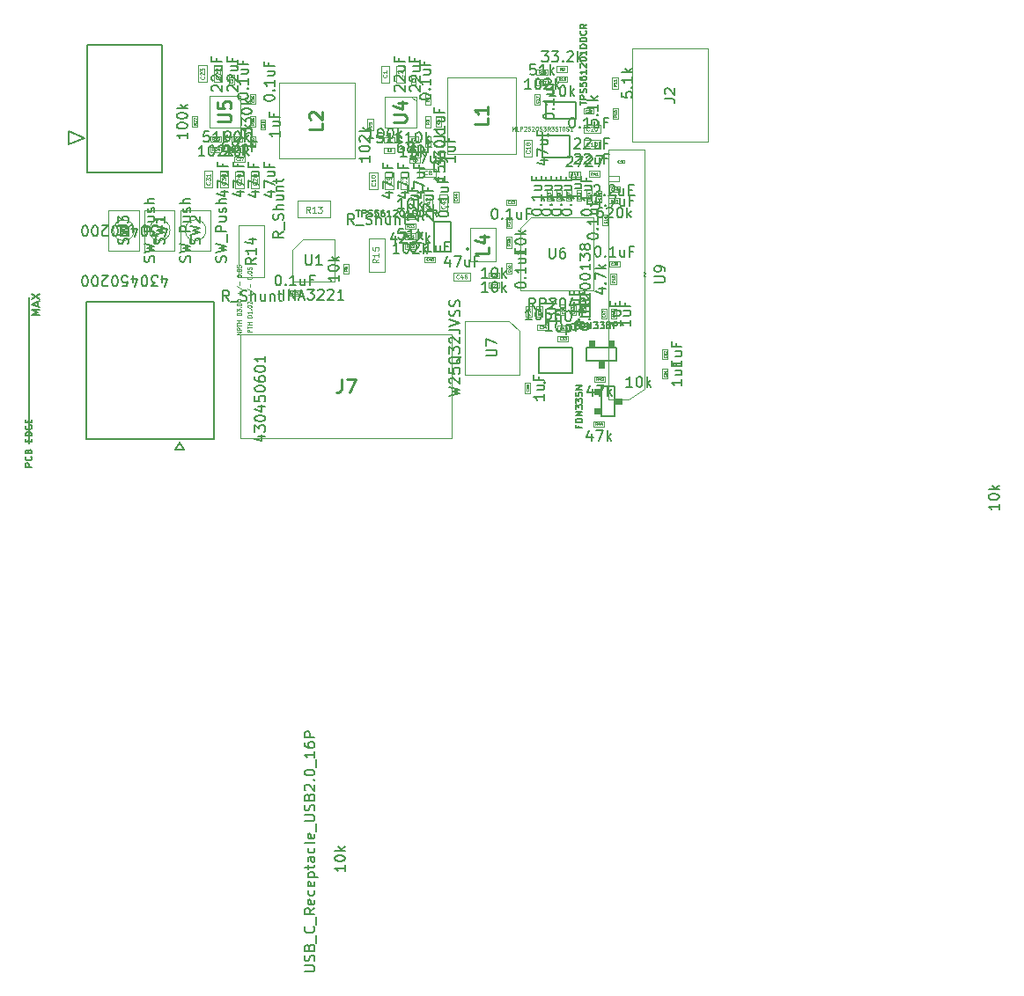
<source format=gbr>
%TF.GenerationSoftware,KiCad,Pcbnew,8.99.0-3334-g98ae574c78*%
%TF.CreationDate,2024-12-15T17:17:26-05:00*%
%TF.ProjectId,SmartPowerBoard,536d6172-7450-46f7-9765-72426f617264,rev?*%
%TF.SameCoordinates,Original*%
%TF.FileFunction,AssemblyDrawing,Top*%
%FSLAX46Y46*%
G04 Gerber Fmt 4.6, Leading zero omitted, Abs format (unit mm)*
G04 Created by KiCad (PCBNEW 8.99.0-3334-g98ae574c78) date 2024-12-15 17:17:26*
%MOMM*%
%LPD*%
G01*
G04 APERTURE LIST*
%ADD10C,0.150000*%
%ADD11C,0.040000*%
%ADD12C,0.254000*%
%ADD13C,0.060000*%
%ADD14C,0.098425*%
%ADD15C,0.200000*%
%ADD16C,0.100000*%
%ADD17C,0.127000*%
%ADD18C,0.203200*%
%ADD19C,0.010000*%
G04 APERTURE END LIST*
D10*
X146983333Y-80614819D02*
X146792857Y-80614819D01*
X146792857Y-80614819D02*
X146697619Y-80662438D01*
X146697619Y-80662438D02*
X146650000Y-80710057D01*
X146650000Y-80710057D02*
X146554762Y-80852914D01*
X146554762Y-80852914D02*
X146507143Y-81043390D01*
X146507143Y-81043390D02*
X146507143Y-81424342D01*
X146507143Y-81424342D02*
X146554762Y-81519580D01*
X146554762Y-81519580D02*
X146602381Y-81567200D01*
X146602381Y-81567200D02*
X146697619Y-81614819D01*
X146697619Y-81614819D02*
X146888095Y-81614819D01*
X146888095Y-81614819D02*
X146983333Y-81567200D01*
X146983333Y-81567200D02*
X147030952Y-81519580D01*
X147030952Y-81519580D02*
X147078571Y-81424342D01*
X147078571Y-81424342D02*
X147078571Y-81186247D01*
X147078571Y-81186247D02*
X147030952Y-81091009D01*
X147030952Y-81091009D02*
X146983333Y-81043390D01*
X146983333Y-81043390D02*
X146888095Y-80995771D01*
X146888095Y-80995771D02*
X146697619Y-80995771D01*
X146697619Y-80995771D02*
X146602381Y-81043390D01*
X146602381Y-81043390D02*
X146554762Y-81091009D01*
X146554762Y-81091009D02*
X146507143Y-81186247D01*
X147650000Y-81043390D02*
X147554762Y-80995771D01*
X147554762Y-80995771D02*
X147507143Y-80948152D01*
X147507143Y-80948152D02*
X147459524Y-80852914D01*
X147459524Y-80852914D02*
X147459524Y-80805295D01*
X147459524Y-80805295D02*
X147507143Y-80710057D01*
X147507143Y-80710057D02*
X147554762Y-80662438D01*
X147554762Y-80662438D02*
X147650000Y-80614819D01*
X147650000Y-80614819D02*
X147840476Y-80614819D01*
X147840476Y-80614819D02*
X147935714Y-80662438D01*
X147935714Y-80662438D02*
X147983333Y-80710057D01*
X147983333Y-80710057D02*
X148030952Y-80805295D01*
X148030952Y-80805295D02*
X148030952Y-80852914D01*
X148030952Y-80852914D02*
X147983333Y-80948152D01*
X147983333Y-80948152D02*
X147935714Y-80995771D01*
X147935714Y-80995771D02*
X147840476Y-81043390D01*
X147840476Y-81043390D02*
X147650000Y-81043390D01*
X147650000Y-81043390D02*
X147554762Y-81091009D01*
X147554762Y-81091009D02*
X147507143Y-81138628D01*
X147507143Y-81138628D02*
X147459524Y-81233866D01*
X147459524Y-81233866D02*
X147459524Y-81424342D01*
X147459524Y-81424342D02*
X147507143Y-81519580D01*
X147507143Y-81519580D02*
X147554762Y-81567200D01*
X147554762Y-81567200D02*
X147650000Y-81614819D01*
X147650000Y-81614819D02*
X147840476Y-81614819D01*
X147840476Y-81614819D02*
X147935714Y-81567200D01*
X147935714Y-81567200D02*
X147983333Y-81519580D01*
X147983333Y-81519580D02*
X148030952Y-81424342D01*
X148030952Y-81424342D02*
X148030952Y-81233866D01*
X148030952Y-81233866D02*
X147983333Y-81138628D01*
X147983333Y-81138628D02*
X147935714Y-81091009D01*
X147935714Y-81091009D02*
X147840476Y-81043390D01*
X148459524Y-80948152D02*
X148459524Y-81948152D01*
X148459524Y-80995771D02*
X148554762Y-80948152D01*
X148554762Y-80948152D02*
X148745238Y-80948152D01*
X148745238Y-80948152D02*
X148840476Y-80995771D01*
X148840476Y-80995771D02*
X148888095Y-81043390D01*
X148888095Y-81043390D02*
X148935714Y-81138628D01*
X148935714Y-81138628D02*
X148935714Y-81424342D01*
X148935714Y-81424342D02*
X148888095Y-81519580D01*
X148888095Y-81519580D02*
X148840476Y-81567200D01*
X148840476Y-81567200D02*
X148745238Y-81614819D01*
X148745238Y-81614819D02*
X148554762Y-81614819D01*
X148554762Y-81614819D02*
X148459524Y-81567200D01*
X149697619Y-81091009D02*
X149364286Y-81091009D01*
X149364286Y-81614819D02*
X149364286Y-80614819D01*
X149364286Y-80614819D02*
X149840476Y-80614819D01*
D11*
X147989285Y-82409765D02*
X147977381Y-82421670D01*
X147977381Y-82421670D02*
X147941666Y-82433574D01*
X147941666Y-82433574D02*
X147917857Y-82433574D01*
X147917857Y-82433574D02*
X147882143Y-82421670D01*
X147882143Y-82421670D02*
X147858333Y-82397860D01*
X147858333Y-82397860D02*
X147846428Y-82374050D01*
X147846428Y-82374050D02*
X147834524Y-82326431D01*
X147834524Y-82326431D02*
X147834524Y-82290717D01*
X147834524Y-82290717D02*
X147846428Y-82243098D01*
X147846428Y-82243098D02*
X147858333Y-82219289D01*
X147858333Y-82219289D02*
X147882143Y-82195479D01*
X147882143Y-82195479D02*
X147917857Y-82183574D01*
X147917857Y-82183574D02*
X147941666Y-82183574D01*
X147941666Y-82183574D02*
X147977381Y-82195479D01*
X147977381Y-82195479D02*
X147989285Y-82207384D01*
X148084524Y-82207384D02*
X148096428Y-82195479D01*
X148096428Y-82195479D02*
X148120238Y-82183574D01*
X148120238Y-82183574D02*
X148179762Y-82183574D01*
X148179762Y-82183574D02*
X148203571Y-82195479D01*
X148203571Y-82195479D02*
X148215476Y-82207384D01*
X148215476Y-82207384D02*
X148227381Y-82231193D01*
X148227381Y-82231193D02*
X148227381Y-82255003D01*
X148227381Y-82255003D02*
X148215476Y-82290717D01*
X148215476Y-82290717D02*
X148072619Y-82433574D01*
X148072619Y-82433574D02*
X148227381Y-82433574D01*
X148310714Y-82183574D02*
X148477380Y-82183574D01*
X148477380Y-82183574D02*
X148370238Y-82433574D01*
D10*
X163853333Y-80694819D02*
X163662857Y-80694819D01*
X163662857Y-80694819D02*
X163567619Y-80742438D01*
X163567619Y-80742438D02*
X163520000Y-80790057D01*
X163520000Y-80790057D02*
X163424762Y-80932914D01*
X163424762Y-80932914D02*
X163377143Y-81123390D01*
X163377143Y-81123390D02*
X163377143Y-81504342D01*
X163377143Y-81504342D02*
X163424762Y-81599580D01*
X163424762Y-81599580D02*
X163472381Y-81647200D01*
X163472381Y-81647200D02*
X163567619Y-81694819D01*
X163567619Y-81694819D02*
X163758095Y-81694819D01*
X163758095Y-81694819D02*
X163853333Y-81647200D01*
X163853333Y-81647200D02*
X163900952Y-81599580D01*
X163900952Y-81599580D02*
X163948571Y-81504342D01*
X163948571Y-81504342D02*
X163948571Y-81266247D01*
X163948571Y-81266247D02*
X163900952Y-81171009D01*
X163900952Y-81171009D02*
X163853333Y-81123390D01*
X163853333Y-81123390D02*
X163758095Y-81075771D01*
X163758095Y-81075771D02*
X163567619Y-81075771D01*
X163567619Y-81075771D02*
X163472381Y-81123390D01*
X163472381Y-81123390D02*
X163424762Y-81171009D01*
X163424762Y-81171009D02*
X163377143Y-81266247D01*
X164520000Y-81123390D02*
X164424762Y-81075771D01*
X164424762Y-81075771D02*
X164377143Y-81028152D01*
X164377143Y-81028152D02*
X164329524Y-80932914D01*
X164329524Y-80932914D02*
X164329524Y-80885295D01*
X164329524Y-80885295D02*
X164377143Y-80790057D01*
X164377143Y-80790057D02*
X164424762Y-80742438D01*
X164424762Y-80742438D02*
X164520000Y-80694819D01*
X164520000Y-80694819D02*
X164710476Y-80694819D01*
X164710476Y-80694819D02*
X164805714Y-80742438D01*
X164805714Y-80742438D02*
X164853333Y-80790057D01*
X164853333Y-80790057D02*
X164900952Y-80885295D01*
X164900952Y-80885295D02*
X164900952Y-80932914D01*
X164900952Y-80932914D02*
X164853333Y-81028152D01*
X164853333Y-81028152D02*
X164805714Y-81075771D01*
X164805714Y-81075771D02*
X164710476Y-81123390D01*
X164710476Y-81123390D02*
X164520000Y-81123390D01*
X164520000Y-81123390D02*
X164424762Y-81171009D01*
X164424762Y-81171009D02*
X164377143Y-81218628D01*
X164377143Y-81218628D02*
X164329524Y-81313866D01*
X164329524Y-81313866D02*
X164329524Y-81504342D01*
X164329524Y-81504342D02*
X164377143Y-81599580D01*
X164377143Y-81599580D02*
X164424762Y-81647200D01*
X164424762Y-81647200D02*
X164520000Y-81694819D01*
X164520000Y-81694819D02*
X164710476Y-81694819D01*
X164710476Y-81694819D02*
X164805714Y-81647200D01*
X164805714Y-81647200D02*
X164853333Y-81599580D01*
X164853333Y-81599580D02*
X164900952Y-81504342D01*
X164900952Y-81504342D02*
X164900952Y-81313866D01*
X164900952Y-81313866D02*
X164853333Y-81218628D01*
X164853333Y-81218628D02*
X164805714Y-81171009D01*
X164805714Y-81171009D02*
X164710476Y-81123390D01*
X165329524Y-81028152D02*
X165329524Y-82028152D01*
X165329524Y-81075771D02*
X165424762Y-81028152D01*
X165424762Y-81028152D02*
X165615238Y-81028152D01*
X165615238Y-81028152D02*
X165710476Y-81075771D01*
X165710476Y-81075771D02*
X165758095Y-81123390D01*
X165758095Y-81123390D02*
X165805714Y-81218628D01*
X165805714Y-81218628D02*
X165805714Y-81504342D01*
X165805714Y-81504342D02*
X165758095Y-81599580D01*
X165758095Y-81599580D02*
X165710476Y-81647200D01*
X165710476Y-81647200D02*
X165615238Y-81694819D01*
X165615238Y-81694819D02*
X165424762Y-81694819D01*
X165424762Y-81694819D02*
X165329524Y-81647200D01*
X166567619Y-81171009D02*
X166234286Y-81171009D01*
X166234286Y-81694819D02*
X166234286Y-80694819D01*
X166234286Y-80694819D02*
X166710476Y-80694819D01*
D11*
X164978333Y-82489765D02*
X164966429Y-82501670D01*
X164966429Y-82501670D02*
X164930714Y-82513574D01*
X164930714Y-82513574D02*
X164906905Y-82513574D01*
X164906905Y-82513574D02*
X164871191Y-82501670D01*
X164871191Y-82501670D02*
X164847381Y-82477860D01*
X164847381Y-82477860D02*
X164835476Y-82454050D01*
X164835476Y-82454050D02*
X164823572Y-82406431D01*
X164823572Y-82406431D02*
X164823572Y-82370717D01*
X164823572Y-82370717D02*
X164835476Y-82323098D01*
X164835476Y-82323098D02*
X164847381Y-82299289D01*
X164847381Y-82299289D02*
X164871191Y-82275479D01*
X164871191Y-82275479D02*
X164906905Y-82263574D01*
X164906905Y-82263574D02*
X164930714Y-82263574D01*
X164930714Y-82263574D02*
X164966429Y-82275479D01*
X164966429Y-82275479D02*
X164978333Y-82287384D01*
X165192619Y-82263574D02*
X165145000Y-82263574D01*
X165145000Y-82263574D02*
X165121191Y-82275479D01*
X165121191Y-82275479D02*
X165109286Y-82287384D01*
X165109286Y-82287384D02*
X165085476Y-82323098D01*
X165085476Y-82323098D02*
X165073572Y-82370717D01*
X165073572Y-82370717D02*
X165073572Y-82465955D01*
X165073572Y-82465955D02*
X165085476Y-82489765D01*
X165085476Y-82489765D02*
X165097381Y-82501670D01*
X165097381Y-82501670D02*
X165121191Y-82513574D01*
X165121191Y-82513574D02*
X165168810Y-82513574D01*
X165168810Y-82513574D02*
X165192619Y-82501670D01*
X165192619Y-82501670D02*
X165204524Y-82489765D01*
X165204524Y-82489765D02*
X165216429Y-82465955D01*
X165216429Y-82465955D02*
X165216429Y-82406431D01*
X165216429Y-82406431D02*
X165204524Y-82382622D01*
X165204524Y-82382622D02*
X165192619Y-82370717D01*
X165192619Y-82370717D02*
X165168810Y-82358812D01*
X165168810Y-82358812D02*
X165121191Y-82358812D01*
X165121191Y-82358812D02*
X165097381Y-82370717D01*
X165097381Y-82370717D02*
X165085476Y-82382622D01*
X165085476Y-82382622D02*
X165073572Y-82406431D01*
D10*
X181609819Y-78555952D02*
X181609819Y-79032142D01*
X181609819Y-79032142D02*
X182086009Y-79079761D01*
X182086009Y-79079761D02*
X182038390Y-79032142D01*
X182038390Y-79032142D02*
X181990771Y-78936904D01*
X181990771Y-78936904D02*
X181990771Y-78698809D01*
X181990771Y-78698809D02*
X182038390Y-78603571D01*
X182038390Y-78603571D02*
X182086009Y-78555952D01*
X182086009Y-78555952D02*
X182181247Y-78508333D01*
X182181247Y-78508333D02*
X182419342Y-78508333D01*
X182419342Y-78508333D02*
X182514580Y-78555952D01*
X182514580Y-78555952D02*
X182562200Y-78603571D01*
X182562200Y-78603571D02*
X182609819Y-78698809D01*
X182609819Y-78698809D02*
X182609819Y-78936904D01*
X182609819Y-78936904D02*
X182562200Y-79032142D01*
X182562200Y-79032142D02*
X182514580Y-79079761D01*
X182514580Y-78079761D02*
X182562200Y-78032142D01*
X182562200Y-78032142D02*
X182609819Y-78079761D01*
X182609819Y-78079761D02*
X182562200Y-78127380D01*
X182562200Y-78127380D02*
X182514580Y-78079761D01*
X182514580Y-78079761D02*
X182609819Y-78079761D01*
X182609819Y-77079762D02*
X182609819Y-77651190D01*
X182609819Y-77365476D02*
X181609819Y-77365476D01*
X181609819Y-77365476D02*
X181752676Y-77460714D01*
X181752676Y-77460714D02*
X181847914Y-77555952D01*
X181847914Y-77555952D02*
X181895533Y-77651190D01*
X182609819Y-76651190D02*
X181609819Y-76651190D01*
X182228866Y-76555952D02*
X182609819Y-76270238D01*
X181943152Y-76270238D02*
X182324104Y-76651190D01*
D11*
X184416950Y-78124642D02*
X184293141Y-78211309D01*
X184416950Y-78273214D02*
X184156950Y-78273214D01*
X184156950Y-78273214D02*
X184156950Y-78174166D01*
X184156950Y-78174166D02*
X184169331Y-78149404D01*
X184169331Y-78149404D02*
X184181712Y-78137023D01*
X184181712Y-78137023D02*
X184206474Y-78124642D01*
X184206474Y-78124642D02*
X184243617Y-78124642D01*
X184243617Y-78124642D02*
X184268379Y-78137023D01*
X184268379Y-78137023D02*
X184280760Y-78149404D01*
X184280760Y-78149404D02*
X184293141Y-78174166D01*
X184293141Y-78174166D02*
X184293141Y-78273214D01*
X184416950Y-77877023D02*
X184416950Y-78025595D01*
X184416950Y-77951309D02*
X184156950Y-77951309D01*
X184156950Y-77951309D02*
X184194093Y-77976071D01*
X184194093Y-77976071D02*
X184218855Y-78000833D01*
X184218855Y-78000833D02*
X184231236Y-78025595D01*
X184156950Y-77716071D02*
X184156950Y-77691309D01*
X184156950Y-77691309D02*
X184169331Y-77666547D01*
X184169331Y-77666547D02*
X184181712Y-77654166D01*
X184181712Y-77654166D02*
X184206474Y-77641785D01*
X184206474Y-77641785D02*
X184255998Y-77629404D01*
X184255998Y-77629404D02*
X184317903Y-77629404D01*
X184317903Y-77629404D02*
X184367427Y-77641785D01*
X184367427Y-77641785D02*
X184392189Y-77654166D01*
X184392189Y-77654166D02*
X184404570Y-77666547D01*
X184404570Y-77666547D02*
X184416950Y-77691309D01*
X184416950Y-77691309D02*
X184416950Y-77716071D01*
X184416950Y-77716071D02*
X184404570Y-77740833D01*
X184404570Y-77740833D02*
X184392189Y-77753214D01*
X184392189Y-77753214D02*
X184367427Y-77765595D01*
X184367427Y-77765595D02*
X184317903Y-77777976D01*
X184317903Y-77777976D02*
X184255998Y-77777976D01*
X184255998Y-77777976D02*
X184206474Y-77765595D01*
X184206474Y-77765595D02*
X184181712Y-77753214D01*
X184181712Y-77753214D02*
X184169331Y-77740833D01*
X184169331Y-77740833D02*
X184156950Y-77716071D01*
D10*
X161897142Y-79774819D02*
X161420952Y-79774819D01*
X161420952Y-79774819D02*
X161373333Y-80251009D01*
X161373333Y-80251009D02*
X161420952Y-80203390D01*
X161420952Y-80203390D02*
X161516190Y-80155771D01*
X161516190Y-80155771D02*
X161754285Y-80155771D01*
X161754285Y-80155771D02*
X161849523Y-80203390D01*
X161849523Y-80203390D02*
X161897142Y-80251009D01*
X161897142Y-80251009D02*
X161944761Y-80346247D01*
X161944761Y-80346247D02*
X161944761Y-80584342D01*
X161944761Y-80584342D02*
X161897142Y-80679580D01*
X161897142Y-80679580D02*
X161849523Y-80727200D01*
X161849523Y-80727200D02*
X161754285Y-80774819D01*
X161754285Y-80774819D02*
X161516190Y-80774819D01*
X161516190Y-80774819D02*
X161420952Y-80727200D01*
X161420952Y-80727200D02*
X161373333Y-80679580D01*
X162897142Y-80774819D02*
X162325714Y-80774819D01*
X162611428Y-80774819D02*
X162611428Y-79774819D01*
X162611428Y-79774819D02*
X162516190Y-79917676D01*
X162516190Y-79917676D02*
X162420952Y-80012914D01*
X162420952Y-80012914D02*
X162325714Y-80060533D01*
X163325714Y-80774819D02*
X163325714Y-79774819D01*
X163420952Y-80393866D02*
X163706666Y-80774819D01*
X163706666Y-80108152D02*
X163325714Y-80489104D01*
D11*
X162496667Y-81608200D02*
X162410000Y-81484391D01*
X162348095Y-81608200D02*
X162348095Y-81348200D01*
X162348095Y-81348200D02*
X162447143Y-81348200D01*
X162447143Y-81348200D02*
X162471905Y-81360581D01*
X162471905Y-81360581D02*
X162484286Y-81372962D01*
X162484286Y-81372962D02*
X162496667Y-81397724D01*
X162496667Y-81397724D02*
X162496667Y-81434867D01*
X162496667Y-81434867D02*
X162484286Y-81459629D01*
X162484286Y-81459629D02*
X162471905Y-81472010D01*
X162471905Y-81472010D02*
X162447143Y-81484391D01*
X162447143Y-81484391D02*
X162348095Y-81484391D01*
X162595714Y-81372962D02*
X162608095Y-81360581D01*
X162608095Y-81360581D02*
X162632857Y-81348200D01*
X162632857Y-81348200D02*
X162694762Y-81348200D01*
X162694762Y-81348200D02*
X162719524Y-81360581D01*
X162719524Y-81360581D02*
X162731905Y-81372962D01*
X162731905Y-81372962D02*
X162744286Y-81397724D01*
X162744286Y-81397724D02*
X162744286Y-81422486D01*
X162744286Y-81422486D02*
X162731905Y-81459629D01*
X162731905Y-81459629D02*
X162583333Y-81608200D01*
X162583333Y-81608200D02*
X162744286Y-81608200D01*
D12*
X146069318Y-78737619D02*
X147097413Y-78737619D01*
X147097413Y-78737619D02*
X147218365Y-78677142D01*
X147218365Y-78677142D02*
X147278842Y-78616666D01*
X147278842Y-78616666D02*
X147339318Y-78495714D01*
X147339318Y-78495714D02*
X147339318Y-78253809D01*
X147339318Y-78253809D02*
X147278842Y-78132857D01*
X147278842Y-78132857D02*
X147218365Y-78072380D01*
X147218365Y-78072380D02*
X147097413Y-78011904D01*
X147097413Y-78011904D02*
X146069318Y-78011904D01*
X146069318Y-76802381D02*
X146069318Y-77407143D01*
X146069318Y-77407143D02*
X146674080Y-77467619D01*
X146674080Y-77467619D02*
X146613603Y-77407143D01*
X146613603Y-77407143D02*
X146553127Y-77286190D01*
X146553127Y-77286190D02*
X146553127Y-76983809D01*
X146553127Y-76983809D02*
X146613603Y-76862857D01*
X146613603Y-76862857D02*
X146674080Y-76802381D01*
X146674080Y-76802381D02*
X146795032Y-76741904D01*
X146795032Y-76741904D02*
X147097413Y-76741904D01*
X147097413Y-76741904D02*
X147218365Y-76802381D01*
X147218365Y-76802381D02*
X147278842Y-76862857D01*
X147278842Y-76862857D02*
X147339318Y-76983809D01*
X147339318Y-76983809D02*
X147339318Y-77286190D01*
X147339318Y-77286190D02*
X147278842Y-77407143D01*
X147278842Y-77407143D02*
X147218365Y-77467619D01*
D10*
X172019761Y-95124819D02*
X171448333Y-95124819D01*
X171734047Y-95124819D02*
X171734047Y-94124819D01*
X171734047Y-94124819D02*
X171638809Y-94267676D01*
X171638809Y-94267676D02*
X171543571Y-94362914D01*
X171543571Y-94362914D02*
X171448333Y-94410533D01*
X172638809Y-94124819D02*
X172734047Y-94124819D01*
X172734047Y-94124819D02*
X172829285Y-94172438D01*
X172829285Y-94172438D02*
X172876904Y-94220057D01*
X172876904Y-94220057D02*
X172924523Y-94315295D01*
X172924523Y-94315295D02*
X172972142Y-94505771D01*
X172972142Y-94505771D02*
X172972142Y-94743866D01*
X172972142Y-94743866D02*
X172924523Y-94934342D01*
X172924523Y-94934342D02*
X172876904Y-95029580D01*
X172876904Y-95029580D02*
X172829285Y-95077200D01*
X172829285Y-95077200D02*
X172734047Y-95124819D01*
X172734047Y-95124819D02*
X172638809Y-95124819D01*
X172638809Y-95124819D02*
X172543571Y-95077200D01*
X172543571Y-95077200D02*
X172495952Y-95029580D01*
X172495952Y-95029580D02*
X172448333Y-94934342D01*
X172448333Y-94934342D02*
X172400714Y-94743866D01*
X172400714Y-94743866D02*
X172400714Y-94505771D01*
X172400714Y-94505771D02*
X172448333Y-94315295D01*
X172448333Y-94315295D02*
X172495952Y-94220057D01*
X172495952Y-94220057D02*
X172543571Y-94172438D01*
X172543571Y-94172438D02*
X172638809Y-94124819D01*
X173400714Y-95124819D02*
X173400714Y-94124819D01*
X173495952Y-94743866D02*
X173781666Y-95124819D01*
X173781666Y-94458152D02*
X173400714Y-94839104D01*
D11*
X172447857Y-93618200D02*
X172361190Y-93494391D01*
X172299285Y-93618200D02*
X172299285Y-93358200D01*
X172299285Y-93358200D02*
X172398333Y-93358200D01*
X172398333Y-93358200D02*
X172423095Y-93370581D01*
X172423095Y-93370581D02*
X172435476Y-93382962D01*
X172435476Y-93382962D02*
X172447857Y-93407724D01*
X172447857Y-93407724D02*
X172447857Y-93444867D01*
X172447857Y-93444867D02*
X172435476Y-93469629D01*
X172435476Y-93469629D02*
X172423095Y-93482010D01*
X172423095Y-93482010D02*
X172398333Y-93494391D01*
X172398333Y-93494391D02*
X172299285Y-93494391D01*
X172546904Y-93382962D02*
X172559285Y-93370581D01*
X172559285Y-93370581D02*
X172584047Y-93358200D01*
X172584047Y-93358200D02*
X172645952Y-93358200D01*
X172645952Y-93358200D02*
X172670714Y-93370581D01*
X172670714Y-93370581D02*
X172683095Y-93382962D01*
X172683095Y-93382962D02*
X172695476Y-93407724D01*
X172695476Y-93407724D02*
X172695476Y-93432486D01*
X172695476Y-93432486D02*
X172683095Y-93469629D01*
X172683095Y-93469629D02*
X172534523Y-93618200D01*
X172534523Y-93618200D02*
X172695476Y-93618200D01*
X172856428Y-93358200D02*
X172881190Y-93358200D01*
X172881190Y-93358200D02*
X172905952Y-93370581D01*
X172905952Y-93370581D02*
X172918333Y-93382962D01*
X172918333Y-93382962D02*
X172930714Y-93407724D01*
X172930714Y-93407724D02*
X172943095Y-93457248D01*
X172943095Y-93457248D02*
X172943095Y-93519153D01*
X172943095Y-93519153D02*
X172930714Y-93568677D01*
X172930714Y-93568677D02*
X172918333Y-93593439D01*
X172918333Y-93593439D02*
X172905952Y-93605820D01*
X172905952Y-93605820D02*
X172881190Y-93618200D01*
X172881190Y-93618200D02*
X172856428Y-93618200D01*
X172856428Y-93618200D02*
X172831666Y-93605820D01*
X172831666Y-93605820D02*
X172819285Y-93593439D01*
X172819285Y-93593439D02*
X172806904Y-93568677D01*
X172806904Y-93568677D02*
X172794523Y-93519153D01*
X172794523Y-93519153D02*
X172794523Y-93457248D01*
X172794523Y-93457248D02*
X172806904Y-93407724D01*
X172806904Y-93407724D02*
X172819285Y-93382962D01*
X172819285Y-93382962D02*
X172831666Y-93370581D01*
X172831666Y-93370581D02*
X172856428Y-93358200D01*
D10*
X147989819Y-76322856D02*
X147989819Y-76227618D01*
X147989819Y-76227618D02*
X148037438Y-76132380D01*
X148037438Y-76132380D02*
X148085057Y-76084761D01*
X148085057Y-76084761D02*
X148180295Y-76037142D01*
X148180295Y-76037142D02*
X148370771Y-75989523D01*
X148370771Y-75989523D02*
X148608866Y-75989523D01*
X148608866Y-75989523D02*
X148799342Y-76037142D01*
X148799342Y-76037142D02*
X148894580Y-76084761D01*
X148894580Y-76084761D02*
X148942200Y-76132380D01*
X148942200Y-76132380D02*
X148989819Y-76227618D01*
X148989819Y-76227618D02*
X148989819Y-76322856D01*
X148989819Y-76322856D02*
X148942200Y-76418094D01*
X148942200Y-76418094D02*
X148894580Y-76465713D01*
X148894580Y-76465713D02*
X148799342Y-76513332D01*
X148799342Y-76513332D02*
X148608866Y-76560951D01*
X148608866Y-76560951D02*
X148370771Y-76560951D01*
X148370771Y-76560951D02*
X148180295Y-76513332D01*
X148180295Y-76513332D02*
X148085057Y-76465713D01*
X148085057Y-76465713D02*
X148037438Y-76418094D01*
X148037438Y-76418094D02*
X147989819Y-76322856D01*
X148894580Y-75560951D02*
X148942200Y-75513332D01*
X148942200Y-75513332D02*
X148989819Y-75560951D01*
X148989819Y-75560951D02*
X148942200Y-75608570D01*
X148942200Y-75608570D02*
X148894580Y-75560951D01*
X148894580Y-75560951D02*
X148989819Y-75560951D01*
X148989819Y-74560952D02*
X148989819Y-75132380D01*
X148989819Y-74846666D02*
X147989819Y-74846666D01*
X147989819Y-74846666D02*
X148132676Y-74941904D01*
X148132676Y-74941904D02*
X148227914Y-75037142D01*
X148227914Y-75037142D02*
X148275533Y-75132380D01*
X148323152Y-73703809D02*
X148989819Y-73703809D01*
X148323152Y-74132380D02*
X148846961Y-74132380D01*
X148846961Y-74132380D02*
X148942200Y-74084761D01*
X148942200Y-74084761D02*
X148989819Y-73989523D01*
X148989819Y-73989523D02*
X148989819Y-73846666D01*
X148989819Y-73846666D02*
X148942200Y-73751428D01*
X148942200Y-73751428D02*
X148894580Y-73703809D01*
X148466009Y-72894285D02*
X148466009Y-73227618D01*
X148989819Y-73227618D02*
X147989819Y-73227618D01*
X147989819Y-73227618D02*
X147989819Y-72751428D01*
D11*
X147464765Y-74840714D02*
X147476670Y-74852618D01*
X147476670Y-74852618D02*
X147488574Y-74888333D01*
X147488574Y-74888333D02*
X147488574Y-74912142D01*
X147488574Y-74912142D02*
X147476670Y-74947856D01*
X147476670Y-74947856D02*
X147452860Y-74971666D01*
X147452860Y-74971666D02*
X147429050Y-74983571D01*
X147429050Y-74983571D02*
X147381431Y-74995475D01*
X147381431Y-74995475D02*
X147345717Y-74995475D01*
X147345717Y-74995475D02*
X147298098Y-74983571D01*
X147298098Y-74983571D02*
X147274289Y-74971666D01*
X147274289Y-74971666D02*
X147250479Y-74947856D01*
X147250479Y-74947856D02*
X147238574Y-74912142D01*
X147238574Y-74912142D02*
X147238574Y-74888333D01*
X147238574Y-74888333D02*
X147250479Y-74852618D01*
X147250479Y-74852618D02*
X147262384Y-74840714D01*
X147262384Y-74745475D02*
X147250479Y-74733571D01*
X147250479Y-74733571D02*
X147238574Y-74709761D01*
X147238574Y-74709761D02*
X147238574Y-74650237D01*
X147238574Y-74650237D02*
X147250479Y-74626428D01*
X147250479Y-74626428D02*
X147262384Y-74614523D01*
X147262384Y-74614523D02*
X147286193Y-74602618D01*
X147286193Y-74602618D02*
X147310003Y-74602618D01*
X147310003Y-74602618D02*
X147345717Y-74614523D01*
X147345717Y-74614523D02*
X147488574Y-74757380D01*
X147488574Y-74757380D02*
X147488574Y-74602618D01*
X147321908Y-74388333D02*
X147488574Y-74388333D01*
X147226670Y-74447857D02*
X147405241Y-74507380D01*
X147405241Y-74507380D02*
X147405241Y-74352619D01*
D10*
X180087143Y-78339819D02*
X180182381Y-78339819D01*
X180182381Y-78339819D02*
X180277619Y-78387438D01*
X180277619Y-78387438D02*
X180325238Y-78435057D01*
X180325238Y-78435057D02*
X180372857Y-78530295D01*
X180372857Y-78530295D02*
X180420476Y-78720771D01*
X180420476Y-78720771D02*
X180420476Y-78958866D01*
X180420476Y-78958866D02*
X180372857Y-79149342D01*
X180372857Y-79149342D02*
X180325238Y-79244580D01*
X180325238Y-79244580D02*
X180277619Y-79292200D01*
X180277619Y-79292200D02*
X180182381Y-79339819D01*
X180182381Y-79339819D02*
X180087143Y-79339819D01*
X180087143Y-79339819D02*
X179991905Y-79292200D01*
X179991905Y-79292200D02*
X179944286Y-79244580D01*
X179944286Y-79244580D02*
X179896667Y-79149342D01*
X179896667Y-79149342D02*
X179849048Y-78958866D01*
X179849048Y-78958866D02*
X179849048Y-78720771D01*
X179849048Y-78720771D02*
X179896667Y-78530295D01*
X179896667Y-78530295D02*
X179944286Y-78435057D01*
X179944286Y-78435057D02*
X179991905Y-78387438D01*
X179991905Y-78387438D02*
X180087143Y-78339819D01*
X180849048Y-79244580D02*
X180896667Y-79292200D01*
X180896667Y-79292200D02*
X180849048Y-79339819D01*
X180849048Y-79339819D02*
X180801429Y-79292200D01*
X180801429Y-79292200D02*
X180849048Y-79244580D01*
X180849048Y-79244580D02*
X180849048Y-79339819D01*
X181849047Y-79339819D02*
X181277619Y-79339819D01*
X181563333Y-79339819D02*
X181563333Y-78339819D01*
X181563333Y-78339819D02*
X181468095Y-78482676D01*
X181468095Y-78482676D02*
X181372857Y-78577914D01*
X181372857Y-78577914D02*
X181277619Y-78625533D01*
X182706190Y-78673152D02*
X182706190Y-79339819D01*
X182277619Y-78673152D02*
X182277619Y-79196961D01*
X182277619Y-79196961D02*
X182325238Y-79292200D01*
X182325238Y-79292200D02*
X182420476Y-79339819D01*
X182420476Y-79339819D02*
X182563333Y-79339819D01*
X182563333Y-79339819D02*
X182658571Y-79292200D01*
X182658571Y-79292200D02*
X182706190Y-79244580D01*
X183515714Y-78816009D02*
X183182381Y-78816009D01*
X183182381Y-79339819D02*
X183182381Y-78339819D01*
X183182381Y-78339819D02*
X183658571Y-78339819D01*
D11*
X181569285Y-77814765D02*
X181557381Y-77826670D01*
X181557381Y-77826670D02*
X181521666Y-77838574D01*
X181521666Y-77838574D02*
X181497857Y-77838574D01*
X181497857Y-77838574D02*
X181462143Y-77826670D01*
X181462143Y-77826670D02*
X181438333Y-77802860D01*
X181438333Y-77802860D02*
X181426428Y-77779050D01*
X181426428Y-77779050D02*
X181414524Y-77731431D01*
X181414524Y-77731431D02*
X181414524Y-77695717D01*
X181414524Y-77695717D02*
X181426428Y-77648098D01*
X181426428Y-77648098D02*
X181438333Y-77624289D01*
X181438333Y-77624289D02*
X181462143Y-77600479D01*
X181462143Y-77600479D02*
X181497857Y-77588574D01*
X181497857Y-77588574D02*
X181521666Y-77588574D01*
X181521666Y-77588574D02*
X181557381Y-77600479D01*
X181557381Y-77600479D02*
X181569285Y-77612384D01*
X181652619Y-77588574D02*
X181807381Y-77588574D01*
X181807381Y-77588574D02*
X181724047Y-77683812D01*
X181724047Y-77683812D02*
X181759762Y-77683812D01*
X181759762Y-77683812D02*
X181783571Y-77695717D01*
X181783571Y-77695717D02*
X181795476Y-77707622D01*
X181795476Y-77707622D02*
X181807381Y-77731431D01*
X181807381Y-77731431D02*
X181807381Y-77790955D01*
X181807381Y-77790955D02*
X181795476Y-77814765D01*
X181795476Y-77814765D02*
X181783571Y-77826670D01*
X181783571Y-77826670D02*
X181759762Y-77838574D01*
X181759762Y-77838574D02*
X181688333Y-77838574D01*
X181688333Y-77838574D02*
X181664524Y-77826670D01*
X181664524Y-77826670D02*
X181652619Y-77814765D01*
X181902619Y-77612384D02*
X181914523Y-77600479D01*
X181914523Y-77600479D02*
X181938333Y-77588574D01*
X181938333Y-77588574D02*
X181997857Y-77588574D01*
X181997857Y-77588574D02*
X182021666Y-77600479D01*
X182021666Y-77600479D02*
X182033571Y-77612384D01*
X182033571Y-77612384D02*
X182045476Y-77636193D01*
X182045476Y-77636193D02*
X182045476Y-77660003D01*
X182045476Y-77660003D02*
X182033571Y-77695717D01*
X182033571Y-77695717D02*
X181890714Y-77838574D01*
X181890714Y-77838574D02*
X182045476Y-77838574D01*
D10*
X179041904Y-96934819D02*
X178565714Y-96934819D01*
X178565714Y-96934819D02*
X178518095Y-97411009D01*
X178518095Y-97411009D02*
X178565714Y-97363390D01*
X178565714Y-97363390D02*
X178660952Y-97315771D01*
X178660952Y-97315771D02*
X178899047Y-97315771D01*
X178899047Y-97315771D02*
X178994285Y-97363390D01*
X178994285Y-97363390D02*
X179041904Y-97411009D01*
X179041904Y-97411009D02*
X179089523Y-97506247D01*
X179089523Y-97506247D02*
X179089523Y-97744342D01*
X179089523Y-97744342D02*
X179041904Y-97839580D01*
X179041904Y-97839580D02*
X178994285Y-97887200D01*
X178994285Y-97887200D02*
X178899047Y-97934819D01*
X178899047Y-97934819D02*
X178660952Y-97934819D01*
X178660952Y-97934819D02*
X178565714Y-97887200D01*
X178565714Y-97887200D02*
X178518095Y-97839580D01*
X179708571Y-96934819D02*
X179803809Y-96934819D01*
X179803809Y-96934819D02*
X179899047Y-96982438D01*
X179899047Y-96982438D02*
X179946666Y-97030057D01*
X179946666Y-97030057D02*
X179994285Y-97125295D01*
X179994285Y-97125295D02*
X180041904Y-97315771D01*
X180041904Y-97315771D02*
X180041904Y-97553866D01*
X180041904Y-97553866D02*
X179994285Y-97744342D01*
X179994285Y-97744342D02*
X179946666Y-97839580D01*
X179946666Y-97839580D02*
X179899047Y-97887200D01*
X179899047Y-97887200D02*
X179803809Y-97934819D01*
X179803809Y-97934819D02*
X179708571Y-97934819D01*
X179708571Y-97934819D02*
X179613333Y-97887200D01*
X179613333Y-97887200D02*
X179565714Y-97839580D01*
X179565714Y-97839580D02*
X179518095Y-97744342D01*
X179518095Y-97744342D02*
X179470476Y-97553866D01*
X179470476Y-97553866D02*
X179470476Y-97315771D01*
X179470476Y-97315771D02*
X179518095Y-97125295D01*
X179518095Y-97125295D02*
X179565714Y-97030057D01*
X179565714Y-97030057D02*
X179613333Y-96982438D01*
X179613333Y-96982438D02*
X179708571Y-96934819D01*
D11*
X179112857Y-98768200D02*
X179026190Y-98644391D01*
X178964285Y-98768200D02*
X178964285Y-98508200D01*
X178964285Y-98508200D02*
X179063333Y-98508200D01*
X179063333Y-98508200D02*
X179088095Y-98520581D01*
X179088095Y-98520581D02*
X179100476Y-98532962D01*
X179100476Y-98532962D02*
X179112857Y-98557724D01*
X179112857Y-98557724D02*
X179112857Y-98594867D01*
X179112857Y-98594867D02*
X179100476Y-98619629D01*
X179100476Y-98619629D02*
X179088095Y-98632010D01*
X179088095Y-98632010D02*
X179063333Y-98644391D01*
X179063333Y-98644391D02*
X178964285Y-98644391D01*
X179360476Y-98768200D02*
X179211904Y-98768200D01*
X179286190Y-98768200D02*
X179286190Y-98508200D01*
X179286190Y-98508200D02*
X179261428Y-98545343D01*
X179261428Y-98545343D02*
X179236666Y-98570105D01*
X179236666Y-98570105D02*
X179211904Y-98582486D01*
X179484285Y-98768200D02*
X179533809Y-98768200D01*
X179533809Y-98768200D02*
X179558571Y-98755820D01*
X179558571Y-98755820D02*
X179570952Y-98743439D01*
X179570952Y-98743439D02*
X179595714Y-98706296D01*
X179595714Y-98706296D02*
X179608095Y-98656772D01*
X179608095Y-98656772D02*
X179608095Y-98557724D01*
X179608095Y-98557724D02*
X179595714Y-98532962D01*
X179595714Y-98532962D02*
X179583333Y-98520581D01*
X179583333Y-98520581D02*
X179558571Y-98508200D01*
X179558571Y-98508200D02*
X179509047Y-98508200D01*
X179509047Y-98508200D02*
X179484285Y-98520581D01*
X179484285Y-98520581D02*
X179471904Y-98532962D01*
X179471904Y-98532962D02*
X179459523Y-98557724D01*
X179459523Y-98557724D02*
X179459523Y-98619629D01*
X179459523Y-98619629D02*
X179471904Y-98644391D01*
X179471904Y-98644391D02*
X179484285Y-98656772D01*
X179484285Y-98656772D02*
X179509047Y-98669153D01*
X179509047Y-98669153D02*
X179558571Y-98669153D01*
X179558571Y-98669153D02*
X179583333Y-98656772D01*
X179583333Y-98656772D02*
X179595714Y-98644391D01*
X179595714Y-98644391D02*
X179608095Y-98619629D01*
D10*
X148329819Y-79960475D02*
X148329819Y-79341428D01*
X148329819Y-79341428D02*
X148710771Y-79674761D01*
X148710771Y-79674761D02*
X148710771Y-79531904D01*
X148710771Y-79531904D02*
X148758390Y-79436666D01*
X148758390Y-79436666D02*
X148806009Y-79389047D01*
X148806009Y-79389047D02*
X148901247Y-79341428D01*
X148901247Y-79341428D02*
X149139342Y-79341428D01*
X149139342Y-79341428D02*
X149234580Y-79389047D01*
X149234580Y-79389047D02*
X149282200Y-79436666D01*
X149282200Y-79436666D02*
X149329819Y-79531904D01*
X149329819Y-79531904D02*
X149329819Y-79817618D01*
X149329819Y-79817618D02*
X149282200Y-79912856D01*
X149282200Y-79912856D02*
X149234580Y-79960475D01*
X148329819Y-79008094D02*
X148329819Y-78389047D01*
X148329819Y-78389047D02*
X148710771Y-78722380D01*
X148710771Y-78722380D02*
X148710771Y-78579523D01*
X148710771Y-78579523D02*
X148758390Y-78484285D01*
X148758390Y-78484285D02*
X148806009Y-78436666D01*
X148806009Y-78436666D02*
X148901247Y-78389047D01*
X148901247Y-78389047D02*
X149139342Y-78389047D01*
X149139342Y-78389047D02*
X149234580Y-78436666D01*
X149234580Y-78436666D02*
X149282200Y-78484285D01*
X149282200Y-78484285D02*
X149329819Y-78579523D01*
X149329819Y-78579523D02*
X149329819Y-78865237D01*
X149329819Y-78865237D02*
X149282200Y-78960475D01*
X149282200Y-78960475D02*
X149234580Y-79008094D01*
X148329819Y-77769999D02*
X148329819Y-77674761D01*
X148329819Y-77674761D02*
X148377438Y-77579523D01*
X148377438Y-77579523D02*
X148425057Y-77531904D01*
X148425057Y-77531904D02*
X148520295Y-77484285D01*
X148520295Y-77484285D02*
X148710771Y-77436666D01*
X148710771Y-77436666D02*
X148948866Y-77436666D01*
X148948866Y-77436666D02*
X149139342Y-77484285D01*
X149139342Y-77484285D02*
X149234580Y-77531904D01*
X149234580Y-77531904D02*
X149282200Y-77579523D01*
X149282200Y-77579523D02*
X149329819Y-77674761D01*
X149329819Y-77674761D02*
X149329819Y-77769999D01*
X149329819Y-77769999D02*
X149282200Y-77865237D01*
X149282200Y-77865237D02*
X149234580Y-77912856D01*
X149234580Y-77912856D02*
X149139342Y-77960475D01*
X149139342Y-77960475D02*
X148948866Y-78008094D01*
X148948866Y-78008094D02*
X148710771Y-78008094D01*
X148710771Y-78008094D02*
X148520295Y-77960475D01*
X148520295Y-77960475D02*
X148425057Y-77912856D01*
X148425057Y-77912856D02*
X148377438Y-77865237D01*
X148377438Y-77865237D02*
X148329819Y-77769999D01*
X149329819Y-77008094D02*
X148329819Y-77008094D01*
X148948866Y-76912856D02*
X149329819Y-76627142D01*
X148663152Y-76627142D02*
X149044104Y-77008094D01*
D11*
X149533200Y-78897142D02*
X149409391Y-78983809D01*
X149533200Y-79045714D02*
X149273200Y-79045714D01*
X149273200Y-79045714D02*
X149273200Y-78946666D01*
X149273200Y-78946666D02*
X149285581Y-78921904D01*
X149285581Y-78921904D02*
X149297962Y-78909523D01*
X149297962Y-78909523D02*
X149322724Y-78897142D01*
X149322724Y-78897142D02*
X149359867Y-78897142D01*
X149359867Y-78897142D02*
X149384629Y-78909523D01*
X149384629Y-78909523D02*
X149397010Y-78921904D01*
X149397010Y-78921904D02*
X149409391Y-78946666D01*
X149409391Y-78946666D02*
X149409391Y-79045714D01*
X149297962Y-78798095D02*
X149285581Y-78785714D01*
X149285581Y-78785714D02*
X149273200Y-78760952D01*
X149273200Y-78760952D02*
X149273200Y-78699047D01*
X149273200Y-78699047D02*
X149285581Y-78674285D01*
X149285581Y-78674285D02*
X149297962Y-78661904D01*
X149297962Y-78661904D02*
X149322724Y-78649523D01*
X149322724Y-78649523D02*
X149347486Y-78649523D01*
X149347486Y-78649523D02*
X149384629Y-78661904D01*
X149384629Y-78661904D02*
X149533200Y-78810476D01*
X149533200Y-78810476D02*
X149533200Y-78649523D01*
X149273200Y-78426666D02*
X149273200Y-78476190D01*
X149273200Y-78476190D02*
X149285581Y-78500952D01*
X149285581Y-78500952D02*
X149297962Y-78513333D01*
X149297962Y-78513333D02*
X149335105Y-78538095D01*
X149335105Y-78538095D02*
X149384629Y-78550476D01*
X149384629Y-78550476D02*
X149483677Y-78550476D01*
X149483677Y-78550476D02*
X149508439Y-78538095D01*
X149508439Y-78538095D02*
X149520820Y-78525714D01*
X149520820Y-78525714D02*
X149533200Y-78500952D01*
X149533200Y-78500952D02*
X149533200Y-78451428D01*
X149533200Y-78451428D02*
X149520820Y-78426666D01*
X149520820Y-78426666D02*
X149508439Y-78414285D01*
X149508439Y-78414285D02*
X149483677Y-78401904D01*
X149483677Y-78401904D02*
X149421772Y-78401904D01*
X149421772Y-78401904D02*
X149397010Y-78414285D01*
X149397010Y-78414285D02*
X149384629Y-78426666D01*
X149384629Y-78426666D02*
X149372248Y-78451428D01*
X149372248Y-78451428D02*
X149372248Y-78500952D01*
X149372248Y-78500952D02*
X149384629Y-78525714D01*
X149384629Y-78525714D02*
X149397010Y-78538095D01*
X149397010Y-78538095D02*
X149421772Y-78550476D01*
D10*
X164807143Y-90269819D02*
X164902381Y-90269819D01*
X164902381Y-90269819D02*
X164997619Y-90317438D01*
X164997619Y-90317438D02*
X165045238Y-90365057D01*
X165045238Y-90365057D02*
X165092857Y-90460295D01*
X165092857Y-90460295D02*
X165140476Y-90650771D01*
X165140476Y-90650771D02*
X165140476Y-90888866D01*
X165140476Y-90888866D02*
X165092857Y-91079342D01*
X165092857Y-91079342D02*
X165045238Y-91174580D01*
X165045238Y-91174580D02*
X164997619Y-91222200D01*
X164997619Y-91222200D02*
X164902381Y-91269819D01*
X164902381Y-91269819D02*
X164807143Y-91269819D01*
X164807143Y-91269819D02*
X164711905Y-91222200D01*
X164711905Y-91222200D02*
X164664286Y-91174580D01*
X164664286Y-91174580D02*
X164616667Y-91079342D01*
X164616667Y-91079342D02*
X164569048Y-90888866D01*
X164569048Y-90888866D02*
X164569048Y-90650771D01*
X164569048Y-90650771D02*
X164616667Y-90460295D01*
X164616667Y-90460295D02*
X164664286Y-90365057D01*
X164664286Y-90365057D02*
X164711905Y-90317438D01*
X164711905Y-90317438D02*
X164807143Y-90269819D01*
X165569048Y-91174580D02*
X165616667Y-91222200D01*
X165616667Y-91222200D02*
X165569048Y-91269819D01*
X165569048Y-91269819D02*
X165521429Y-91222200D01*
X165521429Y-91222200D02*
X165569048Y-91174580D01*
X165569048Y-91174580D02*
X165569048Y-91269819D01*
X166569047Y-91269819D02*
X165997619Y-91269819D01*
X166283333Y-91269819D02*
X166283333Y-90269819D01*
X166283333Y-90269819D02*
X166188095Y-90412676D01*
X166188095Y-90412676D02*
X166092857Y-90507914D01*
X166092857Y-90507914D02*
X165997619Y-90555533D01*
X167426190Y-90603152D02*
X167426190Y-91269819D01*
X166997619Y-90603152D02*
X166997619Y-91126961D01*
X166997619Y-91126961D02*
X167045238Y-91222200D01*
X167045238Y-91222200D02*
X167140476Y-91269819D01*
X167140476Y-91269819D02*
X167283333Y-91269819D01*
X167283333Y-91269819D02*
X167378571Y-91222200D01*
X167378571Y-91222200D02*
X167426190Y-91174580D01*
X168235714Y-90746009D02*
X167902381Y-90746009D01*
X167902381Y-91269819D02*
X167902381Y-90269819D01*
X167902381Y-90269819D02*
X168378571Y-90269819D01*
D11*
X166289285Y-92064765D02*
X166277381Y-92076670D01*
X166277381Y-92076670D02*
X166241666Y-92088574D01*
X166241666Y-92088574D02*
X166217857Y-92088574D01*
X166217857Y-92088574D02*
X166182143Y-92076670D01*
X166182143Y-92076670D02*
X166158333Y-92052860D01*
X166158333Y-92052860D02*
X166146428Y-92029050D01*
X166146428Y-92029050D02*
X166134524Y-91981431D01*
X166134524Y-91981431D02*
X166134524Y-91945717D01*
X166134524Y-91945717D02*
X166146428Y-91898098D01*
X166146428Y-91898098D02*
X166158333Y-91874289D01*
X166158333Y-91874289D02*
X166182143Y-91850479D01*
X166182143Y-91850479D02*
X166217857Y-91838574D01*
X166217857Y-91838574D02*
X166241666Y-91838574D01*
X166241666Y-91838574D02*
X166277381Y-91850479D01*
X166277381Y-91850479D02*
X166289285Y-91862384D01*
X166503571Y-91921908D02*
X166503571Y-92088574D01*
X166444047Y-91826670D02*
X166384524Y-92005241D01*
X166384524Y-92005241D02*
X166539285Y-92005241D01*
X166753571Y-91838574D02*
X166634523Y-91838574D01*
X166634523Y-91838574D02*
X166622619Y-91957622D01*
X166622619Y-91957622D02*
X166634523Y-91945717D01*
X166634523Y-91945717D02*
X166658333Y-91933812D01*
X166658333Y-91933812D02*
X166717857Y-91933812D01*
X166717857Y-91933812D02*
X166741666Y-91945717D01*
X166741666Y-91945717D02*
X166753571Y-91957622D01*
X166753571Y-91957622D02*
X166765476Y-91981431D01*
X166765476Y-91981431D02*
X166765476Y-92040955D01*
X166765476Y-92040955D02*
X166753571Y-92064765D01*
X166753571Y-92064765D02*
X166741666Y-92076670D01*
X166741666Y-92076670D02*
X166717857Y-92088574D01*
X166717857Y-92088574D02*
X166658333Y-92088574D01*
X166658333Y-92088574D02*
X166634523Y-92076670D01*
X166634523Y-92076670D02*
X166622619Y-92064765D01*
D12*
X172024318Y-78361666D02*
X172024318Y-78966428D01*
X172024318Y-78966428D02*
X170754318Y-78966428D01*
X172024318Y-77273094D02*
X172024318Y-77998809D01*
X172024318Y-77635952D02*
X170754318Y-77635952D01*
X170754318Y-77635952D02*
X170935746Y-77756904D01*
X170935746Y-77756904D02*
X171056699Y-77877856D01*
X171056699Y-77877856D02*
X171117175Y-77998809D01*
D10*
X177169819Y-87487856D02*
X177169819Y-87392618D01*
X177169819Y-87392618D02*
X177217438Y-87297380D01*
X177217438Y-87297380D02*
X177265057Y-87249761D01*
X177265057Y-87249761D02*
X177360295Y-87202142D01*
X177360295Y-87202142D02*
X177550771Y-87154523D01*
X177550771Y-87154523D02*
X177788866Y-87154523D01*
X177788866Y-87154523D02*
X177979342Y-87202142D01*
X177979342Y-87202142D02*
X178074580Y-87249761D01*
X178074580Y-87249761D02*
X178122200Y-87297380D01*
X178122200Y-87297380D02*
X178169819Y-87392618D01*
X178169819Y-87392618D02*
X178169819Y-87487856D01*
X178169819Y-87487856D02*
X178122200Y-87583094D01*
X178122200Y-87583094D02*
X178074580Y-87630713D01*
X178074580Y-87630713D02*
X177979342Y-87678332D01*
X177979342Y-87678332D02*
X177788866Y-87725951D01*
X177788866Y-87725951D02*
X177550771Y-87725951D01*
X177550771Y-87725951D02*
X177360295Y-87678332D01*
X177360295Y-87678332D02*
X177265057Y-87630713D01*
X177265057Y-87630713D02*
X177217438Y-87583094D01*
X177217438Y-87583094D02*
X177169819Y-87487856D01*
X178074580Y-86725951D02*
X178122200Y-86678332D01*
X178122200Y-86678332D02*
X178169819Y-86725951D01*
X178169819Y-86725951D02*
X178122200Y-86773570D01*
X178122200Y-86773570D02*
X178074580Y-86725951D01*
X178074580Y-86725951D02*
X178169819Y-86725951D01*
X178169819Y-85725952D02*
X178169819Y-86297380D01*
X178169819Y-86011666D02*
X177169819Y-86011666D01*
X177169819Y-86011666D02*
X177312676Y-86106904D01*
X177312676Y-86106904D02*
X177407914Y-86202142D01*
X177407914Y-86202142D02*
X177455533Y-86297380D01*
X177503152Y-84868809D02*
X178169819Y-84868809D01*
X177503152Y-85297380D02*
X178026961Y-85297380D01*
X178026961Y-85297380D02*
X178122200Y-85249761D01*
X178122200Y-85249761D02*
X178169819Y-85154523D01*
X178169819Y-85154523D02*
X178169819Y-85011666D01*
X178169819Y-85011666D02*
X178122200Y-84916428D01*
X178122200Y-84916428D02*
X178074580Y-84868809D01*
X177646009Y-84059285D02*
X177646009Y-84392618D01*
X178169819Y-84392618D02*
X177169819Y-84392618D01*
X177169819Y-84392618D02*
X177169819Y-83916428D01*
D11*
X178964765Y-86005714D02*
X178976670Y-86017618D01*
X178976670Y-86017618D02*
X178988574Y-86053333D01*
X178988574Y-86053333D02*
X178988574Y-86077142D01*
X178988574Y-86077142D02*
X178976670Y-86112856D01*
X178976670Y-86112856D02*
X178952860Y-86136666D01*
X178952860Y-86136666D02*
X178929050Y-86148571D01*
X178929050Y-86148571D02*
X178881431Y-86160475D01*
X178881431Y-86160475D02*
X178845717Y-86160475D01*
X178845717Y-86160475D02*
X178798098Y-86148571D01*
X178798098Y-86148571D02*
X178774289Y-86136666D01*
X178774289Y-86136666D02*
X178750479Y-86112856D01*
X178750479Y-86112856D02*
X178738574Y-86077142D01*
X178738574Y-86077142D02*
X178738574Y-86053333D01*
X178738574Y-86053333D02*
X178750479Y-86017618D01*
X178750479Y-86017618D02*
X178762384Y-86005714D01*
X178738574Y-85922380D02*
X178738574Y-85767618D01*
X178738574Y-85767618D02*
X178833812Y-85850952D01*
X178833812Y-85850952D02*
X178833812Y-85815237D01*
X178833812Y-85815237D02*
X178845717Y-85791428D01*
X178845717Y-85791428D02*
X178857622Y-85779523D01*
X178857622Y-85779523D02*
X178881431Y-85767618D01*
X178881431Y-85767618D02*
X178940955Y-85767618D01*
X178940955Y-85767618D02*
X178964765Y-85779523D01*
X178964765Y-85779523D02*
X178976670Y-85791428D01*
X178976670Y-85791428D02*
X178988574Y-85815237D01*
X178988574Y-85815237D02*
X178988574Y-85886666D01*
X178988574Y-85886666D02*
X178976670Y-85910475D01*
X178976670Y-85910475D02*
X178964765Y-85922380D01*
X178738574Y-85553333D02*
X178738574Y-85600952D01*
X178738574Y-85600952D02*
X178750479Y-85624761D01*
X178750479Y-85624761D02*
X178762384Y-85636666D01*
X178762384Y-85636666D02*
X178798098Y-85660476D01*
X178798098Y-85660476D02*
X178845717Y-85672380D01*
X178845717Y-85672380D02*
X178940955Y-85672380D01*
X178940955Y-85672380D02*
X178964765Y-85660476D01*
X178964765Y-85660476D02*
X178976670Y-85648571D01*
X178976670Y-85648571D02*
X178988574Y-85624761D01*
X178988574Y-85624761D02*
X178988574Y-85577142D01*
X178988574Y-85577142D02*
X178976670Y-85553333D01*
X178976670Y-85553333D02*
X178964765Y-85541428D01*
X178964765Y-85541428D02*
X178940955Y-85529523D01*
X178940955Y-85529523D02*
X178881431Y-85529523D01*
X178881431Y-85529523D02*
X178857622Y-85541428D01*
X178857622Y-85541428D02*
X178845717Y-85553333D01*
X178845717Y-85553333D02*
X178833812Y-85577142D01*
X178833812Y-85577142D02*
X178833812Y-85624761D01*
X178833812Y-85624761D02*
X178845717Y-85648571D01*
X178845717Y-85648571D02*
X178857622Y-85660476D01*
X178857622Y-85660476D02*
X178881431Y-85672380D01*
D10*
X147868152Y-85446666D02*
X148534819Y-85446666D01*
X147487200Y-85684761D02*
X148201485Y-85922856D01*
X148201485Y-85922856D02*
X148201485Y-85303809D01*
X147534819Y-85018094D02*
X147534819Y-84351428D01*
X147534819Y-84351428D02*
X148534819Y-84779999D01*
X147868152Y-83541904D02*
X148534819Y-83541904D01*
X147868152Y-83970475D02*
X148391961Y-83970475D01*
X148391961Y-83970475D02*
X148487200Y-83922856D01*
X148487200Y-83922856D02*
X148534819Y-83827618D01*
X148534819Y-83827618D02*
X148534819Y-83684761D01*
X148534819Y-83684761D02*
X148487200Y-83589523D01*
X148487200Y-83589523D02*
X148439580Y-83541904D01*
X148011009Y-82732380D02*
X148011009Y-83065713D01*
X148534819Y-83065713D02*
X147534819Y-83065713D01*
X147534819Y-83065713D02*
X147534819Y-82589523D01*
D13*
X146793832Y-84537142D02*
X146812880Y-84556190D01*
X146812880Y-84556190D02*
X146831927Y-84613332D01*
X146831927Y-84613332D02*
X146831927Y-84651428D01*
X146831927Y-84651428D02*
X146812880Y-84708571D01*
X146812880Y-84708571D02*
X146774784Y-84746666D01*
X146774784Y-84746666D02*
X146736689Y-84765713D01*
X146736689Y-84765713D02*
X146660499Y-84784761D01*
X146660499Y-84784761D02*
X146603356Y-84784761D01*
X146603356Y-84784761D02*
X146527165Y-84765713D01*
X146527165Y-84765713D02*
X146489070Y-84746666D01*
X146489070Y-84746666D02*
X146450975Y-84708571D01*
X146450975Y-84708571D02*
X146431927Y-84651428D01*
X146431927Y-84651428D02*
X146431927Y-84613332D01*
X146431927Y-84613332D02*
X146450975Y-84556190D01*
X146450975Y-84556190D02*
X146470022Y-84537142D01*
X146431927Y-84403809D02*
X146431927Y-84156190D01*
X146431927Y-84156190D02*
X146584308Y-84289523D01*
X146584308Y-84289523D02*
X146584308Y-84232380D01*
X146584308Y-84232380D02*
X146603356Y-84194285D01*
X146603356Y-84194285D02*
X146622403Y-84175237D01*
X146622403Y-84175237D02*
X146660499Y-84156190D01*
X146660499Y-84156190D02*
X146755737Y-84156190D01*
X146755737Y-84156190D02*
X146793832Y-84175237D01*
X146793832Y-84175237D02*
X146812880Y-84194285D01*
X146812880Y-84194285D02*
X146831927Y-84232380D01*
X146831927Y-84232380D02*
X146831927Y-84346666D01*
X146831927Y-84346666D02*
X146812880Y-84384761D01*
X146812880Y-84384761D02*
X146793832Y-84403809D01*
X146431927Y-83908571D02*
X146431927Y-83870476D01*
X146431927Y-83870476D02*
X146450975Y-83832380D01*
X146450975Y-83832380D02*
X146470022Y-83813333D01*
X146470022Y-83813333D02*
X146508118Y-83794285D01*
X146508118Y-83794285D02*
X146584308Y-83775238D01*
X146584308Y-83775238D02*
X146679546Y-83775238D01*
X146679546Y-83775238D02*
X146755737Y-83794285D01*
X146755737Y-83794285D02*
X146793832Y-83813333D01*
X146793832Y-83813333D02*
X146812880Y-83832380D01*
X146812880Y-83832380D02*
X146831927Y-83870476D01*
X146831927Y-83870476D02*
X146831927Y-83908571D01*
X146831927Y-83908571D02*
X146812880Y-83946666D01*
X146812880Y-83946666D02*
X146793832Y-83965714D01*
X146793832Y-83965714D02*
X146755737Y-83984761D01*
X146755737Y-83984761D02*
X146679546Y-84003809D01*
X146679546Y-84003809D02*
X146584308Y-84003809D01*
X146584308Y-84003809D02*
X146508118Y-83984761D01*
X146508118Y-83984761D02*
X146470022Y-83965714D01*
X146470022Y-83965714D02*
X146450975Y-83946666D01*
X146450975Y-83946666D02*
X146431927Y-83908571D01*
D10*
X178119819Y-87487856D02*
X178119819Y-87392618D01*
X178119819Y-87392618D02*
X178167438Y-87297380D01*
X178167438Y-87297380D02*
X178215057Y-87249761D01*
X178215057Y-87249761D02*
X178310295Y-87202142D01*
X178310295Y-87202142D02*
X178500771Y-87154523D01*
X178500771Y-87154523D02*
X178738866Y-87154523D01*
X178738866Y-87154523D02*
X178929342Y-87202142D01*
X178929342Y-87202142D02*
X179024580Y-87249761D01*
X179024580Y-87249761D02*
X179072200Y-87297380D01*
X179072200Y-87297380D02*
X179119819Y-87392618D01*
X179119819Y-87392618D02*
X179119819Y-87487856D01*
X179119819Y-87487856D02*
X179072200Y-87583094D01*
X179072200Y-87583094D02*
X179024580Y-87630713D01*
X179024580Y-87630713D02*
X178929342Y-87678332D01*
X178929342Y-87678332D02*
X178738866Y-87725951D01*
X178738866Y-87725951D02*
X178500771Y-87725951D01*
X178500771Y-87725951D02*
X178310295Y-87678332D01*
X178310295Y-87678332D02*
X178215057Y-87630713D01*
X178215057Y-87630713D02*
X178167438Y-87583094D01*
X178167438Y-87583094D02*
X178119819Y-87487856D01*
X179024580Y-86725951D02*
X179072200Y-86678332D01*
X179072200Y-86678332D02*
X179119819Y-86725951D01*
X179119819Y-86725951D02*
X179072200Y-86773570D01*
X179072200Y-86773570D02*
X179024580Y-86725951D01*
X179024580Y-86725951D02*
X179119819Y-86725951D01*
X179119819Y-85725952D02*
X179119819Y-86297380D01*
X179119819Y-86011666D02*
X178119819Y-86011666D01*
X178119819Y-86011666D02*
X178262676Y-86106904D01*
X178262676Y-86106904D02*
X178357914Y-86202142D01*
X178357914Y-86202142D02*
X178405533Y-86297380D01*
X178453152Y-84868809D02*
X179119819Y-84868809D01*
X178453152Y-85297380D02*
X178976961Y-85297380D01*
X178976961Y-85297380D02*
X179072200Y-85249761D01*
X179072200Y-85249761D02*
X179119819Y-85154523D01*
X179119819Y-85154523D02*
X179119819Y-85011666D01*
X179119819Y-85011666D02*
X179072200Y-84916428D01*
X179072200Y-84916428D02*
X179024580Y-84868809D01*
X178596009Y-84059285D02*
X178596009Y-84392618D01*
X179119819Y-84392618D02*
X178119819Y-84392618D01*
X178119819Y-84392618D02*
X178119819Y-83916428D01*
D11*
X179914765Y-86005714D02*
X179926670Y-86017618D01*
X179926670Y-86017618D02*
X179938574Y-86053333D01*
X179938574Y-86053333D02*
X179938574Y-86077142D01*
X179938574Y-86077142D02*
X179926670Y-86112856D01*
X179926670Y-86112856D02*
X179902860Y-86136666D01*
X179902860Y-86136666D02*
X179879050Y-86148571D01*
X179879050Y-86148571D02*
X179831431Y-86160475D01*
X179831431Y-86160475D02*
X179795717Y-86160475D01*
X179795717Y-86160475D02*
X179748098Y-86148571D01*
X179748098Y-86148571D02*
X179724289Y-86136666D01*
X179724289Y-86136666D02*
X179700479Y-86112856D01*
X179700479Y-86112856D02*
X179688574Y-86077142D01*
X179688574Y-86077142D02*
X179688574Y-86053333D01*
X179688574Y-86053333D02*
X179700479Y-86017618D01*
X179700479Y-86017618D02*
X179712384Y-86005714D01*
X179688574Y-85922380D02*
X179688574Y-85767618D01*
X179688574Y-85767618D02*
X179783812Y-85850952D01*
X179783812Y-85850952D02*
X179783812Y-85815237D01*
X179783812Y-85815237D02*
X179795717Y-85791428D01*
X179795717Y-85791428D02*
X179807622Y-85779523D01*
X179807622Y-85779523D02*
X179831431Y-85767618D01*
X179831431Y-85767618D02*
X179890955Y-85767618D01*
X179890955Y-85767618D02*
X179914765Y-85779523D01*
X179914765Y-85779523D02*
X179926670Y-85791428D01*
X179926670Y-85791428D02*
X179938574Y-85815237D01*
X179938574Y-85815237D02*
X179938574Y-85886666D01*
X179938574Y-85886666D02*
X179926670Y-85910475D01*
X179926670Y-85910475D02*
X179914765Y-85922380D01*
X179688574Y-85684285D02*
X179688574Y-85517619D01*
X179688574Y-85517619D02*
X179938574Y-85624761D01*
D10*
X159361409Y-87216876D02*
X159727123Y-87216876D01*
X159544266Y-87856876D02*
X159544266Y-87216876D01*
X159940456Y-87856876D02*
X159940456Y-87216876D01*
X159940456Y-87216876D02*
X160184266Y-87216876D01*
X160184266Y-87216876D02*
X160245218Y-87247352D01*
X160245218Y-87247352D02*
X160275695Y-87277828D01*
X160275695Y-87277828D02*
X160306171Y-87338780D01*
X160306171Y-87338780D02*
X160306171Y-87430209D01*
X160306171Y-87430209D02*
X160275695Y-87491161D01*
X160275695Y-87491161D02*
X160245218Y-87521638D01*
X160245218Y-87521638D02*
X160184266Y-87552114D01*
X160184266Y-87552114D02*
X159940456Y-87552114D01*
X160549980Y-87826400D02*
X160641409Y-87856876D01*
X160641409Y-87856876D02*
X160793790Y-87856876D01*
X160793790Y-87856876D02*
X160854742Y-87826400D01*
X160854742Y-87826400D02*
X160885218Y-87795923D01*
X160885218Y-87795923D02*
X160915695Y-87734971D01*
X160915695Y-87734971D02*
X160915695Y-87674019D01*
X160915695Y-87674019D02*
X160885218Y-87613066D01*
X160885218Y-87613066D02*
X160854742Y-87582590D01*
X160854742Y-87582590D02*
X160793790Y-87552114D01*
X160793790Y-87552114D02*
X160671885Y-87521638D01*
X160671885Y-87521638D02*
X160610933Y-87491161D01*
X160610933Y-87491161D02*
X160580456Y-87460685D01*
X160580456Y-87460685D02*
X160549980Y-87399733D01*
X160549980Y-87399733D02*
X160549980Y-87338780D01*
X160549980Y-87338780D02*
X160580456Y-87277828D01*
X160580456Y-87277828D02*
X160610933Y-87247352D01*
X160610933Y-87247352D02*
X160671885Y-87216876D01*
X160671885Y-87216876D02*
X160824266Y-87216876D01*
X160824266Y-87216876D02*
X160915695Y-87247352D01*
X161494742Y-87216876D02*
X161189980Y-87216876D01*
X161189980Y-87216876D02*
X161159504Y-87521638D01*
X161159504Y-87521638D02*
X161189980Y-87491161D01*
X161189980Y-87491161D02*
X161250933Y-87460685D01*
X161250933Y-87460685D02*
X161403314Y-87460685D01*
X161403314Y-87460685D02*
X161464266Y-87491161D01*
X161464266Y-87491161D02*
X161494742Y-87521638D01*
X161494742Y-87521638D02*
X161525219Y-87582590D01*
X161525219Y-87582590D02*
X161525219Y-87734971D01*
X161525219Y-87734971D02*
X161494742Y-87795923D01*
X161494742Y-87795923D02*
X161464266Y-87826400D01*
X161464266Y-87826400D02*
X161403314Y-87856876D01*
X161403314Y-87856876D02*
X161250933Y-87856876D01*
X161250933Y-87856876D02*
X161189980Y-87826400D01*
X161189980Y-87826400D02*
X161159504Y-87795923D01*
X162073790Y-87216876D02*
X161951885Y-87216876D01*
X161951885Y-87216876D02*
X161890933Y-87247352D01*
X161890933Y-87247352D02*
X161860457Y-87277828D01*
X161860457Y-87277828D02*
X161799504Y-87369257D01*
X161799504Y-87369257D02*
X161769028Y-87491161D01*
X161769028Y-87491161D02*
X161769028Y-87734971D01*
X161769028Y-87734971D02*
X161799504Y-87795923D01*
X161799504Y-87795923D02*
X161829981Y-87826400D01*
X161829981Y-87826400D02*
X161890933Y-87856876D01*
X161890933Y-87856876D02*
X162012838Y-87856876D01*
X162012838Y-87856876D02*
X162073790Y-87826400D01*
X162073790Y-87826400D02*
X162104266Y-87795923D01*
X162104266Y-87795923D02*
X162134743Y-87734971D01*
X162134743Y-87734971D02*
X162134743Y-87582590D01*
X162134743Y-87582590D02*
X162104266Y-87521638D01*
X162104266Y-87521638D02*
X162073790Y-87491161D01*
X162073790Y-87491161D02*
X162012838Y-87460685D01*
X162012838Y-87460685D02*
X161890933Y-87460685D01*
X161890933Y-87460685D02*
X161829981Y-87491161D01*
X161829981Y-87491161D02*
X161799504Y-87521638D01*
X161799504Y-87521638D02*
X161769028Y-87582590D01*
X162744267Y-87856876D02*
X162378552Y-87856876D01*
X162561409Y-87856876D02*
X162561409Y-87216876D01*
X162561409Y-87216876D02*
X162500457Y-87308304D01*
X162500457Y-87308304D02*
X162439505Y-87369257D01*
X162439505Y-87369257D02*
X162378552Y-87399733D01*
X162988076Y-87277828D02*
X163018552Y-87247352D01*
X163018552Y-87247352D02*
X163079505Y-87216876D01*
X163079505Y-87216876D02*
X163231886Y-87216876D01*
X163231886Y-87216876D02*
X163292838Y-87247352D01*
X163292838Y-87247352D02*
X163323314Y-87277828D01*
X163323314Y-87277828D02*
X163353791Y-87338780D01*
X163353791Y-87338780D02*
X163353791Y-87399733D01*
X163353791Y-87399733D02*
X163323314Y-87491161D01*
X163323314Y-87491161D02*
X162957600Y-87856876D01*
X162957600Y-87856876D02*
X163353791Y-87856876D01*
X163749981Y-87216876D02*
X163810934Y-87216876D01*
X163810934Y-87216876D02*
X163871886Y-87247352D01*
X163871886Y-87247352D02*
X163902362Y-87277828D01*
X163902362Y-87277828D02*
X163932838Y-87338780D01*
X163932838Y-87338780D02*
X163963315Y-87460685D01*
X163963315Y-87460685D02*
X163963315Y-87613066D01*
X163963315Y-87613066D02*
X163932838Y-87734971D01*
X163932838Y-87734971D02*
X163902362Y-87795923D01*
X163902362Y-87795923D02*
X163871886Y-87826400D01*
X163871886Y-87826400D02*
X163810934Y-87856876D01*
X163810934Y-87856876D02*
X163749981Y-87856876D01*
X163749981Y-87856876D02*
X163689029Y-87826400D01*
X163689029Y-87826400D02*
X163658553Y-87795923D01*
X163658553Y-87795923D02*
X163628076Y-87734971D01*
X163628076Y-87734971D02*
X163597600Y-87613066D01*
X163597600Y-87613066D02*
X163597600Y-87460685D01*
X163597600Y-87460685D02*
X163628076Y-87338780D01*
X163628076Y-87338780D02*
X163658553Y-87277828D01*
X163658553Y-87277828D02*
X163689029Y-87247352D01*
X163689029Y-87247352D02*
X163749981Y-87216876D01*
X164572839Y-87856876D02*
X164207124Y-87856876D01*
X164389981Y-87856876D02*
X164389981Y-87216876D01*
X164389981Y-87216876D02*
X164329029Y-87308304D01*
X164329029Y-87308304D02*
X164268077Y-87369257D01*
X164268077Y-87369257D02*
X164207124Y-87399733D01*
X164847124Y-87856876D02*
X164847124Y-87216876D01*
X164847124Y-87216876D02*
X164999505Y-87216876D01*
X164999505Y-87216876D02*
X165090934Y-87247352D01*
X165090934Y-87247352D02*
X165151886Y-87308304D01*
X165151886Y-87308304D02*
X165182363Y-87369257D01*
X165182363Y-87369257D02*
X165212839Y-87491161D01*
X165212839Y-87491161D02*
X165212839Y-87582590D01*
X165212839Y-87582590D02*
X165182363Y-87704495D01*
X165182363Y-87704495D02*
X165151886Y-87765447D01*
X165151886Y-87765447D02*
X165090934Y-87826400D01*
X165090934Y-87826400D02*
X164999505Y-87856876D01*
X164999505Y-87856876D02*
X164847124Y-87856876D01*
X165487124Y-87856876D02*
X165487124Y-87216876D01*
X165487124Y-87216876D02*
X165639505Y-87216876D01*
X165639505Y-87216876D02*
X165730934Y-87247352D01*
X165730934Y-87247352D02*
X165791886Y-87308304D01*
X165791886Y-87308304D02*
X165822363Y-87369257D01*
X165822363Y-87369257D02*
X165852839Y-87491161D01*
X165852839Y-87491161D02*
X165852839Y-87582590D01*
X165852839Y-87582590D02*
X165822363Y-87704495D01*
X165822363Y-87704495D02*
X165791886Y-87765447D01*
X165791886Y-87765447D02*
X165730934Y-87826400D01*
X165730934Y-87826400D02*
X165639505Y-87856876D01*
X165639505Y-87856876D02*
X165487124Y-87856876D01*
X166492839Y-87795923D02*
X166462363Y-87826400D01*
X166462363Y-87826400D02*
X166370934Y-87856876D01*
X166370934Y-87856876D02*
X166309982Y-87856876D01*
X166309982Y-87856876D02*
X166218553Y-87826400D01*
X166218553Y-87826400D02*
X166157601Y-87765447D01*
X166157601Y-87765447D02*
X166127124Y-87704495D01*
X166127124Y-87704495D02*
X166096648Y-87582590D01*
X166096648Y-87582590D02*
X166096648Y-87491161D01*
X166096648Y-87491161D02*
X166127124Y-87369257D01*
X166127124Y-87369257D02*
X166157601Y-87308304D01*
X166157601Y-87308304D02*
X166218553Y-87247352D01*
X166218553Y-87247352D02*
X166309982Y-87216876D01*
X166309982Y-87216876D02*
X166370934Y-87216876D01*
X166370934Y-87216876D02*
X166462363Y-87247352D01*
X166462363Y-87247352D02*
X166492839Y-87277828D01*
X167132839Y-87856876D02*
X166919505Y-87552114D01*
X166767124Y-87856876D02*
X166767124Y-87216876D01*
X166767124Y-87216876D02*
X167010934Y-87216876D01*
X167010934Y-87216876D02*
X167071886Y-87247352D01*
X167071886Y-87247352D02*
X167102363Y-87277828D01*
X167102363Y-87277828D02*
X167132839Y-87338780D01*
X167132839Y-87338780D02*
X167132839Y-87430209D01*
X167132839Y-87430209D02*
X167102363Y-87491161D01*
X167102363Y-87491161D02*
X167071886Y-87521638D01*
X167071886Y-87521638D02*
X167010934Y-87552114D01*
X167010934Y-87552114D02*
X166767124Y-87552114D01*
X221183519Y-115502238D02*
X221183519Y-116073666D01*
X221183519Y-115787952D02*
X220183519Y-115787952D01*
X220183519Y-115787952D02*
X220326376Y-115883190D01*
X220326376Y-115883190D02*
X220421614Y-115978428D01*
X220421614Y-115978428D02*
X220469233Y-116073666D01*
X220183519Y-114883190D02*
X220183519Y-114787952D01*
X220183519Y-114787952D02*
X220231138Y-114692714D01*
X220231138Y-114692714D02*
X220278757Y-114645095D01*
X220278757Y-114645095D02*
X220373995Y-114597476D01*
X220373995Y-114597476D02*
X220564471Y-114549857D01*
X220564471Y-114549857D02*
X220802566Y-114549857D01*
X220802566Y-114549857D02*
X220993042Y-114597476D01*
X220993042Y-114597476D02*
X221088280Y-114645095D01*
X221088280Y-114645095D02*
X221135900Y-114692714D01*
X221135900Y-114692714D02*
X221183519Y-114787952D01*
X221183519Y-114787952D02*
X221183519Y-114883190D01*
X221183519Y-114883190D02*
X221135900Y-114978428D01*
X221135900Y-114978428D02*
X221088280Y-115026047D01*
X221088280Y-115026047D02*
X220993042Y-115073666D01*
X220993042Y-115073666D02*
X220802566Y-115121285D01*
X220802566Y-115121285D02*
X220564471Y-115121285D01*
X220564471Y-115121285D02*
X220373995Y-115073666D01*
X220373995Y-115073666D02*
X220278757Y-115026047D01*
X220278757Y-115026047D02*
X220231138Y-114978428D01*
X220231138Y-114978428D02*
X220183519Y-114883190D01*
X221183519Y-114121285D02*
X220183519Y-114121285D01*
X220802566Y-114026047D02*
X221183519Y-113740333D01*
X220516852Y-113740333D02*
X220897804Y-114121285D01*
D11*
X176093200Y-97182142D02*
X175969391Y-97268809D01*
X176093200Y-97330714D02*
X175833200Y-97330714D01*
X175833200Y-97330714D02*
X175833200Y-97231666D01*
X175833200Y-97231666D02*
X175845581Y-97206904D01*
X175845581Y-97206904D02*
X175857962Y-97194523D01*
X175857962Y-97194523D02*
X175882724Y-97182142D01*
X175882724Y-97182142D02*
X175919867Y-97182142D01*
X175919867Y-97182142D02*
X175944629Y-97194523D01*
X175944629Y-97194523D02*
X175957010Y-97206904D01*
X175957010Y-97206904D02*
X175969391Y-97231666D01*
X175969391Y-97231666D02*
X175969391Y-97330714D01*
X175833200Y-97095476D02*
X175833200Y-96934523D01*
X175833200Y-96934523D02*
X175932248Y-97021190D01*
X175932248Y-97021190D02*
X175932248Y-96984047D01*
X175932248Y-96984047D02*
X175944629Y-96959285D01*
X175944629Y-96959285D02*
X175957010Y-96946904D01*
X175957010Y-96946904D02*
X175981772Y-96934523D01*
X175981772Y-96934523D02*
X176043677Y-96934523D01*
X176043677Y-96934523D02*
X176068439Y-96946904D01*
X176068439Y-96946904D02*
X176080820Y-96959285D01*
X176080820Y-96959285D02*
X176093200Y-96984047D01*
X176093200Y-96984047D02*
X176093200Y-97058333D01*
X176093200Y-97058333D02*
X176080820Y-97083095D01*
X176080820Y-97083095D02*
X176068439Y-97095476D01*
X175919867Y-96711666D02*
X176093200Y-96711666D01*
X175820820Y-96773571D02*
X176006534Y-96835476D01*
X176006534Y-96835476D02*
X176006534Y-96674523D01*
D10*
X146368152Y-85446666D02*
X147034819Y-85446666D01*
X145987200Y-85684761D02*
X146701485Y-85922856D01*
X146701485Y-85922856D02*
X146701485Y-85303809D01*
X146034819Y-85018094D02*
X146034819Y-84351428D01*
X146034819Y-84351428D02*
X147034819Y-84779999D01*
X146368152Y-83541904D02*
X147034819Y-83541904D01*
X146368152Y-83970475D02*
X146891961Y-83970475D01*
X146891961Y-83970475D02*
X146987200Y-83922856D01*
X146987200Y-83922856D02*
X147034819Y-83827618D01*
X147034819Y-83827618D02*
X147034819Y-83684761D01*
X147034819Y-83684761D02*
X146987200Y-83589523D01*
X146987200Y-83589523D02*
X146939580Y-83541904D01*
X146511009Y-82732380D02*
X146511009Y-83065713D01*
X147034819Y-83065713D02*
X146034819Y-83065713D01*
X146034819Y-83065713D02*
X146034819Y-82589523D01*
D13*
X145293832Y-84537142D02*
X145312880Y-84556190D01*
X145312880Y-84556190D02*
X145331927Y-84613332D01*
X145331927Y-84613332D02*
X145331927Y-84651428D01*
X145331927Y-84651428D02*
X145312880Y-84708571D01*
X145312880Y-84708571D02*
X145274784Y-84746666D01*
X145274784Y-84746666D02*
X145236689Y-84765713D01*
X145236689Y-84765713D02*
X145160499Y-84784761D01*
X145160499Y-84784761D02*
X145103356Y-84784761D01*
X145103356Y-84784761D02*
X145027165Y-84765713D01*
X145027165Y-84765713D02*
X144989070Y-84746666D01*
X144989070Y-84746666D02*
X144950975Y-84708571D01*
X144950975Y-84708571D02*
X144931927Y-84651428D01*
X144931927Y-84651428D02*
X144931927Y-84613332D01*
X144931927Y-84613332D02*
X144950975Y-84556190D01*
X144950975Y-84556190D02*
X144970022Y-84537142D01*
X144931927Y-84403809D02*
X144931927Y-84156190D01*
X144931927Y-84156190D02*
X145084308Y-84289523D01*
X145084308Y-84289523D02*
X145084308Y-84232380D01*
X145084308Y-84232380D02*
X145103356Y-84194285D01*
X145103356Y-84194285D02*
X145122403Y-84175237D01*
X145122403Y-84175237D02*
X145160499Y-84156190D01*
X145160499Y-84156190D02*
X145255737Y-84156190D01*
X145255737Y-84156190D02*
X145293832Y-84175237D01*
X145293832Y-84175237D02*
X145312880Y-84194285D01*
X145312880Y-84194285D02*
X145331927Y-84232380D01*
X145331927Y-84232380D02*
X145331927Y-84346666D01*
X145331927Y-84346666D02*
X145312880Y-84384761D01*
X145312880Y-84384761D02*
X145293832Y-84403809D01*
X145331927Y-83775238D02*
X145331927Y-84003809D01*
X145331927Y-83889523D02*
X144931927Y-83889523D01*
X144931927Y-83889523D02*
X144989070Y-83927619D01*
X144989070Y-83927619D02*
X145027165Y-83965714D01*
X145027165Y-83965714D02*
X145046213Y-84003809D01*
D10*
X179089819Y-87490356D02*
X179089819Y-87395118D01*
X179089819Y-87395118D02*
X179137438Y-87299880D01*
X179137438Y-87299880D02*
X179185057Y-87252261D01*
X179185057Y-87252261D02*
X179280295Y-87204642D01*
X179280295Y-87204642D02*
X179470771Y-87157023D01*
X179470771Y-87157023D02*
X179708866Y-87157023D01*
X179708866Y-87157023D02*
X179899342Y-87204642D01*
X179899342Y-87204642D02*
X179994580Y-87252261D01*
X179994580Y-87252261D02*
X180042200Y-87299880D01*
X180042200Y-87299880D02*
X180089819Y-87395118D01*
X180089819Y-87395118D02*
X180089819Y-87490356D01*
X180089819Y-87490356D02*
X180042200Y-87585594D01*
X180042200Y-87585594D02*
X179994580Y-87633213D01*
X179994580Y-87633213D02*
X179899342Y-87680832D01*
X179899342Y-87680832D02*
X179708866Y-87728451D01*
X179708866Y-87728451D02*
X179470771Y-87728451D01*
X179470771Y-87728451D02*
X179280295Y-87680832D01*
X179280295Y-87680832D02*
X179185057Y-87633213D01*
X179185057Y-87633213D02*
X179137438Y-87585594D01*
X179137438Y-87585594D02*
X179089819Y-87490356D01*
X179994580Y-86728451D02*
X180042200Y-86680832D01*
X180042200Y-86680832D02*
X180089819Y-86728451D01*
X180089819Y-86728451D02*
X180042200Y-86776070D01*
X180042200Y-86776070D02*
X179994580Y-86728451D01*
X179994580Y-86728451D02*
X180089819Y-86728451D01*
X180089819Y-85728452D02*
X180089819Y-86299880D01*
X180089819Y-86014166D02*
X179089819Y-86014166D01*
X179089819Y-86014166D02*
X179232676Y-86109404D01*
X179232676Y-86109404D02*
X179327914Y-86204642D01*
X179327914Y-86204642D02*
X179375533Y-86299880D01*
X179423152Y-84871309D02*
X180089819Y-84871309D01*
X179423152Y-85299880D02*
X179946961Y-85299880D01*
X179946961Y-85299880D02*
X180042200Y-85252261D01*
X180042200Y-85252261D02*
X180089819Y-85157023D01*
X180089819Y-85157023D02*
X180089819Y-85014166D01*
X180089819Y-85014166D02*
X180042200Y-84918928D01*
X180042200Y-84918928D02*
X179994580Y-84871309D01*
X179566009Y-84061785D02*
X179566009Y-84395118D01*
X180089819Y-84395118D02*
X179089819Y-84395118D01*
X179089819Y-84395118D02*
X179089819Y-83918928D01*
D11*
X180884765Y-86008214D02*
X180896670Y-86020118D01*
X180896670Y-86020118D02*
X180908574Y-86055833D01*
X180908574Y-86055833D02*
X180908574Y-86079642D01*
X180908574Y-86079642D02*
X180896670Y-86115356D01*
X180896670Y-86115356D02*
X180872860Y-86139166D01*
X180872860Y-86139166D02*
X180849050Y-86151071D01*
X180849050Y-86151071D02*
X180801431Y-86162975D01*
X180801431Y-86162975D02*
X180765717Y-86162975D01*
X180765717Y-86162975D02*
X180718098Y-86151071D01*
X180718098Y-86151071D02*
X180694289Y-86139166D01*
X180694289Y-86139166D02*
X180670479Y-86115356D01*
X180670479Y-86115356D02*
X180658574Y-86079642D01*
X180658574Y-86079642D02*
X180658574Y-86055833D01*
X180658574Y-86055833D02*
X180670479Y-86020118D01*
X180670479Y-86020118D02*
X180682384Y-86008214D01*
X180908574Y-85770118D02*
X180908574Y-85912975D01*
X180908574Y-85841547D02*
X180658574Y-85841547D01*
X180658574Y-85841547D02*
X180694289Y-85865356D01*
X180694289Y-85865356D02*
X180718098Y-85889166D01*
X180718098Y-85889166D02*
X180730003Y-85912975D01*
X180682384Y-85674880D02*
X180670479Y-85662976D01*
X180670479Y-85662976D02*
X180658574Y-85639166D01*
X180658574Y-85639166D02*
X180658574Y-85579642D01*
X180658574Y-85579642D02*
X180670479Y-85555833D01*
X180670479Y-85555833D02*
X180682384Y-85543928D01*
X180682384Y-85543928D02*
X180706193Y-85532023D01*
X180706193Y-85532023D02*
X180730003Y-85532023D01*
X180730003Y-85532023D02*
X180765717Y-85543928D01*
X180765717Y-85543928D02*
X180908574Y-85686785D01*
X180908574Y-85686785D02*
X180908574Y-85532023D01*
D10*
X150868152Y-85471666D02*
X151534819Y-85471666D01*
X150487200Y-85709761D02*
X151201485Y-85947856D01*
X151201485Y-85947856D02*
X151201485Y-85328809D01*
X150534819Y-85043094D02*
X150534819Y-84376428D01*
X150534819Y-84376428D02*
X151534819Y-84804999D01*
X150868152Y-83566904D02*
X151534819Y-83566904D01*
X150868152Y-83995475D02*
X151391961Y-83995475D01*
X151391961Y-83995475D02*
X151487200Y-83947856D01*
X151487200Y-83947856D02*
X151534819Y-83852618D01*
X151534819Y-83852618D02*
X151534819Y-83709761D01*
X151534819Y-83709761D02*
X151487200Y-83614523D01*
X151487200Y-83614523D02*
X151439580Y-83566904D01*
X151011009Y-82757380D02*
X151011009Y-83090713D01*
X151534819Y-83090713D02*
X150534819Y-83090713D01*
X150534819Y-83090713D02*
X150534819Y-82614523D01*
D13*
X149793832Y-84562142D02*
X149812880Y-84581190D01*
X149812880Y-84581190D02*
X149831927Y-84638332D01*
X149831927Y-84638332D02*
X149831927Y-84676428D01*
X149831927Y-84676428D02*
X149812880Y-84733571D01*
X149812880Y-84733571D02*
X149774784Y-84771666D01*
X149774784Y-84771666D02*
X149736689Y-84790713D01*
X149736689Y-84790713D02*
X149660499Y-84809761D01*
X149660499Y-84809761D02*
X149603356Y-84809761D01*
X149603356Y-84809761D02*
X149527165Y-84790713D01*
X149527165Y-84790713D02*
X149489070Y-84771666D01*
X149489070Y-84771666D02*
X149450975Y-84733571D01*
X149450975Y-84733571D02*
X149431927Y-84676428D01*
X149431927Y-84676428D02*
X149431927Y-84638332D01*
X149431927Y-84638332D02*
X149450975Y-84581190D01*
X149450975Y-84581190D02*
X149470022Y-84562142D01*
X149470022Y-84409761D02*
X149450975Y-84390713D01*
X149450975Y-84390713D02*
X149431927Y-84352618D01*
X149431927Y-84352618D02*
X149431927Y-84257380D01*
X149431927Y-84257380D02*
X149450975Y-84219285D01*
X149450975Y-84219285D02*
X149470022Y-84200237D01*
X149470022Y-84200237D02*
X149508118Y-84181190D01*
X149508118Y-84181190D02*
X149546213Y-84181190D01*
X149546213Y-84181190D02*
X149603356Y-84200237D01*
X149603356Y-84200237D02*
X149831927Y-84428809D01*
X149831927Y-84428809D02*
X149831927Y-84181190D01*
X149603356Y-83952619D02*
X149584308Y-83990714D01*
X149584308Y-83990714D02*
X149565260Y-84009761D01*
X149565260Y-84009761D02*
X149527165Y-84028809D01*
X149527165Y-84028809D02*
X149508118Y-84028809D01*
X149508118Y-84028809D02*
X149470022Y-84009761D01*
X149470022Y-84009761D02*
X149450975Y-83990714D01*
X149450975Y-83990714D02*
X149431927Y-83952619D01*
X149431927Y-83952619D02*
X149431927Y-83876428D01*
X149431927Y-83876428D02*
X149450975Y-83838333D01*
X149450975Y-83838333D02*
X149470022Y-83819285D01*
X149470022Y-83819285D02*
X149508118Y-83800238D01*
X149508118Y-83800238D02*
X149527165Y-83800238D01*
X149527165Y-83800238D02*
X149565260Y-83819285D01*
X149565260Y-83819285D02*
X149584308Y-83838333D01*
X149584308Y-83838333D02*
X149603356Y-83876428D01*
X149603356Y-83876428D02*
X149603356Y-83952619D01*
X149603356Y-83952619D02*
X149622403Y-83990714D01*
X149622403Y-83990714D02*
X149641451Y-84009761D01*
X149641451Y-84009761D02*
X149679546Y-84028809D01*
X149679546Y-84028809D02*
X149755737Y-84028809D01*
X149755737Y-84028809D02*
X149793832Y-84009761D01*
X149793832Y-84009761D02*
X149812880Y-83990714D01*
X149812880Y-83990714D02*
X149831927Y-83952619D01*
X149831927Y-83952619D02*
X149831927Y-83876428D01*
X149831927Y-83876428D02*
X149812880Y-83838333D01*
X149812880Y-83838333D02*
X149793832Y-83819285D01*
X149793832Y-83819285D02*
X149755737Y-83800238D01*
X149755737Y-83800238D02*
X149679546Y-83800238D01*
X149679546Y-83800238D02*
X149641451Y-83819285D01*
X149641451Y-83819285D02*
X149622403Y-83838333D01*
X149622403Y-83838333D02*
X149603356Y-83876428D01*
D10*
X160674819Y-81991428D02*
X160674819Y-82562856D01*
X160674819Y-82277142D02*
X159674819Y-82277142D01*
X159674819Y-82277142D02*
X159817676Y-82372380D01*
X159817676Y-82372380D02*
X159912914Y-82467618D01*
X159912914Y-82467618D02*
X159960533Y-82562856D01*
X159674819Y-81372380D02*
X159674819Y-81277142D01*
X159674819Y-81277142D02*
X159722438Y-81181904D01*
X159722438Y-81181904D02*
X159770057Y-81134285D01*
X159770057Y-81134285D02*
X159865295Y-81086666D01*
X159865295Y-81086666D02*
X160055771Y-81039047D01*
X160055771Y-81039047D02*
X160293866Y-81039047D01*
X160293866Y-81039047D02*
X160484342Y-81086666D01*
X160484342Y-81086666D02*
X160579580Y-81134285D01*
X160579580Y-81134285D02*
X160627200Y-81181904D01*
X160627200Y-81181904D02*
X160674819Y-81277142D01*
X160674819Y-81277142D02*
X160674819Y-81372380D01*
X160674819Y-81372380D02*
X160627200Y-81467618D01*
X160627200Y-81467618D02*
X160579580Y-81515237D01*
X160579580Y-81515237D02*
X160484342Y-81562856D01*
X160484342Y-81562856D02*
X160293866Y-81610475D01*
X160293866Y-81610475D02*
X160055771Y-81610475D01*
X160055771Y-81610475D02*
X159865295Y-81562856D01*
X159865295Y-81562856D02*
X159770057Y-81515237D01*
X159770057Y-81515237D02*
X159722438Y-81467618D01*
X159722438Y-81467618D02*
X159674819Y-81372380D01*
X159770057Y-80658094D02*
X159722438Y-80610475D01*
X159722438Y-80610475D02*
X159674819Y-80515237D01*
X159674819Y-80515237D02*
X159674819Y-80277142D01*
X159674819Y-80277142D02*
X159722438Y-80181904D01*
X159722438Y-80181904D02*
X159770057Y-80134285D01*
X159770057Y-80134285D02*
X159865295Y-80086666D01*
X159865295Y-80086666D02*
X159960533Y-80086666D01*
X159960533Y-80086666D02*
X160103390Y-80134285D01*
X160103390Y-80134285D02*
X160674819Y-80705713D01*
X160674819Y-80705713D02*
X160674819Y-80086666D01*
X160674819Y-79658094D02*
X159674819Y-79658094D01*
X160293866Y-79562856D02*
X160674819Y-79277142D01*
X160008152Y-79277142D02*
X160389104Y-79658094D01*
D11*
X162496667Y-80618200D02*
X162410000Y-80494391D01*
X162348095Y-80618200D02*
X162348095Y-80358200D01*
X162348095Y-80358200D02*
X162447143Y-80358200D01*
X162447143Y-80358200D02*
X162471905Y-80370581D01*
X162471905Y-80370581D02*
X162484286Y-80382962D01*
X162484286Y-80382962D02*
X162496667Y-80407724D01*
X162496667Y-80407724D02*
X162496667Y-80444867D01*
X162496667Y-80444867D02*
X162484286Y-80469629D01*
X162484286Y-80469629D02*
X162471905Y-80482010D01*
X162471905Y-80482010D02*
X162447143Y-80494391D01*
X162447143Y-80494391D02*
X162348095Y-80494391D01*
X162744286Y-80618200D02*
X162595714Y-80618200D01*
X162670000Y-80618200D02*
X162670000Y-80358200D01*
X162670000Y-80358200D02*
X162645238Y-80395343D01*
X162645238Y-80395343D02*
X162620476Y-80420105D01*
X162620476Y-80420105D02*
X162595714Y-80432486D01*
D10*
X166869482Y-80919741D02*
X166869482Y-80824503D01*
X166869482Y-80824503D02*
X166917101Y-80729265D01*
X166917101Y-80729265D02*
X166964720Y-80681646D01*
X166964720Y-80681646D02*
X167059958Y-80634027D01*
X167059958Y-80634027D02*
X167250434Y-80586408D01*
X167250434Y-80586408D02*
X167488529Y-80586408D01*
X167488529Y-80586408D02*
X167679005Y-80634027D01*
X167679005Y-80634027D02*
X167774243Y-80681646D01*
X167774243Y-80681646D02*
X167821863Y-80729265D01*
X167821863Y-80729265D02*
X167869482Y-80824503D01*
X167869482Y-80824503D02*
X167869482Y-80919741D01*
X167869482Y-80919741D02*
X167821863Y-81014979D01*
X167821863Y-81014979D02*
X167774243Y-81062598D01*
X167774243Y-81062598D02*
X167679005Y-81110217D01*
X167679005Y-81110217D02*
X167488529Y-81157836D01*
X167488529Y-81157836D02*
X167250434Y-81157836D01*
X167250434Y-81157836D02*
X167059958Y-81110217D01*
X167059958Y-81110217D02*
X166964720Y-81062598D01*
X166964720Y-81062598D02*
X166917101Y-81014979D01*
X166917101Y-81014979D02*
X166869482Y-80919741D01*
X167774243Y-80157836D02*
X167821863Y-80110217D01*
X167821863Y-80110217D02*
X167869482Y-80157836D01*
X167869482Y-80157836D02*
X167821863Y-80205455D01*
X167821863Y-80205455D02*
X167774243Y-80157836D01*
X167774243Y-80157836D02*
X167869482Y-80157836D01*
X167869482Y-79157837D02*
X167869482Y-79729265D01*
X167869482Y-79443551D02*
X166869482Y-79443551D01*
X166869482Y-79443551D02*
X167012339Y-79538789D01*
X167012339Y-79538789D02*
X167107577Y-79634027D01*
X167107577Y-79634027D02*
X167155196Y-79729265D01*
X167202815Y-78300694D02*
X167869482Y-78300694D01*
X167202815Y-78729265D02*
X167726624Y-78729265D01*
X167726624Y-78729265D02*
X167821863Y-78681646D01*
X167821863Y-78681646D02*
X167869482Y-78586408D01*
X167869482Y-78586408D02*
X167869482Y-78443551D01*
X167869482Y-78443551D02*
X167821863Y-78348313D01*
X167821863Y-78348313D02*
X167774243Y-78300694D01*
X167345672Y-77491170D02*
X167345672Y-77824503D01*
X167869482Y-77824503D02*
X166869482Y-77824503D01*
X166869482Y-77824503D02*
X166869482Y-77348313D01*
D11*
X166354428Y-76638551D02*
X166366333Y-76650455D01*
X166366333Y-76650455D02*
X166378237Y-76686170D01*
X166378237Y-76686170D02*
X166378237Y-76709979D01*
X166378237Y-76709979D02*
X166366333Y-76745693D01*
X166366333Y-76745693D02*
X166342523Y-76769503D01*
X166342523Y-76769503D02*
X166318713Y-76781408D01*
X166318713Y-76781408D02*
X166271094Y-76793312D01*
X166271094Y-76793312D02*
X166235380Y-76793312D01*
X166235380Y-76793312D02*
X166187761Y-76781408D01*
X166187761Y-76781408D02*
X166163952Y-76769503D01*
X166163952Y-76769503D02*
X166140142Y-76745693D01*
X166140142Y-76745693D02*
X166128237Y-76709979D01*
X166128237Y-76709979D02*
X166128237Y-76686170D01*
X166128237Y-76686170D02*
X166140142Y-76650455D01*
X166140142Y-76650455D02*
X166152047Y-76638551D01*
X166128237Y-76412360D02*
X166128237Y-76531408D01*
X166128237Y-76531408D02*
X166247285Y-76543312D01*
X166247285Y-76543312D02*
X166235380Y-76531408D01*
X166235380Y-76531408D02*
X166223475Y-76507598D01*
X166223475Y-76507598D02*
X166223475Y-76448074D01*
X166223475Y-76448074D02*
X166235380Y-76424265D01*
X166235380Y-76424265D02*
X166247285Y-76412360D01*
X166247285Y-76412360D02*
X166271094Y-76400455D01*
X166271094Y-76400455D02*
X166330618Y-76400455D01*
X166330618Y-76400455D02*
X166354428Y-76412360D01*
X166354428Y-76412360D02*
X166366333Y-76424265D01*
X166366333Y-76424265D02*
X166378237Y-76448074D01*
X166378237Y-76448074D02*
X166378237Y-76507598D01*
X166378237Y-76507598D02*
X166366333Y-76531408D01*
X166366333Y-76531408D02*
X166354428Y-76543312D01*
D10*
X163170238Y-89733152D02*
X163170238Y-90399819D01*
X162932143Y-89352200D02*
X162694048Y-90066485D01*
X162694048Y-90066485D02*
X163313095Y-90066485D01*
X163646429Y-89495057D02*
X163694048Y-89447438D01*
X163694048Y-89447438D02*
X163789286Y-89399819D01*
X163789286Y-89399819D02*
X164027381Y-89399819D01*
X164027381Y-89399819D02*
X164122619Y-89447438D01*
X164122619Y-89447438D02*
X164170238Y-89495057D01*
X164170238Y-89495057D02*
X164217857Y-89590295D01*
X164217857Y-89590295D02*
X164217857Y-89685533D01*
X164217857Y-89685533D02*
X164170238Y-89828390D01*
X164170238Y-89828390D02*
X163598810Y-90399819D01*
X163598810Y-90399819D02*
X164217857Y-90399819D01*
X164646429Y-90304580D02*
X164694048Y-90352200D01*
X164694048Y-90352200D02*
X164646429Y-90399819D01*
X164646429Y-90399819D02*
X164598810Y-90352200D01*
X164598810Y-90352200D02*
X164646429Y-90304580D01*
X164646429Y-90304580D02*
X164646429Y-90399819D01*
X165075000Y-89495057D02*
X165122619Y-89447438D01*
X165122619Y-89447438D02*
X165217857Y-89399819D01*
X165217857Y-89399819D02*
X165455952Y-89399819D01*
X165455952Y-89399819D02*
X165551190Y-89447438D01*
X165551190Y-89447438D02*
X165598809Y-89495057D01*
X165598809Y-89495057D02*
X165646428Y-89590295D01*
X165646428Y-89590295D02*
X165646428Y-89685533D01*
X165646428Y-89685533D02*
X165598809Y-89828390D01*
X165598809Y-89828390D02*
X165027381Y-90399819D01*
X165027381Y-90399819D02*
X165646428Y-90399819D01*
X166075000Y-90399819D02*
X166075000Y-89399819D01*
X166170238Y-90018866D02*
X166455952Y-90399819D01*
X166455952Y-89733152D02*
X166075000Y-90114104D01*
D11*
X164407857Y-88893200D02*
X164321190Y-88769391D01*
X164259285Y-88893200D02*
X164259285Y-88633200D01*
X164259285Y-88633200D02*
X164358333Y-88633200D01*
X164358333Y-88633200D02*
X164383095Y-88645581D01*
X164383095Y-88645581D02*
X164395476Y-88657962D01*
X164395476Y-88657962D02*
X164407857Y-88682724D01*
X164407857Y-88682724D02*
X164407857Y-88719867D01*
X164407857Y-88719867D02*
X164395476Y-88744629D01*
X164395476Y-88744629D02*
X164383095Y-88757010D01*
X164383095Y-88757010D02*
X164358333Y-88769391D01*
X164358333Y-88769391D02*
X164259285Y-88769391D01*
X164494523Y-88633200D02*
X164655476Y-88633200D01*
X164655476Y-88633200D02*
X164568809Y-88732248D01*
X164568809Y-88732248D02*
X164605952Y-88732248D01*
X164605952Y-88732248D02*
X164630714Y-88744629D01*
X164630714Y-88744629D02*
X164643095Y-88757010D01*
X164643095Y-88757010D02*
X164655476Y-88781772D01*
X164655476Y-88781772D02*
X164655476Y-88843677D01*
X164655476Y-88843677D02*
X164643095Y-88868439D01*
X164643095Y-88868439D02*
X164630714Y-88880820D01*
X164630714Y-88880820D02*
X164605952Y-88893200D01*
X164605952Y-88893200D02*
X164531666Y-88893200D01*
X164531666Y-88893200D02*
X164506904Y-88880820D01*
X164506904Y-88880820D02*
X164494523Y-88868439D01*
X164742142Y-88633200D02*
X164903095Y-88633200D01*
X164903095Y-88633200D02*
X164816428Y-88732248D01*
X164816428Y-88732248D02*
X164853571Y-88732248D01*
X164853571Y-88732248D02*
X164878333Y-88744629D01*
X164878333Y-88744629D02*
X164890714Y-88757010D01*
X164890714Y-88757010D02*
X164903095Y-88781772D01*
X164903095Y-88781772D02*
X164903095Y-88843677D01*
X164903095Y-88843677D02*
X164890714Y-88868439D01*
X164890714Y-88868439D02*
X164878333Y-88880820D01*
X164878333Y-88880820D02*
X164853571Y-88893200D01*
X164853571Y-88893200D02*
X164779285Y-88893200D01*
X164779285Y-88893200D02*
X164754523Y-88880820D01*
X164754523Y-88880820D02*
X164742142Y-88868439D01*
D10*
X149948152Y-108999047D02*
X150614819Y-108999047D01*
X149567200Y-109237142D02*
X150281485Y-109475237D01*
X150281485Y-109475237D02*
X150281485Y-108856190D01*
X149614819Y-108570475D02*
X149614819Y-107951428D01*
X149614819Y-107951428D02*
X149995771Y-108284761D01*
X149995771Y-108284761D02*
X149995771Y-108141904D01*
X149995771Y-108141904D02*
X150043390Y-108046666D01*
X150043390Y-108046666D02*
X150091009Y-107999047D01*
X150091009Y-107999047D02*
X150186247Y-107951428D01*
X150186247Y-107951428D02*
X150424342Y-107951428D01*
X150424342Y-107951428D02*
X150519580Y-107999047D01*
X150519580Y-107999047D02*
X150567200Y-108046666D01*
X150567200Y-108046666D02*
X150614819Y-108141904D01*
X150614819Y-108141904D02*
X150614819Y-108427618D01*
X150614819Y-108427618D02*
X150567200Y-108522856D01*
X150567200Y-108522856D02*
X150519580Y-108570475D01*
X149614819Y-107332380D02*
X149614819Y-107237142D01*
X149614819Y-107237142D02*
X149662438Y-107141904D01*
X149662438Y-107141904D02*
X149710057Y-107094285D01*
X149710057Y-107094285D02*
X149805295Y-107046666D01*
X149805295Y-107046666D02*
X149995771Y-106999047D01*
X149995771Y-106999047D02*
X150233866Y-106999047D01*
X150233866Y-106999047D02*
X150424342Y-107046666D01*
X150424342Y-107046666D02*
X150519580Y-107094285D01*
X150519580Y-107094285D02*
X150567200Y-107141904D01*
X150567200Y-107141904D02*
X150614819Y-107237142D01*
X150614819Y-107237142D02*
X150614819Y-107332380D01*
X150614819Y-107332380D02*
X150567200Y-107427618D01*
X150567200Y-107427618D02*
X150519580Y-107475237D01*
X150519580Y-107475237D02*
X150424342Y-107522856D01*
X150424342Y-107522856D02*
X150233866Y-107570475D01*
X150233866Y-107570475D02*
X149995771Y-107570475D01*
X149995771Y-107570475D02*
X149805295Y-107522856D01*
X149805295Y-107522856D02*
X149710057Y-107475237D01*
X149710057Y-107475237D02*
X149662438Y-107427618D01*
X149662438Y-107427618D02*
X149614819Y-107332380D01*
X149948152Y-106141904D02*
X150614819Y-106141904D01*
X149567200Y-106379999D02*
X150281485Y-106618094D01*
X150281485Y-106618094D02*
X150281485Y-105999047D01*
X149614819Y-105141904D02*
X149614819Y-105618094D01*
X149614819Y-105618094D02*
X150091009Y-105665713D01*
X150091009Y-105665713D02*
X150043390Y-105618094D01*
X150043390Y-105618094D02*
X149995771Y-105522856D01*
X149995771Y-105522856D02*
X149995771Y-105284761D01*
X149995771Y-105284761D02*
X150043390Y-105189523D01*
X150043390Y-105189523D02*
X150091009Y-105141904D01*
X150091009Y-105141904D02*
X150186247Y-105094285D01*
X150186247Y-105094285D02*
X150424342Y-105094285D01*
X150424342Y-105094285D02*
X150519580Y-105141904D01*
X150519580Y-105141904D02*
X150567200Y-105189523D01*
X150567200Y-105189523D02*
X150614819Y-105284761D01*
X150614819Y-105284761D02*
X150614819Y-105522856D01*
X150614819Y-105522856D02*
X150567200Y-105618094D01*
X150567200Y-105618094D02*
X150519580Y-105665713D01*
X149614819Y-104475237D02*
X149614819Y-104379999D01*
X149614819Y-104379999D02*
X149662438Y-104284761D01*
X149662438Y-104284761D02*
X149710057Y-104237142D01*
X149710057Y-104237142D02*
X149805295Y-104189523D01*
X149805295Y-104189523D02*
X149995771Y-104141904D01*
X149995771Y-104141904D02*
X150233866Y-104141904D01*
X150233866Y-104141904D02*
X150424342Y-104189523D01*
X150424342Y-104189523D02*
X150519580Y-104237142D01*
X150519580Y-104237142D02*
X150567200Y-104284761D01*
X150567200Y-104284761D02*
X150614819Y-104379999D01*
X150614819Y-104379999D02*
X150614819Y-104475237D01*
X150614819Y-104475237D02*
X150567200Y-104570475D01*
X150567200Y-104570475D02*
X150519580Y-104618094D01*
X150519580Y-104618094D02*
X150424342Y-104665713D01*
X150424342Y-104665713D02*
X150233866Y-104713332D01*
X150233866Y-104713332D02*
X149995771Y-104713332D01*
X149995771Y-104713332D02*
X149805295Y-104665713D01*
X149805295Y-104665713D02*
X149710057Y-104618094D01*
X149710057Y-104618094D02*
X149662438Y-104570475D01*
X149662438Y-104570475D02*
X149614819Y-104475237D01*
X149614819Y-103284761D02*
X149614819Y-103475237D01*
X149614819Y-103475237D02*
X149662438Y-103570475D01*
X149662438Y-103570475D02*
X149710057Y-103618094D01*
X149710057Y-103618094D02*
X149852914Y-103713332D01*
X149852914Y-103713332D02*
X150043390Y-103760951D01*
X150043390Y-103760951D02*
X150424342Y-103760951D01*
X150424342Y-103760951D02*
X150519580Y-103713332D01*
X150519580Y-103713332D02*
X150567200Y-103665713D01*
X150567200Y-103665713D02*
X150614819Y-103570475D01*
X150614819Y-103570475D02*
X150614819Y-103379999D01*
X150614819Y-103379999D02*
X150567200Y-103284761D01*
X150567200Y-103284761D02*
X150519580Y-103237142D01*
X150519580Y-103237142D02*
X150424342Y-103189523D01*
X150424342Y-103189523D02*
X150186247Y-103189523D01*
X150186247Y-103189523D02*
X150091009Y-103237142D01*
X150091009Y-103237142D02*
X150043390Y-103284761D01*
X150043390Y-103284761D02*
X149995771Y-103379999D01*
X149995771Y-103379999D02*
X149995771Y-103570475D01*
X149995771Y-103570475D02*
X150043390Y-103665713D01*
X150043390Y-103665713D02*
X150091009Y-103713332D01*
X150091009Y-103713332D02*
X150186247Y-103760951D01*
X149614819Y-102570475D02*
X149614819Y-102475237D01*
X149614819Y-102475237D02*
X149662438Y-102379999D01*
X149662438Y-102379999D02*
X149710057Y-102332380D01*
X149710057Y-102332380D02*
X149805295Y-102284761D01*
X149805295Y-102284761D02*
X149995771Y-102237142D01*
X149995771Y-102237142D02*
X150233866Y-102237142D01*
X150233866Y-102237142D02*
X150424342Y-102284761D01*
X150424342Y-102284761D02*
X150519580Y-102332380D01*
X150519580Y-102332380D02*
X150567200Y-102379999D01*
X150567200Y-102379999D02*
X150614819Y-102475237D01*
X150614819Y-102475237D02*
X150614819Y-102570475D01*
X150614819Y-102570475D02*
X150567200Y-102665713D01*
X150567200Y-102665713D02*
X150519580Y-102713332D01*
X150519580Y-102713332D02*
X150424342Y-102760951D01*
X150424342Y-102760951D02*
X150233866Y-102808570D01*
X150233866Y-102808570D02*
X149995771Y-102808570D01*
X149995771Y-102808570D02*
X149805295Y-102760951D01*
X149805295Y-102760951D02*
X149710057Y-102713332D01*
X149710057Y-102713332D02*
X149662438Y-102665713D01*
X149662438Y-102665713D02*
X149614819Y-102570475D01*
X150614819Y-101284761D02*
X150614819Y-101856189D01*
X150614819Y-101570475D02*
X149614819Y-101570475D01*
X149614819Y-101570475D02*
X149757676Y-101665713D01*
X149757676Y-101665713D02*
X149852914Y-101760951D01*
X149852914Y-101760951D02*
X149900533Y-101856189D01*
X128183276Y-111945476D02*
X127543276Y-111945476D01*
X127543276Y-111945476D02*
X127543276Y-111701666D01*
X127543276Y-111701666D02*
X127573752Y-111640714D01*
X127573752Y-111640714D02*
X127604228Y-111610237D01*
X127604228Y-111610237D02*
X127665180Y-111579761D01*
X127665180Y-111579761D02*
X127756609Y-111579761D01*
X127756609Y-111579761D02*
X127817561Y-111610237D01*
X127817561Y-111610237D02*
X127848038Y-111640714D01*
X127848038Y-111640714D02*
X127878514Y-111701666D01*
X127878514Y-111701666D02*
X127878514Y-111945476D01*
X128122323Y-110939761D02*
X128152800Y-110970237D01*
X128152800Y-110970237D02*
X128183276Y-111061666D01*
X128183276Y-111061666D02*
X128183276Y-111122618D01*
X128183276Y-111122618D02*
X128152800Y-111214047D01*
X128152800Y-111214047D02*
X128091847Y-111274999D01*
X128091847Y-111274999D02*
X128030895Y-111305476D01*
X128030895Y-111305476D02*
X127908990Y-111335952D01*
X127908990Y-111335952D02*
X127817561Y-111335952D01*
X127817561Y-111335952D02*
X127695657Y-111305476D01*
X127695657Y-111305476D02*
X127634704Y-111274999D01*
X127634704Y-111274999D02*
X127573752Y-111214047D01*
X127573752Y-111214047D02*
X127543276Y-111122618D01*
X127543276Y-111122618D02*
X127543276Y-111061666D01*
X127543276Y-111061666D02*
X127573752Y-110970237D01*
X127573752Y-110970237D02*
X127604228Y-110939761D01*
X127848038Y-110452142D02*
X127878514Y-110360714D01*
X127878514Y-110360714D02*
X127908990Y-110330237D01*
X127908990Y-110330237D02*
X127969942Y-110299761D01*
X127969942Y-110299761D02*
X128061371Y-110299761D01*
X128061371Y-110299761D02*
X128122323Y-110330237D01*
X128122323Y-110330237D02*
X128152800Y-110360714D01*
X128152800Y-110360714D02*
X128183276Y-110421666D01*
X128183276Y-110421666D02*
X128183276Y-110665476D01*
X128183276Y-110665476D02*
X127543276Y-110665476D01*
X127543276Y-110665476D02*
X127543276Y-110452142D01*
X127543276Y-110452142D02*
X127573752Y-110391190D01*
X127573752Y-110391190D02*
X127604228Y-110360714D01*
X127604228Y-110360714D02*
X127665180Y-110330237D01*
X127665180Y-110330237D02*
X127726133Y-110330237D01*
X127726133Y-110330237D02*
X127787085Y-110360714D01*
X127787085Y-110360714D02*
X127817561Y-110391190D01*
X127817561Y-110391190D02*
X127848038Y-110452142D01*
X127848038Y-110452142D02*
X127848038Y-110665476D01*
X127848038Y-109537857D02*
X127848038Y-109324523D01*
X128183276Y-109233095D02*
X128183276Y-109537857D01*
X128183276Y-109537857D02*
X127543276Y-109537857D01*
X127543276Y-109537857D02*
X127543276Y-109233095D01*
X128183276Y-108958809D02*
X127543276Y-108958809D01*
X127543276Y-108958809D02*
X127543276Y-108806428D01*
X127543276Y-108806428D02*
X127573752Y-108714999D01*
X127573752Y-108714999D02*
X127634704Y-108654047D01*
X127634704Y-108654047D02*
X127695657Y-108623570D01*
X127695657Y-108623570D02*
X127817561Y-108593094D01*
X127817561Y-108593094D02*
X127908990Y-108593094D01*
X127908990Y-108593094D02*
X128030895Y-108623570D01*
X128030895Y-108623570D02*
X128091847Y-108654047D01*
X128091847Y-108654047D02*
X128152800Y-108714999D01*
X128152800Y-108714999D02*
X128183276Y-108806428D01*
X128183276Y-108806428D02*
X128183276Y-108958809D01*
X127573752Y-107983570D02*
X127543276Y-108044523D01*
X127543276Y-108044523D02*
X127543276Y-108135951D01*
X127543276Y-108135951D02*
X127573752Y-108227380D01*
X127573752Y-108227380D02*
X127634704Y-108288332D01*
X127634704Y-108288332D02*
X127695657Y-108318809D01*
X127695657Y-108318809D02*
X127817561Y-108349285D01*
X127817561Y-108349285D02*
X127908990Y-108349285D01*
X127908990Y-108349285D02*
X128030895Y-108318809D01*
X128030895Y-108318809D02*
X128091847Y-108288332D01*
X128091847Y-108288332D02*
X128152800Y-108227380D01*
X128152800Y-108227380D02*
X128183276Y-108135951D01*
X128183276Y-108135951D02*
X128183276Y-108074999D01*
X128183276Y-108074999D02*
X128152800Y-107983570D01*
X128152800Y-107983570D02*
X128122323Y-107953094D01*
X128122323Y-107953094D02*
X127908990Y-107953094D01*
X127908990Y-107953094D02*
X127908990Y-108074999D01*
X127848038Y-107678809D02*
X127848038Y-107465475D01*
X128183276Y-107374047D02*
X128183276Y-107678809D01*
X128183276Y-107678809D02*
X127543276Y-107678809D01*
X127543276Y-107678809D02*
X127543276Y-107374047D01*
D14*
X148299614Y-99173336D02*
X147905913Y-99173336D01*
X147905913Y-99173336D02*
X148299614Y-98948364D01*
X148299614Y-98948364D02*
X147905913Y-98948364D01*
X148299614Y-98760887D02*
X147905913Y-98760887D01*
X147905913Y-98760887D02*
X147905913Y-98610906D01*
X147905913Y-98610906D02*
X147924661Y-98573411D01*
X147924661Y-98573411D02*
X147943409Y-98554663D01*
X147943409Y-98554663D02*
X147980904Y-98535915D01*
X147980904Y-98535915D02*
X148037147Y-98535915D01*
X148037147Y-98535915D02*
X148074642Y-98554663D01*
X148074642Y-98554663D02*
X148093390Y-98573411D01*
X148093390Y-98573411D02*
X148112138Y-98610906D01*
X148112138Y-98610906D02*
X148112138Y-98760887D01*
X147905913Y-98423429D02*
X147905913Y-98198457D01*
X148299614Y-98310943D02*
X147905913Y-98310943D01*
X148299614Y-98067223D02*
X147905913Y-98067223D01*
X148093390Y-98067223D02*
X148093390Y-97842251D01*
X148299614Y-97842251D02*
X147905913Y-97842251D01*
X148299614Y-97354811D02*
X147905913Y-97354811D01*
X147905913Y-97354811D02*
X147905913Y-97261073D01*
X147905913Y-97261073D02*
X147924661Y-97204830D01*
X147924661Y-97204830D02*
X147962156Y-97167335D01*
X147962156Y-97167335D02*
X147999652Y-97148587D01*
X147999652Y-97148587D02*
X148074642Y-97129839D01*
X148074642Y-97129839D02*
X148130885Y-97129839D01*
X148130885Y-97129839D02*
X148205876Y-97148587D01*
X148205876Y-97148587D02*
X148243371Y-97167335D01*
X148243371Y-97167335D02*
X148280867Y-97204830D01*
X148280867Y-97204830D02*
X148299614Y-97261073D01*
X148299614Y-97261073D02*
X148299614Y-97354811D01*
X147905913Y-96998606D02*
X147905913Y-96754886D01*
X147905913Y-96754886D02*
X148055895Y-96886120D01*
X148055895Y-96886120D02*
X148055895Y-96829877D01*
X148055895Y-96829877D02*
X148074642Y-96792381D01*
X148074642Y-96792381D02*
X148093390Y-96773634D01*
X148093390Y-96773634D02*
X148130885Y-96754886D01*
X148130885Y-96754886D02*
X148224624Y-96754886D01*
X148224624Y-96754886D02*
X148262119Y-96773634D01*
X148262119Y-96773634D02*
X148280867Y-96792381D01*
X148280867Y-96792381D02*
X148299614Y-96829877D01*
X148299614Y-96829877D02*
X148299614Y-96942363D01*
X148299614Y-96942363D02*
X148280867Y-96979858D01*
X148280867Y-96979858D02*
X148262119Y-96998606D01*
X148262119Y-96586157D02*
X148280867Y-96567410D01*
X148280867Y-96567410D02*
X148299614Y-96586157D01*
X148299614Y-96586157D02*
X148280867Y-96604905D01*
X148280867Y-96604905D02*
X148262119Y-96586157D01*
X148262119Y-96586157D02*
X148299614Y-96586157D01*
X147905913Y-96323690D02*
X147905913Y-96286194D01*
X147905913Y-96286194D02*
X147924661Y-96248699D01*
X147924661Y-96248699D02*
X147943409Y-96229951D01*
X147943409Y-96229951D02*
X147980904Y-96211204D01*
X147980904Y-96211204D02*
X148055895Y-96192456D01*
X148055895Y-96192456D02*
X148149633Y-96192456D01*
X148149633Y-96192456D02*
X148224624Y-96211204D01*
X148224624Y-96211204D02*
X148262119Y-96229951D01*
X148262119Y-96229951D02*
X148280867Y-96248699D01*
X148280867Y-96248699D02*
X148299614Y-96286194D01*
X148299614Y-96286194D02*
X148299614Y-96323690D01*
X148299614Y-96323690D02*
X148280867Y-96361185D01*
X148280867Y-96361185D02*
X148262119Y-96379933D01*
X148262119Y-96379933D02*
X148224624Y-96398680D01*
X148224624Y-96398680D02*
X148149633Y-96417428D01*
X148149633Y-96417428D02*
X148055895Y-96417428D01*
X148055895Y-96417428D02*
X147980904Y-96398680D01*
X147980904Y-96398680D02*
X147943409Y-96379933D01*
X147943409Y-96379933D02*
X147924661Y-96361185D01*
X147924661Y-96361185D02*
X147905913Y-96323690D01*
X147905913Y-95948737D02*
X147905913Y-95911241D01*
X147905913Y-95911241D02*
X147924661Y-95873746D01*
X147924661Y-95873746D02*
X147943409Y-95854998D01*
X147943409Y-95854998D02*
X147980904Y-95836251D01*
X147980904Y-95836251D02*
X148055895Y-95817503D01*
X148055895Y-95817503D02*
X148149633Y-95817503D01*
X148149633Y-95817503D02*
X148224624Y-95836251D01*
X148224624Y-95836251D02*
X148262119Y-95854998D01*
X148262119Y-95854998D02*
X148280867Y-95873746D01*
X148280867Y-95873746D02*
X148299614Y-95911241D01*
X148299614Y-95911241D02*
X148299614Y-95948737D01*
X148299614Y-95948737D02*
X148280867Y-95986232D01*
X148280867Y-95986232D02*
X148262119Y-96004980D01*
X148262119Y-96004980D02*
X148224624Y-96023727D01*
X148224624Y-96023727D02*
X148149633Y-96042475D01*
X148149633Y-96042475D02*
X148055895Y-96042475D01*
X148055895Y-96042475D02*
X147980904Y-96023727D01*
X147980904Y-96023727D02*
X147943409Y-96004980D01*
X147943409Y-96004980D02*
X147924661Y-95986232D01*
X147924661Y-95986232D02*
X147905913Y-95948737D01*
X148149633Y-95348811D02*
X148149633Y-95048849D01*
X148299614Y-95198830D02*
X147999652Y-95198830D01*
X147887166Y-94580157D02*
X148393353Y-94917615D01*
X148149633Y-94448923D02*
X148149633Y-94148961D01*
X147905913Y-93586531D02*
X147905913Y-93549035D01*
X147905913Y-93549035D02*
X147924661Y-93511540D01*
X147924661Y-93511540D02*
X147943409Y-93492792D01*
X147943409Y-93492792D02*
X147980904Y-93474045D01*
X147980904Y-93474045D02*
X148055895Y-93455297D01*
X148055895Y-93455297D02*
X148149633Y-93455297D01*
X148149633Y-93455297D02*
X148224624Y-93474045D01*
X148224624Y-93474045D02*
X148262119Y-93492792D01*
X148262119Y-93492792D02*
X148280867Y-93511540D01*
X148280867Y-93511540D02*
X148299614Y-93549035D01*
X148299614Y-93549035D02*
X148299614Y-93586531D01*
X148299614Y-93586531D02*
X148280867Y-93624026D01*
X148280867Y-93624026D02*
X148262119Y-93642774D01*
X148262119Y-93642774D02*
X148224624Y-93661521D01*
X148224624Y-93661521D02*
X148149633Y-93680269D01*
X148149633Y-93680269D02*
X148055895Y-93680269D01*
X148055895Y-93680269D02*
X147980904Y-93661521D01*
X147980904Y-93661521D02*
X147943409Y-93642774D01*
X147943409Y-93642774D02*
X147924661Y-93624026D01*
X147924661Y-93624026D02*
X147905913Y-93586531D01*
X148262119Y-93286568D02*
X148280867Y-93267821D01*
X148280867Y-93267821D02*
X148299614Y-93286568D01*
X148299614Y-93286568D02*
X148280867Y-93305316D01*
X148280867Y-93305316D02*
X148262119Y-93286568D01*
X148262119Y-93286568D02*
X148299614Y-93286568D01*
X147905913Y-93024101D02*
X147905913Y-92986605D01*
X147905913Y-92986605D02*
X147924661Y-92949110D01*
X147924661Y-92949110D02*
X147943409Y-92930362D01*
X147943409Y-92930362D02*
X147980904Y-92911615D01*
X147980904Y-92911615D02*
X148055895Y-92892867D01*
X148055895Y-92892867D02*
X148149633Y-92892867D01*
X148149633Y-92892867D02*
X148224624Y-92911615D01*
X148224624Y-92911615D02*
X148262119Y-92930362D01*
X148262119Y-92930362D02*
X148280867Y-92949110D01*
X148280867Y-92949110D02*
X148299614Y-92986605D01*
X148299614Y-92986605D02*
X148299614Y-93024101D01*
X148299614Y-93024101D02*
X148280867Y-93061596D01*
X148280867Y-93061596D02*
X148262119Y-93080344D01*
X148262119Y-93080344D02*
X148224624Y-93099091D01*
X148224624Y-93099091D02*
X148149633Y-93117839D01*
X148149633Y-93117839D02*
X148055895Y-93117839D01*
X148055895Y-93117839D02*
X147980904Y-93099091D01*
X147980904Y-93099091D02*
X147943409Y-93080344D01*
X147943409Y-93080344D02*
X147924661Y-93061596D01*
X147924661Y-93061596D02*
X147905913Y-93024101D01*
X147905913Y-92536662D02*
X147905913Y-92724138D01*
X147905913Y-92724138D02*
X148093390Y-92742886D01*
X148093390Y-92742886D02*
X148074642Y-92724138D01*
X148074642Y-92724138D02*
X148055895Y-92686643D01*
X148055895Y-92686643D02*
X148055895Y-92592905D01*
X148055895Y-92592905D02*
X148074642Y-92555409D01*
X148074642Y-92555409D02*
X148093390Y-92536662D01*
X148093390Y-92536662D02*
X148130885Y-92517914D01*
X148130885Y-92517914D02*
X148224624Y-92517914D01*
X148224624Y-92517914D02*
X148262119Y-92536662D01*
X148262119Y-92536662D02*
X148280867Y-92555409D01*
X148280867Y-92555409D02*
X148299614Y-92592905D01*
X148299614Y-92592905D02*
X148299614Y-92686643D01*
X148299614Y-92686643D02*
X148280867Y-92724138D01*
X148280867Y-92724138D02*
X148262119Y-92742886D01*
D10*
X128957295Y-97345475D02*
X128157295Y-97345475D01*
X128157295Y-97345475D02*
X128728723Y-97078809D01*
X128728723Y-97078809D02*
X128157295Y-96812142D01*
X128157295Y-96812142D02*
X128957295Y-96812142D01*
X128728723Y-96469285D02*
X128728723Y-96088332D01*
X128957295Y-96545475D02*
X128157295Y-96278808D01*
X128157295Y-96278808D02*
X128957295Y-96012142D01*
X128157295Y-95821666D02*
X128957295Y-95288332D01*
X128157295Y-95288332D02*
X128957295Y-95821666D01*
D14*
X149299614Y-98967112D02*
X148905913Y-98967112D01*
X148905913Y-98967112D02*
X148905913Y-98817131D01*
X148905913Y-98817131D02*
X148924661Y-98779636D01*
X148924661Y-98779636D02*
X148943409Y-98760888D01*
X148943409Y-98760888D02*
X148980904Y-98742140D01*
X148980904Y-98742140D02*
X149037147Y-98742140D01*
X149037147Y-98742140D02*
X149074642Y-98760888D01*
X149074642Y-98760888D02*
X149093390Y-98779636D01*
X149093390Y-98779636D02*
X149112138Y-98817131D01*
X149112138Y-98817131D02*
X149112138Y-98967112D01*
X148905913Y-98629654D02*
X148905913Y-98404682D01*
X149299614Y-98517168D02*
X148905913Y-98517168D01*
X149299614Y-98273448D02*
X148905913Y-98273448D01*
X149093390Y-98273448D02*
X149093390Y-98048476D01*
X149299614Y-98048476D02*
X148905913Y-98048476D01*
X149299614Y-97561036D02*
X148905913Y-97561036D01*
X148905913Y-97561036D02*
X148905913Y-97467298D01*
X148905913Y-97467298D02*
X148924661Y-97411055D01*
X148924661Y-97411055D02*
X148962156Y-97373560D01*
X148962156Y-97373560D02*
X148999652Y-97354812D01*
X148999652Y-97354812D02*
X149074642Y-97336064D01*
X149074642Y-97336064D02*
X149130885Y-97336064D01*
X149130885Y-97336064D02*
X149205876Y-97354812D01*
X149205876Y-97354812D02*
X149243371Y-97373560D01*
X149243371Y-97373560D02*
X149280867Y-97411055D01*
X149280867Y-97411055D02*
X149299614Y-97467298D01*
X149299614Y-97467298D02*
X149299614Y-97561036D01*
X149299614Y-96961111D02*
X149299614Y-97186083D01*
X149299614Y-97073597D02*
X148905913Y-97073597D01*
X148905913Y-97073597D02*
X148962156Y-97111092D01*
X148962156Y-97111092D02*
X148999652Y-97148588D01*
X148999652Y-97148588D02*
X149018399Y-97186083D01*
X149262119Y-96792382D02*
X149280867Y-96773635D01*
X149280867Y-96773635D02*
X149299614Y-96792382D01*
X149299614Y-96792382D02*
X149280867Y-96811130D01*
X149280867Y-96811130D02*
X149262119Y-96792382D01*
X149262119Y-96792382D02*
X149299614Y-96792382D01*
X148905913Y-96529915D02*
X148905913Y-96492419D01*
X148905913Y-96492419D02*
X148924661Y-96454924D01*
X148924661Y-96454924D02*
X148943409Y-96436176D01*
X148943409Y-96436176D02*
X148980904Y-96417429D01*
X148980904Y-96417429D02*
X149055895Y-96398681D01*
X149055895Y-96398681D02*
X149149633Y-96398681D01*
X149149633Y-96398681D02*
X149224624Y-96417429D01*
X149224624Y-96417429D02*
X149262119Y-96436176D01*
X149262119Y-96436176D02*
X149280867Y-96454924D01*
X149280867Y-96454924D02*
X149299614Y-96492419D01*
X149299614Y-96492419D02*
X149299614Y-96529915D01*
X149299614Y-96529915D02*
X149280867Y-96567410D01*
X149280867Y-96567410D02*
X149262119Y-96586158D01*
X149262119Y-96586158D02*
X149224624Y-96604905D01*
X149224624Y-96604905D02*
X149149633Y-96623653D01*
X149149633Y-96623653D02*
X149055895Y-96623653D01*
X149055895Y-96623653D02*
X148980904Y-96604905D01*
X148980904Y-96604905D02*
X148943409Y-96586158D01*
X148943409Y-96586158D02*
X148924661Y-96567410D01*
X148924661Y-96567410D02*
X148905913Y-96529915D01*
X148943409Y-96248700D02*
X148924661Y-96229952D01*
X148924661Y-96229952D02*
X148905913Y-96192457D01*
X148905913Y-96192457D02*
X148905913Y-96098719D01*
X148905913Y-96098719D02*
X148924661Y-96061223D01*
X148924661Y-96061223D02*
X148943409Y-96042476D01*
X148943409Y-96042476D02*
X148980904Y-96023728D01*
X148980904Y-96023728D02*
X149018399Y-96023728D01*
X149018399Y-96023728D02*
X149074642Y-96042476D01*
X149074642Y-96042476D02*
X149299614Y-96267448D01*
X149299614Y-96267448D02*
X149299614Y-96023728D01*
X149149633Y-95555036D02*
X149149633Y-95255074D01*
X149299614Y-95405055D02*
X148999652Y-95405055D01*
X148887166Y-94786382D02*
X149393353Y-95123840D01*
X149149633Y-94655148D02*
X149149633Y-94355186D01*
X148905913Y-93792756D02*
X148905913Y-93755260D01*
X148905913Y-93755260D02*
X148924661Y-93717765D01*
X148924661Y-93717765D02*
X148943409Y-93699017D01*
X148943409Y-93699017D02*
X148980904Y-93680270D01*
X148980904Y-93680270D02*
X149055895Y-93661522D01*
X149055895Y-93661522D02*
X149149633Y-93661522D01*
X149149633Y-93661522D02*
X149224624Y-93680270D01*
X149224624Y-93680270D02*
X149262119Y-93699017D01*
X149262119Y-93699017D02*
X149280867Y-93717765D01*
X149280867Y-93717765D02*
X149299614Y-93755260D01*
X149299614Y-93755260D02*
X149299614Y-93792756D01*
X149299614Y-93792756D02*
X149280867Y-93830251D01*
X149280867Y-93830251D02*
X149262119Y-93848999D01*
X149262119Y-93848999D02*
X149224624Y-93867746D01*
X149224624Y-93867746D02*
X149149633Y-93886494D01*
X149149633Y-93886494D02*
X149055895Y-93886494D01*
X149055895Y-93886494D02*
X148980904Y-93867746D01*
X148980904Y-93867746D02*
X148943409Y-93848999D01*
X148943409Y-93848999D02*
X148924661Y-93830251D01*
X148924661Y-93830251D02*
X148905913Y-93792756D01*
X149262119Y-93492793D02*
X149280867Y-93474046D01*
X149280867Y-93474046D02*
X149299614Y-93492793D01*
X149299614Y-93492793D02*
X149280867Y-93511541D01*
X149280867Y-93511541D02*
X149262119Y-93492793D01*
X149262119Y-93492793D02*
X149299614Y-93492793D01*
X148905913Y-93230326D02*
X148905913Y-93192830D01*
X148905913Y-93192830D02*
X148924661Y-93155335D01*
X148924661Y-93155335D02*
X148943409Y-93136587D01*
X148943409Y-93136587D02*
X148980904Y-93117840D01*
X148980904Y-93117840D02*
X149055895Y-93099092D01*
X149055895Y-93099092D02*
X149149633Y-93099092D01*
X149149633Y-93099092D02*
X149224624Y-93117840D01*
X149224624Y-93117840D02*
X149262119Y-93136587D01*
X149262119Y-93136587D02*
X149280867Y-93155335D01*
X149280867Y-93155335D02*
X149299614Y-93192830D01*
X149299614Y-93192830D02*
X149299614Y-93230326D01*
X149299614Y-93230326D02*
X149280867Y-93267821D01*
X149280867Y-93267821D02*
X149262119Y-93286569D01*
X149262119Y-93286569D02*
X149224624Y-93305316D01*
X149224624Y-93305316D02*
X149149633Y-93324064D01*
X149149633Y-93324064D02*
X149055895Y-93324064D01*
X149055895Y-93324064D02*
X148980904Y-93305316D01*
X148980904Y-93305316D02*
X148943409Y-93286569D01*
X148943409Y-93286569D02*
X148924661Y-93267821D01*
X148924661Y-93267821D02*
X148905913Y-93230326D01*
X148905913Y-92742887D02*
X148905913Y-92930363D01*
X148905913Y-92930363D02*
X149093390Y-92949111D01*
X149093390Y-92949111D02*
X149074642Y-92930363D01*
X149074642Y-92930363D02*
X149055895Y-92892868D01*
X149055895Y-92892868D02*
X149055895Y-92799130D01*
X149055895Y-92799130D02*
X149074642Y-92761634D01*
X149074642Y-92761634D02*
X149093390Y-92742887D01*
X149093390Y-92742887D02*
X149130885Y-92724139D01*
X149130885Y-92724139D02*
X149224624Y-92724139D01*
X149224624Y-92724139D02*
X149262119Y-92742887D01*
X149262119Y-92742887D02*
X149280867Y-92761634D01*
X149280867Y-92761634D02*
X149299614Y-92799130D01*
X149299614Y-92799130D02*
X149299614Y-92892868D01*
X149299614Y-92892868D02*
X149280867Y-92930363D01*
X149280867Y-92930363D02*
X149262119Y-92949111D01*
D10*
X152405357Y-95859819D02*
X152405357Y-94859819D01*
X152881547Y-95859819D02*
X152881547Y-94859819D01*
X152881547Y-94859819D02*
X153452975Y-95859819D01*
X153452975Y-95859819D02*
X153452975Y-94859819D01*
X153881547Y-95574104D02*
X154357737Y-95574104D01*
X153786309Y-95859819D02*
X154119642Y-94859819D01*
X154119642Y-94859819D02*
X154452975Y-95859819D01*
X154691071Y-94859819D02*
X155310118Y-94859819D01*
X155310118Y-94859819D02*
X154976785Y-95240771D01*
X154976785Y-95240771D02*
X155119642Y-95240771D01*
X155119642Y-95240771D02*
X155214880Y-95288390D01*
X155214880Y-95288390D02*
X155262499Y-95336009D01*
X155262499Y-95336009D02*
X155310118Y-95431247D01*
X155310118Y-95431247D02*
X155310118Y-95669342D01*
X155310118Y-95669342D02*
X155262499Y-95764580D01*
X155262499Y-95764580D02*
X155214880Y-95812200D01*
X155214880Y-95812200D02*
X155119642Y-95859819D01*
X155119642Y-95859819D02*
X154833928Y-95859819D01*
X154833928Y-95859819D02*
X154738690Y-95812200D01*
X154738690Y-95812200D02*
X154691071Y-95764580D01*
X155691071Y-94955057D02*
X155738690Y-94907438D01*
X155738690Y-94907438D02*
X155833928Y-94859819D01*
X155833928Y-94859819D02*
X156072023Y-94859819D01*
X156072023Y-94859819D02*
X156167261Y-94907438D01*
X156167261Y-94907438D02*
X156214880Y-94955057D01*
X156214880Y-94955057D02*
X156262499Y-95050295D01*
X156262499Y-95050295D02*
X156262499Y-95145533D01*
X156262499Y-95145533D02*
X156214880Y-95288390D01*
X156214880Y-95288390D02*
X155643452Y-95859819D01*
X155643452Y-95859819D02*
X156262499Y-95859819D01*
X156643452Y-94955057D02*
X156691071Y-94907438D01*
X156691071Y-94907438D02*
X156786309Y-94859819D01*
X156786309Y-94859819D02*
X157024404Y-94859819D01*
X157024404Y-94859819D02*
X157119642Y-94907438D01*
X157119642Y-94907438D02*
X157167261Y-94955057D01*
X157167261Y-94955057D02*
X157214880Y-95050295D01*
X157214880Y-95050295D02*
X157214880Y-95145533D01*
X157214880Y-95145533D02*
X157167261Y-95288390D01*
X157167261Y-95288390D02*
X156595833Y-95859819D01*
X156595833Y-95859819D02*
X157214880Y-95859819D01*
X158167261Y-95859819D02*
X157595833Y-95859819D01*
X157881547Y-95859819D02*
X157881547Y-94859819D01*
X157881547Y-94859819D02*
X157786309Y-95002676D01*
X157786309Y-95002676D02*
X157691071Y-95097914D01*
X157691071Y-95097914D02*
X157595833Y-95145533D01*
X154500595Y-91529819D02*
X154500595Y-92339342D01*
X154500595Y-92339342D02*
X154548214Y-92434580D01*
X154548214Y-92434580D02*
X154595833Y-92482200D01*
X154595833Y-92482200D02*
X154691071Y-92529819D01*
X154691071Y-92529819D02*
X154881547Y-92529819D01*
X154881547Y-92529819D02*
X154976785Y-92482200D01*
X154976785Y-92482200D02*
X155024404Y-92434580D01*
X155024404Y-92434580D02*
X155072023Y-92339342D01*
X155072023Y-92339342D02*
X155072023Y-91529819D01*
X156072023Y-92529819D02*
X155500595Y-92529819D01*
X155786309Y-92529819D02*
X155786309Y-91529819D01*
X155786309Y-91529819D02*
X155691071Y-91672676D01*
X155691071Y-91672676D02*
X155595833Y-91767914D01*
X155595833Y-91767914D02*
X155500595Y-91815533D01*
X190689819Y-101700238D02*
X190689819Y-102271666D01*
X190689819Y-101985952D02*
X189689819Y-101985952D01*
X189689819Y-101985952D02*
X189832676Y-102081190D01*
X189832676Y-102081190D02*
X189927914Y-102176428D01*
X189927914Y-102176428D02*
X189975533Y-102271666D01*
X190023152Y-100843095D02*
X190689819Y-100843095D01*
X190023152Y-101271666D02*
X190546961Y-101271666D01*
X190546961Y-101271666D02*
X190642200Y-101224047D01*
X190642200Y-101224047D02*
X190689819Y-101128809D01*
X190689819Y-101128809D02*
X190689819Y-100985952D01*
X190689819Y-100985952D02*
X190642200Y-100890714D01*
X190642200Y-100890714D02*
X190594580Y-100843095D01*
X190166009Y-100033571D02*
X190166009Y-100366904D01*
X190689819Y-100366904D02*
X189689819Y-100366904D01*
X189689819Y-100366904D02*
X189689819Y-99890714D01*
D11*
X189164765Y-101265714D02*
X189176670Y-101277618D01*
X189176670Y-101277618D02*
X189188574Y-101313333D01*
X189188574Y-101313333D02*
X189188574Y-101337142D01*
X189188574Y-101337142D02*
X189176670Y-101372856D01*
X189176670Y-101372856D02*
X189152860Y-101396666D01*
X189152860Y-101396666D02*
X189129050Y-101408571D01*
X189129050Y-101408571D02*
X189081431Y-101420475D01*
X189081431Y-101420475D02*
X189045717Y-101420475D01*
X189045717Y-101420475D02*
X188998098Y-101408571D01*
X188998098Y-101408571D02*
X188974289Y-101396666D01*
X188974289Y-101396666D02*
X188950479Y-101372856D01*
X188950479Y-101372856D02*
X188938574Y-101337142D01*
X188938574Y-101337142D02*
X188938574Y-101313333D01*
X188938574Y-101313333D02*
X188950479Y-101277618D01*
X188950479Y-101277618D02*
X188962384Y-101265714D01*
X188938574Y-101039523D02*
X188938574Y-101158571D01*
X188938574Y-101158571D02*
X189057622Y-101170475D01*
X189057622Y-101170475D02*
X189045717Y-101158571D01*
X189045717Y-101158571D02*
X189033812Y-101134761D01*
X189033812Y-101134761D02*
X189033812Y-101075237D01*
X189033812Y-101075237D02*
X189045717Y-101051428D01*
X189045717Y-101051428D02*
X189057622Y-101039523D01*
X189057622Y-101039523D02*
X189081431Y-101027618D01*
X189081431Y-101027618D02*
X189140955Y-101027618D01*
X189140955Y-101027618D02*
X189164765Y-101039523D01*
X189164765Y-101039523D02*
X189176670Y-101051428D01*
X189176670Y-101051428D02*
X189188574Y-101075237D01*
X189188574Y-101075237D02*
X189188574Y-101134761D01*
X189188574Y-101134761D02*
X189176670Y-101158571D01*
X189176670Y-101158571D02*
X189164765Y-101170475D01*
X188962384Y-100932380D02*
X188950479Y-100920476D01*
X188950479Y-100920476D02*
X188938574Y-100896666D01*
X188938574Y-100896666D02*
X188938574Y-100837142D01*
X188938574Y-100837142D02*
X188950479Y-100813333D01*
X188950479Y-100813333D02*
X188962384Y-100801428D01*
X188962384Y-100801428D02*
X188986193Y-100789523D01*
X188986193Y-100789523D02*
X189010003Y-100789523D01*
X189010003Y-100789523D02*
X189045717Y-100801428D01*
X189045717Y-100801428D02*
X189188574Y-100944285D01*
X189188574Y-100944285D02*
X189188574Y-100789523D01*
D10*
X164630057Y-75792856D02*
X164582438Y-75745237D01*
X164582438Y-75745237D02*
X164534819Y-75649999D01*
X164534819Y-75649999D02*
X164534819Y-75411904D01*
X164534819Y-75411904D02*
X164582438Y-75316666D01*
X164582438Y-75316666D02*
X164630057Y-75269047D01*
X164630057Y-75269047D02*
X164725295Y-75221428D01*
X164725295Y-75221428D02*
X164820533Y-75221428D01*
X164820533Y-75221428D02*
X164963390Y-75269047D01*
X164963390Y-75269047D02*
X165534819Y-75840475D01*
X165534819Y-75840475D02*
X165534819Y-75221428D01*
X164630057Y-74840475D02*
X164582438Y-74792856D01*
X164582438Y-74792856D02*
X164534819Y-74697618D01*
X164534819Y-74697618D02*
X164534819Y-74459523D01*
X164534819Y-74459523D02*
X164582438Y-74364285D01*
X164582438Y-74364285D02*
X164630057Y-74316666D01*
X164630057Y-74316666D02*
X164725295Y-74269047D01*
X164725295Y-74269047D02*
X164820533Y-74269047D01*
X164820533Y-74269047D02*
X164963390Y-74316666D01*
X164963390Y-74316666D02*
X165534819Y-74888094D01*
X165534819Y-74888094D02*
X165534819Y-74269047D01*
X164868152Y-73411904D02*
X165534819Y-73411904D01*
X164868152Y-73840475D02*
X165391961Y-73840475D01*
X165391961Y-73840475D02*
X165487200Y-73792856D01*
X165487200Y-73792856D02*
X165534819Y-73697618D01*
X165534819Y-73697618D02*
X165534819Y-73554761D01*
X165534819Y-73554761D02*
X165487200Y-73459523D01*
X165487200Y-73459523D02*
X165439580Y-73411904D01*
X165011009Y-72602380D02*
X165011009Y-72935713D01*
X165534819Y-72935713D02*
X164534819Y-72935713D01*
X164534819Y-72935713D02*
X164534819Y-72459523D01*
D13*
X163793832Y-74216666D02*
X163812880Y-74235714D01*
X163812880Y-74235714D02*
X163831927Y-74292856D01*
X163831927Y-74292856D02*
X163831927Y-74330952D01*
X163831927Y-74330952D02*
X163812880Y-74388095D01*
X163812880Y-74388095D02*
X163774784Y-74426190D01*
X163774784Y-74426190D02*
X163736689Y-74445237D01*
X163736689Y-74445237D02*
X163660499Y-74464285D01*
X163660499Y-74464285D02*
X163603356Y-74464285D01*
X163603356Y-74464285D02*
X163527165Y-74445237D01*
X163527165Y-74445237D02*
X163489070Y-74426190D01*
X163489070Y-74426190D02*
X163450975Y-74388095D01*
X163450975Y-74388095D02*
X163431927Y-74330952D01*
X163431927Y-74330952D02*
X163431927Y-74292856D01*
X163431927Y-74292856D02*
X163450975Y-74235714D01*
X163450975Y-74235714D02*
X163470022Y-74216666D01*
X163470022Y-74064285D02*
X163450975Y-74045237D01*
X163450975Y-74045237D02*
X163431927Y-74007142D01*
X163431927Y-74007142D02*
X163431927Y-73911904D01*
X163431927Y-73911904D02*
X163450975Y-73873809D01*
X163450975Y-73873809D02*
X163470022Y-73854761D01*
X163470022Y-73854761D02*
X163508118Y-73835714D01*
X163508118Y-73835714D02*
X163546213Y-73835714D01*
X163546213Y-73835714D02*
X163603356Y-73854761D01*
X163603356Y-73854761D02*
X163831927Y-74083333D01*
X163831927Y-74083333D02*
X163831927Y-73835714D01*
D10*
X187173866Y-93686904D02*
X187126247Y-93639285D01*
X187126247Y-93639285D02*
X187078628Y-93544047D01*
X187078628Y-93544047D02*
X187173866Y-93353571D01*
X187173866Y-93353571D02*
X187126247Y-93258333D01*
X187126247Y-93258333D02*
X187078628Y-93210714D01*
X188054819Y-94186904D02*
X188864342Y-94186904D01*
X188864342Y-94186904D02*
X188959580Y-94139285D01*
X188959580Y-94139285D02*
X189007200Y-94091666D01*
X189007200Y-94091666D02*
X189054819Y-93996428D01*
X189054819Y-93996428D02*
X189054819Y-93805952D01*
X189054819Y-93805952D02*
X189007200Y-93710714D01*
X189007200Y-93710714D02*
X188959580Y-93663095D01*
X188959580Y-93663095D02*
X188864342Y-93615476D01*
X188864342Y-93615476D02*
X188054819Y-93615476D01*
X189054819Y-93091666D02*
X189054819Y-92901190D01*
X189054819Y-92901190D02*
X189007200Y-92805952D01*
X189007200Y-92805952D02*
X188959580Y-92758333D01*
X188959580Y-92758333D02*
X188816723Y-92663095D01*
X188816723Y-92663095D02*
X188626247Y-92615476D01*
X188626247Y-92615476D02*
X188245295Y-92615476D01*
X188245295Y-92615476D02*
X188150057Y-92663095D01*
X188150057Y-92663095D02*
X188102438Y-92710714D01*
X188102438Y-92710714D02*
X188054819Y-92805952D01*
X188054819Y-92805952D02*
X188054819Y-92996428D01*
X188054819Y-92996428D02*
X188102438Y-93091666D01*
X188102438Y-93091666D02*
X188150057Y-93139285D01*
X188150057Y-93139285D02*
X188245295Y-93186904D01*
X188245295Y-93186904D02*
X188483390Y-93186904D01*
X188483390Y-93186904D02*
X188578628Y-93139285D01*
X188578628Y-93139285D02*
X188626247Y-93091666D01*
X188626247Y-93091666D02*
X188673866Y-92996428D01*
X188673866Y-92996428D02*
X188673866Y-92805952D01*
X188673866Y-92805952D02*
X188626247Y-92710714D01*
X188626247Y-92710714D02*
X188578628Y-92663095D01*
X188578628Y-92663095D02*
X188483390Y-92615476D01*
X166889819Y-83120475D02*
X166889819Y-82501428D01*
X166889819Y-82501428D02*
X167270771Y-82834761D01*
X167270771Y-82834761D02*
X167270771Y-82691904D01*
X167270771Y-82691904D02*
X167318390Y-82596666D01*
X167318390Y-82596666D02*
X167366009Y-82549047D01*
X167366009Y-82549047D02*
X167461247Y-82501428D01*
X167461247Y-82501428D02*
X167699342Y-82501428D01*
X167699342Y-82501428D02*
X167794580Y-82549047D01*
X167794580Y-82549047D02*
X167842200Y-82596666D01*
X167842200Y-82596666D02*
X167889819Y-82691904D01*
X167889819Y-82691904D02*
X167889819Y-82977618D01*
X167889819Y-82977618D02*
X167842200Y-83072856D01*
X167842200Y-83072856D02*
X167794580Y-83120475D01*
X166889819Y-82168094D02*
X166889819Y-81549047D01*
X166889819Y-81549047D02*
X167270771Y-81882380D01*
X167270771Y-81882380D02*
X167270771Y-81739523D01*
X167270771Y-81739523D02*
X167318390Y-81644285D01*
X167318390Y-81644285D02*
X167366009Y-81596666D01*
X167366009Y-81596666D02*
X167461247Y-81549047D01*
X167461247Y-81549047D02*
X167699342Y-81549047D01*
X167699342Y-81549047D02*
X167794580Y-81596666D01*
X167794580Y-81596666D02*
X167842200Y-81644285D01*
X167842200Y-81644285D02*
X167889819Y-81739523D01*
X167889819Y-81739523D02*
X167889819Y-82025237D01*
X167889819Y-82025237D02*
X167842200Y-82120475D01*
X167842200Y-82120475D02*
X167794580Y-82168094D01*
X166889819Y-80929999D02*
X166889819Y-80834761D01*
X166889819Y-80834761D02*
X166937438Y-80739523D01*
X166937438Y-80739523D02*
X166985057Y-80691904D01*
X166985057Y-80691904D02*
X167080295Y-80644285D01*
X167080295Y-80644285D02*
X167270771Y-80596666D01*
X167270771Y-80596666D02*
X167508866Y-80596666D01*
X167508866Y-80596666D02*
X167699342Y-80644285D01*
X167699342Y-80644285D02*
X167794580Y-80691904D01*
X167794580Y-80691904D02*
X167842200Y-80739523D01*
X167842200Y-80739523D02*
X167889819Y-80834761D01*
X167889819Y-80834761D02*
X167889819Y-80929999D01*
X167889819Y-80929999D02*
X167842200Y-81025237D01*
X167842200Y-81025237D02*
X167794580Y-81072856D01*
X167794580Y-81072856D02*
X167699342Y-81120475D01*
X167699342Y-81120475D02*
X167508866Y-81168094D01*
X167508866Y-81168094D02*
X167270771Y-81168094D01*
X167270771Y-81168094D02*
X167080295Y-81120475D01*
X167080295Y-81120475D02*
X166985057Y-81072856D01*
X166985057Y-81072856D02*
X166937438Y-81025237D01*
X166937438Y-81025237D02*
X166889819Y-80929999D01*
X167889819Y-80168094D02*
X166889819Y-80168094D01*
X167508866Y-80072856D02*
X167889819Y-79787142D01*
X167223152Y-79787142D02*
X167604104Y-80168094D01*
D11*
X166393200Y-78793332D02*
X166269391Y-78879999D01*
X166393200Y-78941904D02*
X166133200Y-78941904D01*
X166133200Y-78941904D02*
X166133200Y-78842856D01*
X166133200Y-78842856D02*
X166145581Y-78818094D01*
X166145581Y-78818094D02*
X166157962Y-78805713D01*
X166157962Y-78805713D02*
X166182724Y-78793332D01*
X166182724Y-78793332D02*
X166219867Y-78793332D01*
X166219867Y-78793332D02*
X166244629Y-78805713D01*
X166244629Y-78805713D02*
X166257010Y-78818094D01*
X166257010Y-78818094D02*
X166269391Y-78842856D01*
X166269391Y-78842856D02*
X166269391Y-78941904D01*
X166133200Y-78706666D02*
X166133200Y-78545713D01*
X166133200Y-78545713D02*
X166232248Y-78632380D01*
X166232248Y-78632380D02*
X166232248Y-78595237D01*
X166232248Y-78595237D02*
X166244629Y-78570475D01*
X166244629Y-78570475D02*
X166257010Y-78558094D01*
X166257010Y-78558094D02*
X166281772Y-78545713D01*
X166281772Y-78545713D02*
X166343677Y-78545713D01*
X166343677Y-78545713D02*
X166368439Y-78558094D01*
X166368439Y-78558094D02*
X166380820Y-78570475D01*
X166380820Y-78570475D02*
X166393200Y-78595237D01*
X166393200Y-78595237D02*
X166393200Y-78669523D01*
X166393200Y-78669523D02*
X166380820Y-78694285D01*
X166380820Y-78694285D02*
X166368439Y-78706666D01*
D12*
X157956667Y-103504318D02*
X157956667Y-104411461D01*
X157956667Y-104411461D02*
X157896190Y-104592889D01*
X157896190Y-104592889D02*
X157775238Y-104713842D01*
X157775238Y-104713842D02*
X157593809Y-104774318D01*
X157593809Y-104774318D02*
X157472857Y-104774318D01*
X158440476Y-103504318D02*
X159287143Y-103504318D01*
X159287143Y-103504318D02*
X158742857Y-104774318D01*
D10*
X176228571Y-97794819D02*
X175657143Y-97794819D01*
X175942857Y-97794819D02*
X175942857Y-96794819D01*
X175942857Y-96794819D02*
X175847619Y-96937676D01*
X175847619Y-96937676D02*
X175752381Y-97032914D01*
X175752381Y-97032914D02*
X175657143Y-97080533D01*
X176847619Y-96794819D02*
X176942857Y-96794819D01*
X176942857Y-96794819D02*
X177038095Y-96842438D01*
X177038095Y-96842438D02*
X177085714Y-96890057D01*
X177085714Y-96890057D02*
X177133333Y-96985295D01*
X177133333Y-96985295D02*
X177180952Y-97175771D01*
X177180952Y-97175771D02*
X177180952Y-97413866D01*
X177180952Y-97413866D02*
X177133333Y-97604342D01*
X177133333Y-97604342D02*
X177085714Y-97699580D01*
X177085714Y-97699580D02*
X177038095Y-97747200D01*
X177038095Y-97747200D02*
X176942857Y-97794819D01*
X176942857Y-97794819D02*
X176847619Y-97794819D01*
X176847619Y-97794819D02*
X176752381Y-97747200D01*
X176752381Y-97747200D02*
X176704762Y-97699580D01*
X176704762Y-97699580D02*
X176657143Y-97604342D01*
X176657143Y-97604342D02*
X176609524Y-97413866D01*
X176609524Y-97413866D02*
X176609524Y-97175771D01*
X176609524Y-97175771D02*
X176657143Y-96985295D01*
X176657143Y-96985295D02*
X176704762Y-96890057D01*
X176704762Y-96890057D02*
X176752381Y-96842438D01*
X176752381Y-96842438D02*
X176847619Y-96794819D01*
X177609524Y-97128152D02*
X177609524Y-98128152D01*
X177609524Y-97175771D02*
X177704762Y-97128152D01*
X177704762Y-97128152D02*
X177895238Y-97128152D01*
X177895238Y-97128152D02*
X177990476Y-97175771D01*
X177990476Y-97175771D02*
X178038095Y-97223390D01*
X178038095Y-97223390D02*
X178085714Y-97318628D01*
X178085714Y-97318628D02*
X178085714Y-97604342D01*
X178085714Y-97604342D02*
X178038095Y-97699580D01*
X178038095Y-97699580D02*
X177990476Y-97747200D01*
X177990476Y-97747200D02*
X177895238Y-97794819D01*
X177895238Y-97794819D02*
X177704762Y-97794819D01*
X177704762Y-97794819D02*
X177609524Y-97747200D01*
X178847619Y-97271009D02*
X178514286Y-97271009D01*
X178514286Y-97794819D02*
X178514286Y-96794819D01*
X178514286Y-96794819D02*
X178990476Y-96794819D01*
D11*
X177139285Y-98589765D02*
X177127381Y-98601670D01*
X177127381Y-98601670D02*
X177091666Y-98613574D01*
X177091666Y-98613574D02*
X177067857Y-98613574D01*
X177067857Y-98613574D02*
X177032143Y-98601670D01*
X177032143Y-98601670D02*
X177008333Y-98577860D01*
X177008333Y-98577860D02*
X176996428Y-98554050D01*
X176996428Y-98554050D02*
X176984524Y-98506431D01*
X176984524Y-98506431D02*
X176984524Y-98470717D01*
X176984524Y-98470717D02*
X176996428Y-98423098D01*
X176996428Y-98423098D02*
X177008333Y-98399289D01*
X177008333Y-98399289D02*
X177032143Y-98375479D01*
X177032143Y-98375479D02*
X177067857Y-98363574D01*
X177067857Y-98363574D02*
X177091666Y-98363574D01*
X177091666Y-98363574D02*
X177127381Y-98375479D01*
X177127381Y-98375479D02*
X177139285Y-98387384D01*
X177222619Y-98363574D02*
X177377381Y-98363574D01*
X177377381Y-98363574D02*
X177294047Y-98458812D01*
X177294047Y-98458812D02*
X177329762Y-98458812D01*
X177329762Y-98458812D02*
X177353571Y-98470717D01*
X177353571Y-98470717D02*
X177365476Y-98482622D01*
X177365476Y-98482622D02*
X177377381Y-98506431D01*
X177377381Y-98506431D02*
X177377381Y-98565955D01*
X177377381Y-98565955D02*
X177365476Y-98589765D01*
X177365476Y-98589765D02*
X177353571Y-98601670D01*
X177353571Y-98601670D02*
X177329762Y-98613574D01*
X177329762Y-98613574D02*
X177258333Y-98613574D01*
X177258333Y-98613574D02*
X177234524Y-98601670D01*
X177234524Y-98601670D02*
X177222619Y-98589765D01*
X177591666Y-98446908D02*
X177591666Y-98613574D01*
X177532142Y-98351670D02*
X177472619Y-98530241D01*
X177472619Y-98530241D02*
X177627380Y-98530241D01*
D10*
X184898569Y-75888452D02*
X184898569Y-76364642D01*
X184898569Y-76364642D02*
X185374759Y-76412261D01*
X185374759Y-76412261D02*
X185327140Y-76364642D01*
X185327140Y-76364642D02*
X185279521Y-76269404D01*
X185279521Y-76269404D02*
X185279521Y-76031309D01*
X185279521Y-76031309D02*
X185327140Y-75936071D01*
X185327140Y-75936071D02*
X185374759Y-75888452D01*
X185374759Y-75888452D02*
X185469997Y-75840833D01*
X185469997Y-75840833D02*
X185708092Y-75840833D01*
X185708092Y-75840833D02*
X185803330Y-75888452D01*
X185803330Y-75888452D02*
X185850950Y-75936071D01*
X185850950Y-75936071D02*
X185898569Y-76031309D01*
X185898569Y-76031309D02*
X185898569Y-76269404D01*
X185898569Y-76269404D02*
X185850950Y-76364642D01*
X185850950Y-76364642D02*
X185803330Y-76412261D01*
X185803330Y-75412261D02*
X185850950Y-75364642D01*
X185850950Y-75364642D02*
X185898569Y-75412261D01*
X185898569Y-75412261D02*
X185850950Y-75459880D01*
X185850950Y-75459880D02*
X185803330Y-75412261D01*
X185803330Y-75412261D02*
X185898569Y-75412261D01*
X185898569Y-74412262D02*
X185898569Y-74983690D01*
X185898569Y-74697976D02*
X184898569Y-74697976D01*
X184898569Y-74697976D02*
X185041426Y-74793214D01*
X185041426Y-74793214D02*
X185136664Y-74888452D01*
X185136664Y-74888452D02*
X185184283Y-74983690D01*
X185898569Y-73983690D02*
X184898569Y-73983690D01*
X185517616Y-73888452D02*
X185898569Y-73602738D01*
X185231902Y-73602738D02*
X185612854Y-73983690D01*
D11*
X184391950Y-75174642D02*
X184268141Y-75261309D01*
X184391950Y-75323214D02*
X184131950Y-75323214D01*
X184131950Y-75323214D02*
X184131950Y-75224166D01*
X184131950Y-75224166D02*
X184144331Y-75199404D01*
X184144331Y-75199404D02*
X184156712Y-75187023D01*
X184156712Y-75187023D02*
X184181474Y-75174642D01*
X184181474Y-75174642D02*
X184218617Y-75174642D01*
X184218617Y-75174642D02*
X184243379Y-75187023D01*
X184243379Y-75187023D02*
X184255760Y-75199404D01*
X184255760Y-75199404D02*
X184268141Y-75224166D01*
X184268141Y-75224166D02*
X184268141Y-75323214D01*
X184391950Y-74927023D02*
X184391950Y-75075595D01*
X184391950Y-75001309D02*
X184131950Y-75001309D01*
X184131950Y-75001309D02*
X184169093Y-75026071D01*
X184169093Y-75026071D02*
X184193855Y-75050833D01*
X184193855Y-75050833D02*
X184206236Y-75075595D01*
X184391950Y-74679404D02*
X184391950Y-74827976D01*
X184391950Y-74753690D02*
X184131950Y-74753690D01*
X184131950Y-74753690D02*
X184169093Y-74778452D01*
X184169093Y-74778452D02*
X184193855Y-74803214D01*
X184193855Y-74803214D02*
X184206236Y-74827976D01*
D10*
X182244048Y-84935057D02*
X182291667Y-84887438D01*
X182291667Y-84887438D02*
X182386905Y-84839819D01*
X182386905Y-84839819D02*
X182625000Y-84839819D01*
X182625000Y-84839819D02*
X182720238Y-84887438D01*
X182720238Y-84887438D02*
X182767857Y-84935057D01*
X182767857Y-84935057D02*
X182815476Y-85030295D01*
X182815476Y-85030295D02*
X182815476Y-85125533D01*
X182815476Y-85125533D02*
X182767857Y-85268390D01*
X182767857Y-85268390D02*
X182196429Y-85839819D01*
X182196429Y-85839819D02*
X182815476Y-85839819D01*
X183244048Y-85744580D02*
X183291667Y-85792200D01*
X183291667Y-85792200D02*
X183244048Y-85839819D01*
X183244048Y-85839819D02*
X183196429Y-85792200D01*
X183196429Y-85792200D02*
X183244048Y-85744580D01*
X183244048Y-85744580D02*
X183244048Y-85839819D01*
X183672619Y-84935057D02*
X183720238Y-84887438D01*
X183720238Y-84887438D02*
X183815476Y-84839819D01*
X183815476Y-84839819D02*
X184053571Y-84839819D01*
X184053571Y-84839819D02*
X184148809Y-84887438D01*
X184148809Y-84887438D02*
X184196428Y-84935057D01*
X184196428Y-84935057D02*
X184244047Y-85030295D01*
X184244047Y-85030295D02*
X184244047Y-85125533D01*
X184244047Y-85125533D02*
X184196428Y-85268390D01*
X184196428Y-85268390D02*
X183625000Y-85839819D01*
X183625000Y-85839819D02*
X184244047Y-85839819D01*
X185101190Y-85173152D02*
X185101190Y-85839819D01*
X184672619Y-85173152D02*
X184672619Y-85696961D01*
X184672619Y-85696961D02*
X184720238Y-85792200D01*
X184720238Y-85792200D02*
X184815476Y-85839819D01*
X184815476Y-85839819D02*
X184958333Y-85839819D01*
X184958333Y-85839819D02*
X185053571Y-85792200D01*
X185053571Y-85792200D02*
X185101190Y-85744580D01*
X185910714Y-85316009D02*
X185577381Y-85316009D01*
X185577381Y-85839819D02*
X185577381Y-84839819D01*
X185577381Y-84839819D02*
X186053571Y-84839819D01*
D11*
X184664285Y-82649765D02*
X184652381Y-82661670D01*
X184652381Y-82661670D02*
X184616666Y-82673574D01*
X184616666Y-82673574D02*
X184592857Y-82673574D01*
X184592857Y-82673574D02*
X184557143Y-82661670D01*
X184557143Y-82661670D02*
X184533333Y-82637860D01*
X184533333Y-82637860D02*
X184521428Y-82614050D01*
X184521428Y-82614050D02*
X184509524Y-82566431D01*
X184509524Y-82566431D02*
X184509524Y-82530717D01*
X184509524Y-82530717D02*
X184521428Y-82483098D01*
X184521428Y-82483098D02*
X184533333Y-82459289D01*
X184533333Y-82459289D02*
X184557143Y-82435479D01*
X184557143Y-82435479D02*
X184592857Y-82423574D01*
X184592857Y-82423574D02*
X184616666Y-82423574D01*
X184616666Y-82423574D02*
X184652381Y-82435479D01*
X184652381Y-82435479D02*
X184664285Y-82447384D01*
X184890476Y-82423574D02*
X184771428Y-82423574D01*
X184771428Y-82423574D02*
X184759524Y-82542622D01*
X184759524Y-82542622D02*
X184771428Y-82530717D01*
X184771428Y-82530717D02*
X184795238Y-82518812D01*
X184795238Y-82518812D02*
X184854762Y-82518812D01*
X184854762Y-82518812D02*
X184878571Y-82530717D01*
X184878571Y-82530717D02*
X184890476Y-82542622D01*
X184890476Y-82542622D02*
X184902381Y-82566431D01*
X184902381Y-82566431D02*
X184902381Y-82625955D01*
X184902381Y-82625955D02*
X184890476Y-82649765D01*
X184890476Y-82649765D02*
X184878571Y-82661670D01*
X184878571Y-82661670D02*
X184854762Y-82673574D01*
X184854762Y-82673574D02*
X184795238Y-82673574D01*
X184795238Y-82673574D02*
X184771428Y-82661670D01*
X184771428Y-82661670D02*
X184759524Y-82649765D01*
X185057142Y-82423574D02*
X185080952Y-82423574D01*
X185080952Y-82423574D02*
X185104761Y-82435479D01*
X185104761Y-82435479D02*
X185116666Y-82447384D01*
X185116666Y-82447384D02*
X185128571Y-82471193D01*
X185128571Y-82471193D02*
X185140476Y-82518812D01*
X185140476Y-82518812D02*
X185140476Y-82578336D01*
X185140476Y-82578336D02*
X185128571Y-82625955D01*
X185128571Y-82625955D02*
X185116666Y-82649765D01*
X185116666Y-82649765D02*
X185104761Y-82661670D01*
X185104761Y-82661670D02*
X185080952Y-82673574D01*
X185080952Y-82673574D02*
X185057142Y-82673574D01*
X185057142Y-82673574D02*
X185033333Y-82661670D01*
X185033333Y-82661670D02*
X185021428Y-82649765D01*
X185021428Y-82649765D02*
X185009523Y-82625955D01*
X185009523Y-82625955D02*
X184997619Y-82578336D01*
X184997619Y-82578336D02*
X184997619Y-82518812D01*
X184997619Y-82518812D02*
X185009523Y-82471193D01*
X185009523Y-82471193D02*
X185021428Y-82447384D01*
X185021428Y-82447384D02*
X185033333Y-82435479D01*
X185033333Y-82435479D02*
X185057142Y-82423574D01*
D10*
X180834819Y-98500356D02*
X180834819Y-98405118D01*
X180834819Y-98405118D02*
X180882438Y-98309880D01*
X180882438Y-98309880D02*
X180930057Y-98262261D01*
X180930057Y-98262261D02*
X181025295Y-98214642D01*
X181025295Y-98214642D02*
X181215771Y-98167023D01*
X181215771Y-98167023D02*
X181453866Y-98167023D01*
X181453866Y-98167023D02*
X181644342Y-98214642D01*
X181644342Y-98214642D02*
X181739580Y-98262261D01*
X181739580Y-98262261D02*
X181787200Y-98309880D01*
X181787200Y-98309880D02*
X181834819Y-98405118D01*
X181834819Y-98405118D02*
X181834819Y-98500356D01*
X181834819Y-98500356D02*
X181787200Y-98595594D01*
X181787200Y-98595594D02*
X181739580Y-98643213D01*
X181739580Y-98643213D02*
X181644342Y-98690832D01*
X181644342Y-98690832D02*
X181453866Y-98738451D01*
X181453866Y-98738451D02*
X181215771Y-98738451D01*
X181215771Y-98738451D02*
X181025295Y-98690832D01*
X181025295Y-98690832D02*
X180930057Y-98643213D01*
X180930057Y-98643213D02*
X180882438Y-98595594D01*
X180882438Y-98595594D02*
X180834819Y-98500356D01*
X181739580Y-97738451D02*
X181787200Y-97690832D01*
X181787200Y-97690832D02*
X181834819Y-97738451D01*
X181834819Y-97738451D02*
X181787200Y-97786070D01*
X181787200Y-97786070D02*
X181739580Y-97738451D01*
X181739580Y-97738451D02*
X181834819Y-97738451D01*
X181834819Y-96738452D02*
X181834819Y-97309880D01*
X181834819Y-97024166D02*
X180834819Y-97024166D01*
X180834819Y-97024166D02*
X180977676Y-97119404D01*
X180977676Y-97119404D02*
X181072914Y-97214642D01*
X181072914Y-97214642D02*
X181120533Y-97309880D01*
X181168152Y-95881309D02*
X181834819Y-95881309D01*
X181168152Y-96309880D02*
X181691961Y-96309880D01*
X181691961Y-96309880D02*
X181787200Y-96262261D01*
X181787200Y-96262261D02*
X181834819Y-96167023D01*
X181834819Y-96167023D02*
X181834819Y-96024166D01*
X181834819Y-96024166D02*
X181787200Y-95928928D01*
X181787200Y-95928928D02*
X181739580Y-95881309D01*
X181311009Y-95071785D02*
X181311009Y-95405118D01*
X181834819Y-95405118D02*
X180834819Y-95405118D01*
X180834819Y-95405118D02*
X180834819Y-94928928D01*
D11*
X180309765Y-97018214D02*
X180321670Y-97030118D01*
X180321670Y-97030118D02*
X180333574Y-97065833D01*
X180333574Y-97065833D02*
X180333574Y-97089642D01*
X180333574Y-97089642D02*
X180321670Y-97125356D01*
X180321670Y-97125356D02*
X180297860Y-97149166D01*
X180297860Y-97149166D02*
X180274050Y-97161071D01*
X180274050Y-97161071D02*
X180226431Y-97172975D01*
X180226431Y-97172975D02*
X180190717Y-97172975D01*
X180190717Y-97172975D02*
X180143098Y-97161071D01*
X180143098Y-97161071D02*
X180119289Y-97149166D01*
X180119289Y-97149166D02*
X180095479Y-97125356D01*
X180095479Y-97125356D02*
X180083574Y-97089642D01*
X180083574Y-97089642D02*
X180083574Y-97065833D01*
X180083574Y-97065833D02*
X180095479Y-97030118D01*
X180095479Y-97030118D02*
X180107384Y-97018214D01*
X180333574Y-96780118D02*
X180333574Y-96922975D01*
X180333574Y-96851547D02*
X180083574Y-96851547D01*
X180083574Y-96851547D02*
X180119289Y-96875356D01*
X180119289Y-96875356D02*
X180143098Y-96899166D01*
X180143098Y-96899166D02*
X180155003Y-96922975D01*
X180107384Y-96684880D02*
X180095479Y-96672976D01*
X180095479Y-96672976D02*
X180083574Y-96649166D01*
X180083574Y-96649166D02*
X180083574Y-96589642D01*
X180083574Y-96589642D02*
X180095479Y-96565833D01*
X180095479Y-96565833D02*
X180107384Y-96553928D01*
X180107384Y-96553928D02*
X180131193Y-96542023D01*
X180131193Y-96542023D02*
X180155003Y-96542023D01*
X180155003Y-96542023D02*
X180190717Y-96553928D01*
X180190717Y-96553928D02*
X180333574Y-96696785D01*
X180333574Y-96696785D02*
X180333574Y-96542023D01*
D10*
X143382200Y-92222618D02*
X143429819Y-92079761D01*
X143429819Y-92079761D02*
X143429819Y-91841666D01*
X143429819Y-91841666D02*
X143382200Y-91746428D01*
X143382200Y-91746428D02*
X143334580Y-91698809D01*
X143334580Y-91698809D02*
X143239342Y-91651190D01*
X143239342Y-91651190D02*
X143144104Y-91651190D01*
X143144104Y-91651190D02*
X143048866Y-91698809D01*
X143048866Y-91698809D02*
X143001247Y-91746428D01*
X143001247Y-91746428D02*
X142953628Y-91841666D01*
X142953628Y-91841666D02*
X142906009Y-92032142D01*
X142906009Y-92032142D02*
X142858390Y-92127380D01*
X142858390Y-92127380D02*
X142810771Y-92174999D01*
X142810771Y-92174999D02*
X142715533Y-92222618D01*
X142715533Y-92222618D02*
X142620295Y-92222618D01*
X142620295Y-92222618D02*
X142525057Y-92174999D01*
X142525057Y-92174999D02*
X142477438Y-92127380D01*
X142477438Y-92127380D02*
X142429819Y-92032142D01*
X142429819Y-92032142D02*
X142429819Y-91794047D01*
X142429819Y-91794047D02*
X142477438Y-91651190D01*
X142429819Y-91317856D02*
X143429819Y-91079761D01*
X143429819Y-91079761D02*
X142715533Y-90889285D01*
X142715533Y-90889285D02*
X143429819Y-90698809D01*
X143429819Y-90698809D02*
X142429819Y-90460714D01*
X143525057Y-90317857D02*
X143525057Y-89555952D01*
X143429819Y-89317856D02*
X142429819Y-89317856D01*
X142429819Y-89317856D02*
X142429819Y-88936904D01*
X142429819Y-88936904D02*
X142477438Y-88841666D01*
X142477438Y-88841666D02*
X142525057Y-88794047D01*
X142525057Y-88794047D02*
X142620295Y-88746428D01*
X142620295Y-88746428D02*
X142763152Y-88746428D01*
X142763152Y-88746428D02*
X142858390Y-88794047D01*
X142858390Y-88794047D02*
X142906009Y-88841666D01*
X142906009Y-88841666D02*
X142953628Y-88936904D01*
X142953628Y-88936904D02*
X142953628Y-89317856D01*
X142763152Y-87889285D02*
X143429819Y-87889285D01*
X142763152Y-88317856D02*
X143286961Y-88317856D01*
X143286961Y-88317856D02*
X143382200Y-88270237D01*
X143382200Y-88270237D02*
X143429819Y-88174999D01*
X143429819Y-88174999D02*
X143429819Y-88032142D01*
X143429819Y-88032142D02*
X143382200Y-87936904D01*
X143382200Y-87936904D02*
X143334580Y-87889285D01*
X143382200Y-87460713D02*
X143429819Y-87365475D01*
X143429819Y-87365475D02*
X143429819Y-87174999D01*
X143429819Y-87174999D02*
X143382200Y-87079761D01*
X143382200Y-87079761D02*
X143286961Y-87032142D01*
X143286961Y-87032142D02*
X143239342Y-87032142D01*
X143239342Y-87032142D02*
X143144104Y-87079761D01*
X143144104Y-87079761D02*
X143096485Y-87174999D01*
X143096485Y-87174999D02*
X143096485Y-87317856D01*
X143096485Y-87317856D02*
X143048866Y-87413094D01*
X143048866Y-87413094D02*
X142953628Y-87460713D01*
X142953628Y-87460713D02*
X142906009Y-87460713D01*
X142906009Y-87460713D02*
X142810771Y-87413094D01*
X142810771Y-87413094D02*
X142763152Y-87317856D01*
X142763152Y-87317856D02*
X142763152Y-87174999D01*
X142763152Y-87174999D02*
X142810771Y-87079761D01*
X143429819Y-86603570D02*
X142429819Y-86603570D01*
X143429819Y-86174999D02*
X142906009Y-86174999D01*
X142906009Y-86174999D02*
X142810771Y-86222618D01*
X142810771Y-86222618D02*
X142763152Y-86317856D01*
X142763152Y-86317856D02*
X142763152Y-86460713D01*
X142763152Y-86460713D02*
X142810771Y-86555951D01*
X142810771Y-86555951D02*
X142858390Y-86603570D01*
X140882200Y-90508332D02*
X140929819Y-90365475D01*
X140929819Y-90365475D02*
X140929819Y-90127380D01*
X140929819Y-90127380D02*
X140882200Y-90032142D01*
X140882200Y-90032142D02*
X140834580Y-89984523D01*
X140834580Y-89984523D02*
X140739342Y-89936904D01*
X140739342Y-89936904D02*
X140644104Y-89936904D01*
X140644104Y-89936904D02*
X140548866Y-89984523D01*
X140548866Y-89984523D02*
X140501247Y-90032142D01*
X140501247Y-90032142D02*
X140453628Y-90127380D01*
X140453628Y-90127380D02*
X140406009Y-90317856D01*
X140406009Y-90317856D02*
X140358390Y-90413094D01*
X140358390Y-90413094D02*
X140310771Y-90460713D01*
X140310771Y-90460713D02*
X140215533Y-90508332D01*
X140215533Y-90508332D02*
X140120295Y-90508332D01*
X140120295Y-90508332D02*
X140025057Y-90460713D01*
X140025057Y-90460713D02*
X139977438Y-90413094D01*
X139977438Y-90413094D02*
X139929819Y-90317856D01*
X139929819Y-90317856D02*
X139929819Y-90079761D01*
X139929819Y-90079761D02*
X139977438Y-89936904D01*
X139929819Y-89603570D02*
X140929819Y-89365475D01*
X140929819Y-89365475D02*
X140215533Y-89174999D01*
X140215533Y-89174999D02*
X140929819Y-88984523D01*
X140929819Y-88984523D02*
X139929819Y-88746428D01*
X140929819Y-87841666D02*
X140929819Y-88413094D01*
X140929819Y-88127380D02*
X139929819Y-88127380D01*
X139929819Y-88127380D02*
X140072676Y-88222618D01*
X140072676Y-88222618D02*
X140167914Y-88317856D01*
X140167914Y-88317856D02*
X140215533Y-88413094D01*
X178564761Y-76269819D02*
X177993333Y-76269819D01*
X178279047Y-76269819D02*
X178279047Y-75269819D01*
X178279047Y-75269819D02*
X178183809Y-75412676D01*
X178183809Y-75412676D02*
X178088571Y-75507914D01*
X178088571Y-75507914D02*
X177993333Y-75555533D01*
X179183809Y-75269819D02*
X179279047Y-75269819D01*
X179279047Y-75269819D02*
X179374285Y-75317438D01*
X179374285Y-75317438D02*
X179421904Y-75365057D01*
X179421904Y-75365057D02*
X179469523Y-75460295D01*
X179469523Y-75460295D02*
X179517142Y-75650771D01*
X179517142Y-75650771D02*
X179517142Y-75888866D01*
X179517142Y-75888866D02*
X179469523Y-76079342D01*
X179469523Y-76079342D02*
X179421904Y-76174580D01*
X179421904Y-76174580D02*
X179374285Y-76222200D01*
X179374285Y-76222200D02*
X179279047Y-76269819D01*
X179279047Y-76269819D02*
X179183809Y-76269819D01*
X179183809Y-76269819D02*
X179088571Y-76222200D01*
X179088571Y-76222200D02*
X179040952Y-76174580D01*
X179040952Y-76174580D02*
X178993333Y-76079342D01*
X178993333Y-76079342D02*
X178945714Y-75888866D01*
X178945714Y-75888866D02*
X178945714Y-75650771D01*
X178945714Y-75650771D02*
X178993333Y-75460295D01*
X178993333Y-75460295D02*
X179040952Y-75365057D01*
X179040952Y-75365057D02*
X179088571Y-75317438D01*
X179088571Y-75317438D02*
X179183809Y-75269819D01*
X179945714Y-76269819D02*
X179945714Y-75269819D01*
X180040952Y-75888866D02*
X180326666Y-76269819D01*
X180326666Y-75603152D02*
X179945714Y-75984104D01*
D11*
X178992857Y-74763200D02*
X178906190Y-74639391D01*
X178844285Y-74763200D02*
X178844285Y-74503200D01*
X178844285Y-74503200D02*
X178943333Y-74503200D01*
X178943333Y-74503200D02*
X178968095Y-74515581D01*
X178968095Y-74515581D02*
X178980476Y-74527962D01*
X178980476Y-74527962D02*
X178992857Y-74552724D01*
X178992857Y-74552724D02*
X178992857Y-74589867D01*
X178992857Y-74589867D02*
X178980476Y-74614629D01*
X178980476Y-74614629D02*
X178968095Y-74627010D01*
X178968095Y-74627010D02*
X178943333Y-74639391D01*
X178943333Y-74639391D02*
X178844285Y-74639391D01*
X179240476Y-74763200D02*
X179091904Y-74763200D01*
X179166190Y-74763200D02*
X179166190Y-74503200D01*
X179166190Y-74503200D02*
X179141428Y-74540343D01*
X179141428Y-74540343D02*
X179116666Y-74565105D01*
X179116666Y-74565105D02*
X179091904Y-74577486D01*
X179339523Y-74527962D02*
X179351904Y-74515581D01*
X179351904Y-74515581D02*
X179376666Y-74503200D01*
X179376666Y-74503200D02*
X179438571Y-74503200D01*
X179438571Y-74503200D02*
X179463333Y-74515581D01*
X179463333Y-74515581D02*
X179475714Y-74527962D01*
X179475714Y-74527962D02*
X179488095Y-74552724D01*
X179488095Y-74552724D02*
X179488095Y-74577486D01*
X179488095Y-74577486D02*
X179475714Y-74614629D01*
X179475714Y-74614629D02*
X179327142Y-74763200D01*
X179327142Y-74763200D02*
X179488095Y-74763200D01*
D10*
X180382143Y-80405057D02*
X180429762Y-80357438D01*
X180429762Y-80357438D02*
X180525000Y-80309819D01*
X180525000Y-80309819D02*
X180763095Y-80309819D01*
X180763095Y-80309819D02*
X180858333Y-80357438D01*
X180858333Y-80357438D02*
X180905952Y-80405057D01*
X180905952Y-80405057D02*
X180953571Y-80500295D01*
X180953571Y-80500295D02*
X180953571Y-80595533D01*
X180953571Y-80595533D02*
X180905952Y-80738390D01*
X180905952Y-80738390D02*
X180334524Y-81309819D01*
X180334524Y-81309819D02*
X180953571Y-81309819D01*
X181334524Y-80405057D02*
X181382143Y-80357438D01*
X181382143Y-80357438D02*
X181477381Y-80309819D01*
X181477381Y-80309819D02*
X181715476Y-80309819D01*
X181715476Y-80309819D02*
X181810714Y-80357438D01*
X181810714Y-80357438D02*
X181858333Y-80405057D01*
X181858333Y-80405057D02*
X181905952Y-80500295D01*
X181905952Y-80500295D02*
X181905952Y-80595533D01*
X181905952Y-80595533D02*
X181858333Y-80738390D01*
X181858333Y-80738390D02*
X181286905Y-81309819D01*
X181286905Y-81309819D02*
X181905952Y-81309819D01*
X182763095Y-80643152D02*
X182763095Y-81309819D01*
X182334524Y-80643152D02*
X182334524Y-81166961D01*
X182334524Y-81166961D02*
X182382143Y-81262200D01*
X182382143Y-81262200D02*
X182477381Y-81309819D01*
X182477381Y-81309819D02*
X182620238Y-81309819D01*
X182620238Y-81309819D02*
X182715476Y-81262200D01*
X182715476Y-81262200D02*
X182763095Y-81214580D01*
X183572619Y-80786009D02*
X183239286Y-80786009D01*
X183239286Y-81309819D02*
X183239286Y-80309819D01*
X183239286Y-80309819D02*
X183715476Y-80309819D01*
D13*
X181767857Y-79568832D02*
X181748809Y-79587880D01*
X181748809Y-79587880D02*
X181691667Y-79606927D01*
X181691667Y-79606927D02*
X181653571Y-79606927D01*
X181653571Y-79606927D02*
X181596428Y-79587880D01*
X181596428Y-79587880D02*
X181558333Y-79549784D01*
X181558333Y-79549784D02*
X181539286Y-79511689D01*
X181539286Y-79511689D02*
X181520238Y-79435499D01*
X181520238Y-79435499D02*
X181520238Y-79378356D01*
X181520238Y-79378356D02*
X181539286Y-79302165D01*
X181539286Y-79302165D02*
X181558333Y-79264070D01*
X181558333Y-79264070D02*
X181596428Y-79225975D01*
X181596428Y-79225975D02*
X181653571Y-79206927D01*
X181653571Y-79206927D02*
X181691667Y-79206927D01*
X181691667Y-79206927D02*
X181748809Y-79225975D01*
X181748809Y-79225975D02*
X181767857Y-79245022D01*
X181920238Y-79245022D02*
X181939286Y-79225975D01*
X181939286Y-79225975D02*
X181977381Y-79206927D01*
X181977381Y-79206927D02*
X182072619Y-79206927D01*
X182072619Y-79206927D02*
X182110714Y-79225975D01*
X182110714Y-79225975D02*
X182129762Y-79245022D01*
X182129762Y-79245022D02*
X182148809Y-79283118D01*
X182148809Y-79283118D02*
X182148809Y-79321213D01*
X182148809Y-79321213D02*
X182129762Y-79378356D01*
X182129762Y-79378356D02*
X181901190Y-79606927D01*
X181901190Y-79606927D02*
X182148809Y-79606927D01*
X182396428Y-79206927D02*
X182434523Y-79206927D01*
X182434523Y-79206927D02*
X182472619Y-79225975D01*
X182472619Y-79225975D02*
X182491666Y-79245022D01*
X182491666Y-79245022D02*
X182510714Y-79283118D01*
X182510714Y-79283118D02*
X182529761Y-79359308D01*
X182529761Y-79359308D02*
X182529761Y-79454546D01*
X182529761Y-79454546D02*
X182510714Y-79530737D01*
X182510714Y-79530737D02*
X182491666Y-79568832D01*
X182491666Y-79568832D02*
X182472619Y-79587880D01*
X182472619Y-79587880D02*
X182434523Y-79606927D01*
X182434523Y-79606927D02*
X182396428Y-79606927D01*
X182396428Y-79606927D02*
X182358333Y-79587880D01*
X182358333Y-79587880D02*
X182339285Y-79568832D01*
X182339285Y-79568832D02*
X182320238Y-79530737D01*
X182320238Y-79530737D02*
X182301190Y-79454546D01*
X182301190Y-79454546D02*
X182301190Y-79359308D01*
X182301190Y-79359308D02*
X182320238Y-79283118D01*
X182320238Y-79283118D02*
X182339285Y-79245022D01*
X182339285Y-79245022D02*
X182358333Y-79225975D01*
X182358333Y-79225975D02*
X182396428Y-79206927D01*
D10*
X183008333Y-86974819D02*
X182817857Y-86974819D01*
X182817857Y-86974819D02*
X182722619Y-87022438D01*
X182722619Y-87022438D02*
X182675000Y-87070057D01*
X182675000Y-87070057D02*
X182579762Y-87212914D01*
X182579762Y-87212914D02*
X182532143Y-87403390D01*
X182532143Y-87403390D02*
X182532143Y-87784342D01*
X182532143Y-87784342D02*
X182579762Y-87879580D01*
X182579762Y-87879580D02*
X182627381Y-87927200D01*
X182627381Y-87927200D02*
X182722619Y-87974819D01*
X182722619Y-87974819D02*
X182913095Y-87974819D01*
X182913095Y-87974819D02*
X183008333Y-87927200D01*
X183008333Y-87927200D02*
X183055952Y-87879580D01*
X183055952Y-87879580D02*
X183103571Y-87784342D01*
X183103571Y-87784342D02*
X183103571Y-87546247D01*
X183103571Y-87546247D02*
X183055952Y-87451009D01*
X183055952Y-87451009D02*
X183008333Y-87403390D01*
X183008333Y-87403390D02*
X182913095Y-87355771D01*
X182913095Y-87355771D02*
X182722619Y-87355771D01*
X182722619Y-87355771D02*
X182627381Y-87403390D01*
X182627381Y-87403390D02*
X182579762Y-87451009D01*
X182579762Y-87451009D02*
X182532143Y-87546247D01*
X183484524Y-87070057D02*
X183532143Y-87022438D01*
X183532143Y-87022438D02*
X183627381Y-86974819D01*
X183627381Y-86974819D02*
X183865476Y-86974819D01*
X183865476Y-86974819D02*
X183960714Y-87022438D01*
X183960714Y-87022438D02*
X184008333Y-87070057D01*
X184008333Y-87070057D02*
X184055952Y-87165295D01*
X184055952Y-87165295D02*
X184055952Y-87260533D01*
X184055952Y-87260533D02*
X184008333Y-87403390D01*
X184008333Y-87403390D02*
X183436905Y-87974819D01*
X183436905Y-87974819D02*
X184055952Y-87974819D01*
X184675000Y-86974819D02*
X184770238Y-86974819D01*
X184770238Y-86974819D02*
X184865476Y-87022438D01*
X184865476Y-87022438D02*
X184913095Y-87070057D01*
X184913095Y-87070057D02*
X184960714Y-87165295D01*
X184960714Y-87165295D02*
X185008333Y-87355771D01*
X185008333Y-87355771D02*
X185008333Y-87593866D01*
X185008333Y-87593866D02*
X184960714Y-87784342D01*
X184960714Y-87784342D02*
X184913095Y-87879580D01*
X184913095Y-87879580D02*
X184865476Y-87927200D01*
X184865476Y-87927200D02*
X184770238Y-87974819D01*
X184770238Y-87974819D02*
X184675000Y-87974819D01*
X184675000Y-87974819D02*
X184579762Y-87927200D01*
X184579762Y-87927200D02*
X184532143Y-87879580D01*
X184532143Y-87879580D02*
X184484524Y-87784342D01*
X184484524Y-87784342D02*
X184436905Y-87593866D01*
X184436905Y-87593866D02*
X184436905Y-87355771D01*
X184436905Y-87355771D02*
X184484524Y-87165295D01*
X184484524Y-87165295D02*
X184532143Y-87070057D01*
X184532143Y-87070057D02*
X184579762Y-87022438D01*
X184579762Y-87022438D02*
X184675000Y-86974819D01*
X185436905Y-87974819D02*
X185436905Y-86974819D01*
X185532143Y-87593866D02*
X185817857Y-87974819D01*
X185817857Y-87308152D02*
X185436905Y-87689104D01*
D11*
X184007857Y-86468200D02*
X183921190Y-86344391D01*
X183859285Y-86468200D02*
X183859285Y-86208200D01*
X183859285Y-86208200D02*
X183958333Y-86208200D01*
X183958333Y-86208200D02*
X183983095Y-86220581D01*
X183983095Y-86220581D02*
X183995476Y-86232962D01*
X183995476Y-86232962D02*
X184007857Y-86257724D01*
X184007857Y-86257724D02*
X184007857Y-86294867D01*
X184007857Y-86294867D02*
X183995476Y-86319629D01*
X183995476Y-86319629D02*
X183983095Y-86332010D01*
X183983095Y-86332010D02*
X183958333Y-86344391D01*
X183958333Y-86344391D02*
X183859285Y-86344391D01*
X184230714Y-86294867D02*
X184230714Y-86468200D01*
X184168809Y-86195820D02*
X184106904Y-86381534D01*
X184106904Y-86381534D02*
X184267857Y-86381534D01*
X184342142Y-86208200D02*
X184503095Y-86208200D01*
X184503095Y-86208200D02*
X184416428Y-86307248D01*
X184416428Y-86307248D02*
X184453571Y-86307248D01*
X184453571Y-86307248D02*
X184478333Y-86319629D01*
X184478333Y-86319629D02*
X184490714Y-86332010D01*
X184490714Y-86332010D02*
X184503095Y-86356772D01*
X184503095Y-86356772D02*
X184503095Y-86418677D01*
X184503095Y-86418677D02*
X184490714Y-86443439D01*
X184490714Y-86443439D02*
X184478333Y-86455820D01*
X184478333Y-86455820D02*
X184453571Y-86468200D01*
X184453571Y-86468200D02*
X184379285Y-86468200D01*
X184379285Y-86468200D02*
X184354523Y-86455820D01*
X184354523Y-86455820D02*
X184342142Y-86443439D01*
D10*
X140729399Y-89401847D02*
X140729399Y-88735180D01*
X140967494Y-89782800D02*
X141205589Y-89068514D01*
X141205589Y-89068514D02*
X140586542Y-89068514D01*
X140300827Y-89735180D02*
X139681780Y-89735180D01*
X139681780Y-89735180D02*
X140015113Y-89354228D01*
X140015113Y-89354228D02*
X139872256Y-89354228D01*
X139872256Y-89354228D02*
X139777018Y-89306609D01*
X139777018Y-89306609D02*
X139729399Y-89258990D01*
X139729399Y-89258990D02*
X139681780Y-89163752D01*
X139681780Y-89163752D02*
X139681780Y-88925657D01*
X139681780Y-88925657D02*
X139729399Y-88830419D01*
X139729399Y-88830419D02*
X139777018Y-88782800D01*
X139777018Y-88782800D02*
X139872256Y-88735180D01*
X139872256Y-88735180D02*
X140157970Y-88735180D01*
X140157970Y-88735180D02*
X140253208Y-88782800D01*
X140253208Y-88782800D02*
X140300827Y-88830419D01*
X139062732Y-89735180D02*
X138967494Y-89735180D01*
X138967494Y-89735180D02*
X138872256Y-89687561D01*
X138872256Y-89687561D02*
X138824637Y-89639942D01*
X138824637Y-89639942D02*
X138777018Y-89544704D01*
X138777018Y-89544704D02*
X138729399Y-89354228D01*
X138729399Y-89354228D02*
X138729399Y-89116133D01*
X138729399Y-89116133D02*
X138777018Y-88925657D01*
X138777018Y-88925657D02*
X138824637Y-88830419D01*
X138824637Y-88830419D02*
X138872256Y-88782800D01*
X138872256Y-88782800D02*
X138967494Y-88735180D01*
X138967494Y-88735180D02*
X139062732Y-88735180D01*
X139062732Y-88735180D02*
X139157970Y-88782800D01*
X139157970Y-88782800D02*
X139205589Y-88830419D01*
X139205589Y-88830419D02*
X139253208Y-88925657D01*
X139253208Y-88925657D02*
X139300827Y-89116133D01*
X139300827Y-89116133D02*
X139300827Y-89354228D01*
X139300827Y-89354228D02*
X139253208Y-89544704D01*
X139253208Y-89544704D02*
X139205589Y-89639942D01*
X139205589Y-89639942D02*
X139157970Y-89687561D01*
X139157970Y-89687561D02*
X139062732Y-89735180D01*
X137872256Y-89401847D02*
X137872256Y-88735180D01*
X138110351Y-89782800D02*
X138348446Y-89068514D01*
X138348446Y-89068514D02*
X137729399Y-89068514D01*
X136872256Y-89735180D02*
X137348446Y-89735180D01*
X137348446Y-89735180D02*
X137396065Y-89258990D01*
X137396065Y-89258990D02*
X137348446Y-89306609D01*
X137348446Y-89306609D02*
X137253208Y-89354228D01*
X137253208Y-89354228D02*
X137015113Y-89354228D01*
X137015113Y-89354228D02*
X136919875Y-89306609D01*
X136919875Y-89306609D02*
X136872256Y-89258990D01*
X136872256Y-89258990D02*
X136824637Y-89163752D01*
X136824637Y-89163752D02*
X136824637Y-88925657D01*
X136824637Y-88925657D02*
X136872256Y-88830419D01*
X136872256Y-88830419D02*
X136919875Y-88782800D01*
X136919875Y-88782800D02*
X137015113Y-88735180D01*
X137015113Y-88735180D02*
X137253208Y-88735180D01*
X137253208Y-88735180D02*
X137348446Y-88782800D01*
X137348446Y-88782800D02*
X137396065Y-88830419D01*
X136205589Y-89735180D02*
X136110351Y-89735180D01*
X136110351Y-89735180D02*
X136015113Y-89687561D01*
X136015113Y-89687561D02*
X135967494Y-89639942D01*
X135967494Y-89639942D02*
X135919875Y-89544704D01*
X135919875Y-89544704D02*
X135872256Y-89354228D01*
X135872256Y-89354228D02*
X135872256Y-89116133D01*
X135872256Y-89116133D02*
X135919875Y-88925657D01*
X135919875Y-88925657D02*
X135967494Y-88830419D01*
X135967494Y-88830419D02*
X136015113Y-88782800D01*
X136015113Y-88782800D02*
X136110351Y-88735180D01*
X136110351Y-88735180D02*
X136205589Y-88735180D01*
X136205589Y-88735180D02*
X136300827Y-88782800D01*
X136300827Y-88782800D02*
X136348446Y-88830419D01*
X136348446Y-88830419D02*
X136396065Y-88925657D01*
X136396065Y-88925657D02*
X136443684Y-89116133D01*
X136443684Y-89116133D02*
X136443684Y-89354228D01*
X136443684Y-89354228D02*
X136396065Y-89544704D01*
X136396065Y-89544704D02*
X136348446Y-89639942D01*
X136348446Y-89639942D02*
X136300827Y-89687561D01*
X136300827Y-89687561D02*
X136205589Y-89735180D01*
X135491303Y-89639942D02*
X135443684Y-89687561D01*
X135443684Y-89687561D02*
X135348446Y-89735180D01*
X135348446Y-89735180D02*
X135110351Y-89735180D01*
X135110351Y-89735180D02*
X135015113Y-89687561D01*
X135015113Y-89687561D02*
X134967494Y-89639942D01*
X134967494Y-89639942D02*
X134919875Y-89544704D01*
X134919875Y-89544704D02*
X134919875Y-89449466D01*
X134919875Y-89449466D02*
X134967494Y-89306609D01*
X134967494Y-89306609D02*
X135538922Y-88735180D01*
X135538922Y-88735180D02*
X134919875Y-88735180D01*
X134300827Y-89735180D02*
X134205589Y-89735180D01*
X134205589Y-89735180D02*
X134110351Y-89687561D01*
X134110351Y-89687561D02*
X134062732Y-89639942D01*
X134062732Y-89639942D02*
X134015113Y-89544704D01*
X134015113Y-89544704D02*
X133967494Y-89354228D01*
X133967494Y-89354228D02*
X133967494Y-89116133D01*
X133967494Y-89116133D02*
X134015113Y-88925657D01*
X134015113Y-88925657D02*
X134062732Y-88830419D01*
X134062732Y-88830419D02*
X134110351Y-88782800D01*
X134110351Y-88782800D02*
X134205589Y-88735180D01*
X134205589Y-88735180D02*
X134300827Y-88735180D01*
X134300827Y-88735180D02*
X134396065Y-88782800D01*
X134396065Y-88782800D02*
X134443684Y-88830419D01*
X134443684Y-88830419D02*
X134491303Y-88925657D01*
X134491303Y-88925657D02*
X134538922Y-89116133D01*
X134538922Y-89116133D02*
X134538922Y-89354228D01*
X134538922Y-89354228D02*
X134491303Y-89544704D01*
X134491303Y-89544704D02*
X134443684Y-89639942D01*
X134443684Y-89639942D02*
X134396065Y-89687561D01*
X134396065Y-89687561D02*
X134300827Y-89735180D01*
X133348446Y-89735180D02*
X133253208Y-89735180D01*
X133253208Y-89735180D02*
X133157970Y-89687561D01*
X133157970Y-89687561D02*
X133110351Y-89639942D01*
X133110351Y-89639942D02*
X133062732Y-89544704D01*
X133062732Y-89544704D02*
X133015113Y-89354228D01*
X133015113Y-89354228D02*
X133015113Y-89116133D01*
X133015113Y-89116133D02*
X133062732Y-88925657D01*
X133062732Y-88925657D02*
X133110351Y-88830419D01*
X133110351Y-88830419D02*
X133157970Y-88782800D01*
X133157970Y-88782800D02*
X133253208Y-88735180D01*
X133253208Y-88735180D02*
X133348446Y-88735180D01*
X133348446Y-88735180D02*
X133443684Y-88782800D01*
X133443684Y-88782800D02*
X133491303Y-88830419D01*
X133491303Y-88830419D02*
X133538922Y-88925657D01*
X133538922Y-88925657D02*
X133586541Y-89116133D01*
X133586541Y-89116133D02*
X133586541Y-89354228D01*
X133586541Y-89354228D02*
X133538922Y-89544704D01*
X133538922Y-89544704D02*
X133491303Y-89639942D01*
X133491303Y-89639942D02*
X133443684Y-89687561D01*
X133443684Y-89687561D02*
X133348446Y-89735180D01*
X140729399Y-94221847D02*
X140729399Y-93555180D01*
X140967494Y-94602800D02*
X141205589Y-93888514D01*
X141205589Y-93888514D02*
X140586542Y-93888514D01*
X140300827Y-94555180D02*
X139681780Y-94555180D01*
X139681780Y-94555180D02*
X140015113Y-94174228D01*
X140015113Y-94174228D02*
X139872256Y-94174228D01*
X139872256Y-94174228D02*
X139777018Y-94126609D01*
X139777018Y-94126609D02*
X139729399Y-94078990D01*
X139729399Y-94078990D02*
X139681780Y-93983752D01*
X139681780Y-93983752D02*
X139681780Y-93745657D01*
X139681780Y-93745657D02*
X139729399Y-93650419D01*
X139729399Y-93650419D02*
X139777018Y-93602800D01*
X139777018Y-93602800D02*
X139872256Y-93555180D01*
X139872256Y-93555180D02*
X140157970Y-93555180D01*
X140157970Y-93555180D02*
X140253208Y-93602800D01*
X140253208Y-93602800D02*
X140300827Y-93650419D01*
X139062732Y-94555180D02*
X138967494Y-94555180D01*
X138967494Y-94555180D02*
X138872256Y-94507561D01*
X138872256Y-94507561D02*
X138824637Y-94459942D01*
X138824637Y-94459942D02*
X138777018Y-94364704D01*
X138777018Y-94364704D02*
X138729399Y-94174228D01*
X138729399Y-94174228D02*
X138729399Y-93936133D01*
X138729399Y-93936133D02*
X138777018Y-93745657D01*
X138777018Y-93745657D02*
X138824637Y-93650419D01*
X138824637Y-93650419D02*
X138872256Y-93602800D01*
X138872256Y-93602800D02*
X138967494Y-93555180D01*
X138967494Y-93555180D02*
X139062732Y-93555180D01*
X139062732Y-93555180D02*
X139157970Y-93602800D01*
X139157970Y-93602800D02*
X139205589Y-93650419D01*
X139205589Y-93650419D02*
X139253208Y-93745657D01*
X139253208Y-93745657D02*
X139300827Y-93936133D01*
X139300827Y-93936133D02*
X139300827Y-94174228D01*
X139300827Y-94174228D02*
X139253208Y-94364704D01*
X139253208Y-94364704D02*
X139205589Y-94459942D01*
X139205589Y-94459942D02*
X139157970Y-94507561D01*
X139157970Y-94507561D02*
X139062732Y-94555180D01*
X137872256Y-94221847D02*
X137872256Y-93555180D01*
X138110351Y-94602800D02*
X138348446Y-93888514D01*
X138348446Y-93888514D02*
X137729399Y-93888514D01*
X136872256Y-94555180D02*
X137348446Y-94555180D01*
X137348446Y-94555180D02*
X137396065Y-94078990D01*
X137396065Y-94078990D02*
X137348446Y-94126609D01*
X137348446Y-94126609D02*
X137253208Y-94174228D01*
X137253208Y-94174228D02*
X137015113Y-94174228D01*
X137015113Y-94174228D02*
X136919875Y-94126609D01*
X136919875Y-94126609D02*
X136872256Y-94078990D01*
X136872256Y-94078990D02*
X136824637Y-93983752D01*
X136824637Y-93983752D02*
X136824637Y-93745657D01*
X136824637Y-93745657D02*
X136872256Y-93650419D01*
X136872256Y-93650419D02*
X136919875Y-93602800D01*
X136919875Y-93602800D02*
X137015113Y-93555180D01*
X137015113Y-93555180D02*
X137253208Y-93555180D01*
X137253208Y-93555180D02*
X137348446Y-93602800D01*
X137348446Y-93602800D02*
X137396065Y-93650419D01*
X136205589Y-94555180D02*
X136110351Y-94555180D01*
X136110351Y-94555180D02*
X136015113Y-94507561D01*
X136015113Y-94507561D02*
X135967494Y-94459942D01*
X135967494Y-94459942D02*
X135919875Y-94364704D01*
X135919875Y-94364704D02*
X135872256Y-94174228D01*
X135872256Y-94174228D02*
X135872256Y-93936133D01*
X135872256Y-93936133D02*
X135919875Y-93745657D01*
X135919875Y-93745657D02*
X135967494Y-93650419D01*
X135967494Y-93650419D02*
X136015113Y-93602800D01*
X136015113Y-93602800D02*
X136110351Y-93555180D01*
X136110351Y-93555180D02*
X136205589Y-93555180D01*
X136205589Y-93555180D02*
X136300827Y-93602800D01*
X136300827Y-93602800D02*
X136348446Y-93650419D01*
X136348446Y-93650419D02*
X136396065Y-93745657D01*
X136396065Y-93745657D02*
X136443684Y-93936133D01*
X136443684Y-93936133D02*
X136443684Y-94174228D01*
X136443684Y-94174228D02*
X136396065Y-94364704D01*
X136396065Y-94364704D02*
X136348446Y-94459942D01*
X136348446Y-94459942D02*
X136300827Y-94507561D01*
X136300827Y-94507561D02*
X136205589Y-94555180D01*
X135491303Y-94459942D02*
X135443684Y-94507561D01*
X135443684Y-94507561D02*
X135348446Y-94555180D01*
X135348446Y-94555180D02*
X135110351Y-94555180D01*
X135110351Y-94555180D02*
X135015113Y-94507561D01*
X135015113Y-94507561D02*
X134967494Y-94459942D01*
X134967494Y-94459942D02*
X134919875Y-94364704D01*
X134919875Y-94364704D02*
X134919875Y-94269466D01*
X134919875Y-94269466D02*
X134967494Y-94126609D01*
X134967494Y-94126609D02*
X135538922Y-93555180D01*
X135538922Y-93555180D02*
X134919875Y-93555180D01*
X134300827Y-94555180D02*
X134205589Y-94555180D01*
X134205589Y-94555180D02*
X134110351Y-94507561D01*
X134110351Y-94507561D02*
X134062732Y-94459942D01*
X134062732Y-94459942D02*
X134015113Y-94364704D01*
X134015113Y-94364704D02*
X133967494Y-94174228D01*
X133967494Y-94174228D02*
X133967494Y-93936133D01*
X133967494Y-93936133D02*
X134015113Y-93745657D01*
X134015113Y-93745657D02*
X134062732Y-93650419D01*
X134062732Y-93650419D02*
X134110351Y-93602800D01*
X134110351Y-93602800D02*
X134205589Y-93555180D01*
X134205589Y-93555180D02*
X134300827Y-93555180D01*
X134300827Y-93555180D02*
X134396065Y-93602800D01*
X134396065Y-93602800D02*
X134443684Y-93650419D01*
X134443684Y-93650419D02*
X134491303Y-93745657D01*
X134491303Y-93745657D02*
X134538922Y-93936133D01*
X134538922Y-93936133D02*
X134538922Y-94174228D01*
X134538922Y-94174228D02*
X134491303Y-94364704D01*
X134491303Y-94364704D02*
X134443684Y-94459942D01*
X134443684Y-94459942D02*
X134396065Y-94507561D01*
X134396065Y-94507561D02*
X134300827Y-94555180D01*
X133348446Y-94555180D02*
X133253208Y-94555180D01*
X133253208Y-94555180D02*
X133157970Y-94507561D01*
X133157970Y-94507561D02*
X133110351Y-94459942D01*
X133110351Y-94459942D02*
X133062732Y-94364704D01*
X133062732Y-94364704D02*
X133015113Y-94174228D01*
X133015113Y-94174228D02*
X133015113Y-93936133D01*
X133015113Y-93936133D02*
X133062732Y-93745657D01*
X133062732Y-93745657D02*
X133110351Y-93650419D01*
X133110351Y-93650419D02*
X133157970Y-93602800D01*
X133157970Y-93602800D02*
X133253208Y-93555180D01*
X133253208Y-93555180D02*
X133348446Y-93555180D01*
X133348446Y-93555180D02*
X133443684Y-93602800D01*
X133443684Y-93602800D02*
X133491303Y-93650419D01*
X133491303Y-93650419D02*
X133538922Y-93745657D01*
X133538922Y-93745657D02*
X133586541Y-93936133D01*
X133586541Y-93936133D02*
X133586541Y-94174228D01*
X133586541Y-94174228D02*
X133538922Y-94364704D01*
X133538922Y-94364704D02*
X133491303Y-94459942D01*
X133491303Y-94459942D02*
X133443684Y-94507561D01*
X133443684Y-94507561D02*
X133348446Y-94555180D01*
X137443685Y-89735180D02*
X137443685Y-89020895D01*
X137443685Y-89020895D02*
X137491304Y-88878038D01*
X137491304Y-88878038D02*
X137586542Y-88782800D01*
X137586542Y-88782800D02*
X137729399Y-88735180D01*
X137729399Y-88735180D02*
X137824637Y-88735180D01*
X136443685Y-88735180D02*
X137015113Y-88735180D01*
X136729399Y-88735180D02*
X136729399Y-89735180D01*
X136729399Y-89735180D02*
X136824637Y-89592323D01*
X136824637Y-89592323D02*
X136919875Y-89497085D01*
X136919875Y-89497085D02*
X137015113Y-89449466D01*
X147144523Y-95984819D02*
X146811190Y-95508628D01*
X146573095Y-95984819D02*
X146573095Y-94984819D01*
X146573095Y-94984819D02*
X146954047Y-94984819D01*
X146954047Y-94984819D02*
X147049285Y-95032438D01*
X147049285Y-95032438D02*
X147096904Y-95080057D01*
X147096904Y-95080057D02*
X147144523Y-95175295D01*
X147144523Y-95175295D02*
X147144523Y-95318152D01*
X147144523Y-95318152D02*
X147096904Y-95413390D01*
X147096904Y-95413390D02*
X147049285Y-95461009D01*
X147049285Y-95461009D02*
X146954047Y-95508628D01*
X146954047Y-95508628D02*
X146573095Y-95508628D01*
X147335000Y-96080057D02*
X148096904Y-96080057D01*
X148287381Y-95937200D02*
X148430238Y-95984819D01*
X148430238Y-95984819D02*
X148668333Y-95984819D01*
X148668333Y-95984819D02*
X148763571Y-95937200D01*
X148763571Y-95937200D02*
X148811190Y-95889580D01*
X148811190Y-95889580D02*
X148858809Y-95794342D01*
X148858809Y-95794342D02*
X148858809Y-95699104D01*
X148858809Y-95699104D02*
X148811190Y-95603866D01*
X148811190Y-95603866D02*
X148763571Y-95556247D01*
X148763571Y-95556247D02*
X148668333Y-95508628D01*
X148668333Y-95508628D02*
X148477857Y-95461009D01*
X148477857Y-95461009D02*
X148382619Y-95413390D01*
X148382619Y-95413390D02*
X148335000Y-95365771D01*
X148335000Y-95365771D02*
X148287381Y-95270533D01*
X148287381Y-95270533D02*
X148287381Y-95175295D01*
X148287381Y-95175295D02*
X148335000Y-95080057D01*
X148335000Y-95080057D02*
X148382619Y-95032438D01*
X148382619Y-95032438D02*
X148477857Y-94984819D01*
X148477857Y-94984819D02*
X148715952Y-94984819D01*
X148715952Y-94984819D02*
X148858809Y-95032438D01*
X149287381Y-95984819D02*
X149287381Y-94984819D01*
X149715952Y-95984819D02*
X149715952Y-95461009D01*
X149715952Y-95461009D02*
X149668333Y-95365771D01*
X149668333Y-95365771D02*
X149573095Y-95318152D01*
X149573095Y-95318152D02*
X149430238Y-95318152D01*
X149430238Y-95318152D02*
X149335000Y-95365771D01*
X149335000Y-95365771D02*
X149287381Y-95413390D01*
X150620714Y-95318152D02*
X150620714Y-95984819D01*
X150192143Y-95318152D02*
X150192143Y-95841961D01*
X150192143Y-95841961D02*
X150239762Y-95937200D01*
X150239762Y-95937200D02*
X150335000Y-95984819D01*
X150335000Y-95984819D02*
X150477857Y-95984819D01*
X150477857Y-95984819D02*
X150573095Y-95937200D01*
X150573095Y-95937200D02*
X150620714Y-95889580D01*
X151096905Y-95318152D02*
X151096905Y-95984819D01*
X151096905Y-95413390D02*
X151144524Y-95365771D01*
X151144524Y-95365771D02*
X151239762Y-95318152D01*
X151239762Y-95318152D02*
X151382619Y-95318152D01*
X151382619Y-95318152D02*
X151477857Y-95365771D01*
X151477857Y-95365771D02*
X151525476Y-95461009D01*
X151525476Y-95461009D02*
X151525476Y-95984819D01*
X151858810Y-95318152D02*
X152239762Y-95318152D01*
X152001667Y-94984819D02*
X152001667Y-95841961D01*
X152001667Y-95841961D02*
X152049286Y-95937200D01*
X152049286Y-95937200D02*
X152144524Y-95984819D01*
X152144524Y-95984819D02*
X152239762Y-95984819D01*
D15*
X149737219Y-91847857D02*
X149261028Y-92181190D01*
X149737219Y-92419285D02*
X148737219Y-92419285D01*
X148737219Y-92419285D02*
X148737219Y-92038333D01*
X148737219Y-92038333D02*
X148784838Y-91943095D01*
X148784838Y-91943095D02*
X148832457Y-91895476D01*
X148832457Y-91895476D02*
X148927695Y-91847857D01*
X148927695Y-91847857D02*
X149070552Y-91847857D01*
X149070552Y-91847857D02*
X149165790Y-91895476D01*
X149165790Y-91895476D02*
X149213409Y-91943095D01*
X149213409Y-91943095D02*
X149261028Y-92038333D01*
X149261028Y-92038333D02*
X149261028Y-92419285D01*
X149737219Y-90895476D02*
X149737219Y-91466904D01*
X149737219Y-91181190D02*
X148737219Y-91181190D01*
X148737219Y-91181190D02*
X148880076Y-91276428D01*
X148880076Y-91276428D02*
X148975314Y-91371666D01*
X148975314Y-91371666D02*
X149022933Y-91466904D01*
X149070552Y-90038333D02*
X149737219Y-90038333D01*
X148689600Y-90276428D02*
X149403885Y-90514523D01*
X149403885Y-90514523D02*
X149403885Y-89895476D01*
D12*
X156149318Y-78861666D02*
X156149318Y-79466428D01*
X156149318Y-79466428D02*
X154879318Y-79466428D01*
X155000270Y-78498809D02*
X154939794Y-78438333D01*
X154939794Y-78438333D02*
X154879318Y-78317380D01*
X154879318Y-78317380D02*
X154879318Y-78014999D01*
X154879318Y-78014999D02*
X154939794Y-77894047D01*
X154939794Y-77894047D02*
X155000270Y-77833571D01*
X155000270Y-77833571D02*
X155121222Y-77773094D01*
X155121222Y-77773094D02*
X155242175Y-77773094D01*
X155242175Y-77773094D02*
X155423603Y-77833571D01*
X155423603Y-77833571D02*
X156149318Y-78559285D01*
X156149318Y-78559285D02*
X156149318Y-77773094D01*
D10*
X180770724Y-107984840D02*
X180770724Y-108198456D01*
X181106406Y-108198456D02*
X180465559Y-108198456D01*
X180465559Y-108198456D02*
X180465559Y-107893291D01*
X181106406Y-107649159D02*
X180465559Y-107649159D01*
X180465559Y-107649159D02*
X180465559Y-107496576D01*
X180465559Y-107496576D02*
X180496076Y-107405027D01*
X180496076Y-107405027D02*
X180557109Y-107343994D01*
X180557109Y-107343994D02*
X180618142Y-107313477D01*
X180618142Y-107313477D02*
X180740208Y-107282961D01*
X180740208Y-107282961D02*
X180831757Y-107282961D01*
X180831757Y-107282961D02*
X180953823Y-107313477D01*
X180953823Y-107313477D02*
X181014856Y-107343994D01*
X181014856Y-107343994D02*
X181075890Y-107405027D01*
X181075890Y-107405027D02*
X181106406Y-107496576D01*
X181106406Y-107496576D02*
X181106406Y-107649159D01*
X181106406Y-107008312D02*
X180465559Y-107008312D01*
X180465559Y-107008312D02*
X181106406Y-106642114D01*
X181106406Y-106642114D02*
X180465559Y-106642114D01*
X180465559Y-106397981D02*
X180465559Y-106001266D01*
X180465559Y-106001266D02*
X180709691Y-106214882D01*
X180709691Y-106214882D02*
X180709691Y-106123332D01*
X180709691Y-106123332D02*
X180740208Y-106062299D01*
X180740208Y-106062299D02*
X180770724Y-106031783D01*
X180770724Y-106031783D02*
X180831757Y-106001266D01*
X180831757Y-106001266D02*
X180984340Y-106001266D01*
X180984340Y-106001266D02*
X181045373Y-106031783D01*
X181045373Y-106031783D02*
X181075890Y-106062299D01*
X181075890Y-106062299D02*
X181106406Y-106123332D01*
X181106406Y-106123332D02*
X181106406Y-106306431D01*
X181106406Y-106306431D02*
X181075890Y-106367464D01*
X181075890Y-106367464D02*
X181045373Y-106397981D01*
X180465559Y-105787651D02*
X180465559Y-105390936D01*
X180465559Y-105390936D02*
X180709691Y-105604552D01*
X180709691Y-105604552D02*
X180709691Y-105513002D01*
X180709691Y-105513002D02*
X180740208Y-105451969D01*
X180740208Y-105451969D02*
X180770724Y-105421453D01*
X180770724Y-105421453D02*
X180831757Y-105390936D01*
X180831757Y-105390936D02*
X180984340Y-105390936D01*
X180984340Y-105390936D02*
X181045373Y-105421453D01*
X181045373Y-105421453D02*
X181075890Y-105451969D01*
X181075890Y-105451969D02*
X181106406Y-105513002D01*
X181106406Y-105513002D02*
X181106406Y-105696101D01*
X181106406Y-105696101D02*
X181075890Y-105757134D01*
X181075890Y-105757134D02*
X181045373Y-105787651D01*
X180465559Y-104811123D02*
X180465559Y-105116288D01*
X180465559Y-105116288D02*
X180770724Y-105146804D01*
X180770724Y-105146804D02*
X180740208Y-105116288D01*
X180740208Y-105116288D02*
X180709691Y-105055255D01*
X180709691Y-105055255D02*
X180709691Y-104902672D01*
X180709691Y-104902672D02*
X180740208Y-104841639D01*
X180740208Y-104841639D02*
X180770724Y-104811123D01*
X180770724Y-104811123D02*
X180831757Y-104780606D01*
X180831757Y-104780606D02*
X180984340Y-104780606D01*
X180984340Y-104780606D02*
X181045373Y-104811123D01*
X181045373Y-104811123D02*
X181075890Y-104841639D01*
X181075890Y-104841639D02*
X181106406Y-104902672D01*
X181106406Y-104902672D02*
X181106406Y-105055255D01*
X181106406Y-105055255D02*
X181075890Y-105116288D01*
X181075890Y-105116288D02*
X181045373Y-105146804D01*
X181106406Y-104505958D02*
X180465559Y-104505958D01*
X180465559Y-104505958D02*
X181106406Y-104139760D01*
X181106406Y-104139760D02*
X180465559Y-104139760D01*
X180382143Y-81905057D02*
X180429762Y-81857438D01*
X180429762Y-81857438D02*
X180525000Y-81809819D01*
X180525000Y-81809819D02*
X180763095Y-81809819D01*
X180763095Y-81809819D02*
X180858333Y-81857438D01*
X180858333Y-81857438D02*
X180905952Y-81905057D01*
X180905952Y-81905057D02*
X180953571Y-82000295D01*
X180953571Y-82000295D02*
X180953571Y-82095533D01*
X180953571Y-82095533D02*
X180905952Y-82238390D01*
X180905952Y-82238390D02*
X180334524Y-82809819D01*
X180334524Y-82809819D02*
X180953571Y-82809819D01*
X181334524Y-81905057D02*
X181382143Y-81857438D01*
X181382143Y-81857438D02*
X181477381Y-81809819D01*
X181477381Y-81809819D02*
X181715476Y-81809819D01*
X181715476Y-81809819D02*
X181810714Y-81857438D01*
X181810714Y-81857438D02*
X181858333Y-81905057D01*
X181858333Y-81905057D02*
X181905952Y-82000295D01*
X181905952Y-82000295D02*
X181905952Y-82095533D01*
X181905952Y-82095533D02*
X181858333Y-82238390D01*
X181858333Y-82238390D02*
X181286905Y-82809819D01*
X181286905Y-82809819D02*
X181905952Y-82809819D01*
X182763095Y-82143152D02*
X182763095Y-82809819D01*
X182334524Y-82143152D02*
X182334524Y-82666961D01*
X182334524Y-82666961D02*
X182382143Y-82762200D01*
X182382143Y-82762200D02*
X182477381Y-82809819D01*
X182477381Y-82809819D02*
X182620238Y-82809819D01*
X182620238Y-82809819D02*
X182715476Y-82762200D01*
X182715476Y-82762200D02*
X182763095Y-82714580D01*
X183572619Y-82286009D02*
X183239286Y-82286009D01*
X183239286Y-82809819D02*
X183239286Y-81809819D01*
X183239286Y-81809819D02*
X183715476Y-81809819D01*
D13*
X181767857Y-81068832D02*
X181748809Y-81087880D01*
X181748809Y-81087880D02*
X181691667Y-81106927D01*
X181691667Y-81106927D02*
X181653571Y-81106927D01*
X181653571Y-81106927D02*
X181596428Y-81087880D01*
X181596428Y-81087880D02*
X181558333Y-81049784D01*
X181558333Y-81049784D02*
X181539286Y-81011689D01*
X181539286Y-81011689D02*
X181520238Y-80935499D01*
X181520238Y-80935499D02*
X181520238Y-80878356D01*
X181520238Y-80878356D02*
X181539286Y-80802165D01*
X181539286Y-80802165D02*
X181558333Y-80764070D01*
X181558333Y-80764070D02*
X181596428Y-80725975D01*
X181596428Y-80725975D02*
X181653571Y-80706927D01*
X181653571Y-80706927D02*
X181691667Y-80706927D01*
X181691667Y-80706927D02*
X181748809Y-80725975D01*
X181748809Y-80725975D02*
X181767857Y-80745022D01*
X182148809Y-81106927D02*
X181920238Y-81106927D01*
X182034524Y-81106927D02*
X182034524Y-80706927D01*
X182034524Y-80706927D02*
X181996428Y-80764070D01*
X181996428Y-80764070D02*
X181958333Y-80802165D01*
X181958333Y-80802165D02*
X181920238Y-80821213D01*
X182339285Y-81106927D02*
X182415476Y-81106927D01*
X182415476Y-81106927D02*
X182453571Y-81087880D01*
X182453571Y-81087880D02*
X182472619Y-81068832D01*
X182472619Y-81068832D02*
X182510714Y-81011689D01*
X182510714Y-81011689D02*
X182529761Y-80935499D01*
X182529761Y-80935499D02*
X182529761Y-80783118D01*
X182529761Y-80783118D02*
X182510714Y-80745022D01*
X182510714Y-80745022D02*
X182491666Y-80725975D01*
X182491666Y-80725975D02*
X182453571Y-80706927D01*
X182453571Y-80706927D02*
X182377380Y-80706927D01*
X182377380Y-80706927D02*
X182339285Y-80725975D01*
X182339285Y-80725975D02*
X182320238Y-80745022D01*
X182320238Y-80745022D02*
X182301190Y-80783118D01*
X182301190Y-80783118D02*
X182301190Y-80878356D01*
X182301190Y-80878356D02*
X182320238Y-80916451D01*
X182320238Y-80916451D02*
X182339285Y-80935499D01*
X182339285Y-80935499D02*
X182377380Y-80954546D01*
X182377380Y-80954546D02*
X182453571Y-80954546D01*
X182453571Y-80954546D02*
X182491666Y-80935499D01*
X182491666Y-80935499D02*
X182510714Y-80916451D01*
X182510714Y-80916451D02*
X182529761Y-80878356D01*
D10*
X163130057Y-75792856D02*
X163082438Y-75745237D01*
X163082438Y-75745237D02*
X163034819Y-75649999D01*
X163034819Y-75649999D02*
X163034819Y-75411904D01*
X163034819Y-75411904D02*
X163082438Y-75316666D01*
X163082438Y-75316666D02*
X163130057Y-75269047D01*
X163130057Y-75269047D02*
X163225295Y-75221428D01*
X163225295Y-75221428D02*
X163320533Y-75221428D01*
X163320533Y-75221428D02*
X163463390Y-75269047D01*
X163463390Y-75269047D02*
X164034819Y-75840475D01*
X164034819Y-75840475D02*
X164034819Y-75221428D01*
X163130057Y-74840475D02*
X163082438Y-74792856D01*
X163082438Y-74792856D02*
X163034819Y-74697618D01*
X163034819Y-74697618D02*
X163034819Y-74459523D01*
X163034819Y-74459523D02*
X163082438Y-74364285D01*
X163082438Y-74364285D02*
X163130057Y-74316666D01*
X163130057Y-74316666D02*
X163225295Y-74269047D01*
X163225295Y-74269047D02*
X163320533Y-74269047D01*
X163320533Y-74269047D02*
X163463390Y-74316666D01*
X163463390Y-74316666D02*
X164034819Y-74888094D01*
X164034819Y-74888094D02*
X164034819Y-74269047D01*
X163368152Y-73411904D02*
X164034819Y-73411904D01*
X163368152Y-73840475D02*
X163891961Y-73840475D01*
X163891961Y-73840475D02*
X163987200Y-73792856D01*
X163987200Y-73792856D02*
X164034819Y-73697618D01*
X164034819Y-73697618D02*
X164034819Y-73554761D01*
X164034819Y-73554761D02*
X163987200Y-73459523D01*
X163987200Y-73459523D02*
X163939580Y-73411904D01*
X163511009Y-72602380D02*
X163511009Y-72935713D01*
X164034819Y-72935713D02*
X163034819Y-72935713D01*
X163034819Y-72935713D02*
X163034819Y-72459523D01*
D13*
X162293832Y-74216666D02*
X162312880Y-74235714D01*
X162312880Y-74235714D02*
X162331927Y-74292856D01*
X162331927Y-74292856D02*
X162331927Y-74330952D01*
X162331927Y-74330952D02*
X162312880Y-74388095D01*
X162312880Y-74388095D02*
X162274784Y-74426190D01*
X162274784Y-74426190D02*
X162236689Y-74445237D01*
X162236689Y-74445237D02*
X162160499Y-74464285D01*
X162160499Y-74464285D02*
X162103356Y-74464285D01*
X162103356Y-74464285D02*
X162027165Y-74445237D01*
X162027165Y-74445237D02*
X161989070Y-74426190D01*
X161989070Y-74426190D02*
X161950975Y-74388095D01*
X161950975Y-74388095D02*
X161931927Y-74330952D01*
X161931927Y-74330952D02*
X161931927Y-74292856D01*
X161931927Y-74292856D02*
X161950975Y-74235714D01*
X161950975Y-74235714D02*
X161970022Y-74216666D01*
X162331927Y-73835714D02*
X162331927Y-74064285D01*
X162331927Y-73949999D02*
X161931927Y-73949999D01*
X161931927Y-73949999D02*
X161989070Y-73988095D01*
X161989070Y-73988095D02*
X162027165Y-74026190D01*
X162027165Y-74026190D02*
X162046213Y-74064285D01*
D10*
X172019761Y-93759819D02*
X171448333Y-93759819D01*
X171734047Y-93759819D02*
X171734047Y-92759819D01*
X171734047Y-92759819D02*
X171638809Y-92902676D01*
X171638809Y-92902676D02*
X171543571Y-92997914D01*
X171543571Y-92997914D02*
X171448333Y-93045533D01*
X172638809Y-92759819D02*
X172734047Y-92759819D01*
X172734047Y-92759819D02*
X172829285Y-92807438D01*
X172829285Y-92807438D02*
X172876904Y-92855057D01*
X172876904Y-92855057D02*
X172924523Y-92950295D01*
X172924523Y-92950295D02*
X172972142Y-93140771D01*
X172972142Y-93140771D02*
X172972142Y-93378866D01*
X172972142Y-93378866D02*
X172924523Y-93569342D01*
X172924523Y-93569342D02*
X172876904Y-93664580D01*
X172876904Y-93664580D02*
X172829285Y-93712200D01*
X172829285Y-93712200D02*
X172734047Y-93759819D01*
X172734047Y-93759819D02*
X172638809Y-93759819D01*
X172638809Y-93759819D02*
X172543571Y-93712200D01*
X172543571Y-93712200D02*
X172495952Y-93664580D01*
X172495952Y-93664580D02*
X172448333Y-93569342D01*
X172448333Y-93569342D02*
X172400714Y-93378866D01*
X172400714Y-93378866D02*
X172400714Y-93140771D01*
X172400714Y-93140771D02*
X172448333Y-92950295D01*
X172448333Y-92950295D02*
X172495952Y-92855057D01*
X172495952Y-92855057D02*
X172543571Y-92807438D01*
X172543571Y-92807438D02*
X172638809Y-92759819D01*
X173400714Y-93759819D02*
X173400714Y-92759819D01*
X173495952Y-93378866D02*
X173781666Y-93759819D01*
X173781666Y-93093152D02*
X173400714Y-93474104D01*
D11*
X172447857Y-94593200D02*
X172361190Y-94469391D01*
X172299285Y-94593200D02*
X172299285Y-94333200D01*
X172299285Y-94333200D02*
X172398333Y-94333200D01*
X172398333Y-94333200D02*
X172423095Y-94345581D01*
X172423095Y-94345581D02*
X172435476Y-94357962D01*
X172435476Y-94357962D02*
X172447857Y-94382724D01*
X172447857Y-94382724D02*
X172447857Y-94419867D01*
X172447857Y-94419867D02*
X172435476Y-94444629D01*
X172435476Y-94444629D02*
X172423095Y-94457010D01*
X172423095Y-94457010D02*
X172398333Y-94469391D01*
X172398333Y-94469391D02*
X172299285Y-94469391D01*
X172546904Y-94357962D02*
X172559285Y-94345581D01*
X172559285Y-94345581D02*
X172584047Y-94333200D01*
X172584047Y-94333200D02*
X172645952Y-94333200D01*
X172645952Y-94333200D02*
X172670714Y-94345581D01*
X172670714Y-94345581D02*
X172683095Y-94357962D01*
X172683095Y-94357962D02*
X172695476Y-94382724D01*
X172695476Y-94382724D02*
X172695476Y-94407486D01*
X172695476Y-94407486D02*
X172683095Y-94444629D01*
X172683095Y-94444629D02*
X172534523Y-94593200D01*
X172534523Y-94593200D02*
X172695476Y-94593200D01*
X172943095Y-94593200D02*
X172794523Y-94593200D01*
X172868809Y-94593200D02*
X172868809Y-94333200D01*
X172868809Y-94333200D02*
X172844047Y-94370343D01*
X172844047Y-94370343D02*
X172819285Y-94395105D01*
X172819285Y-94395105D02*
X172794523Y-94407486D01*
D10*
X182795238Y-86173152D02*
X182795238Y-86839819D01*
X182557143Y-85792200D02*
X182319048Y-86506485D01*
X182319048Y-86506485D02*
X182938095Y-86506485D01*
X183319048Y-86744580D02*
X183366667Y-86792200D01*
X183366667Y-86792200D02*
X183319048Y-86839819D01*
X183319048Y-86839819D02*
X183271429Y-86792200D01*
X183271429Y-86792200D02*
X183319048Y-86744580D01*
X183319048Y-86744580D02*
X183319048Y-86839819D01*
X183700000Y-85839819D02*
X184366666Y-85839819D01*
X184366666Y-85839819D02*
X183938095Y-86839819D01*
X185176190Y-86173152D02*
X185176190Y-86839819D01*
X184747619Y-86173152D02*
X184747619Y-86696961D01*
X184747619Y-86696961D02*
X184795238Y-86792200D01*
X184795238Y-86792200D02*
X184890476Y-86839819D01*
X184890476Y-86839819D02*
X185033333Y-86839819D01*
X185033333Y-86839819D02*
X185128571Y-86792200D01*
X185128571Y-86792200D02*
X185176190Y-86744580D01*
X185985714Y-86316009D02*
X185652381Y-86316009D01*
X185652381Y-86839819D02*
X185652381Y-85839819D01*
X185652381Y-85839819D02*
X186128571Y-85839819D01*
D11*
X184039285Y-85314765D02*
X184027381Y-85326670D01*
X184027381Y-85326670D02*
X183991666Y-85338574D01*
X183991666Y-85338574D02*
X183967857Y-85338574D01*
X183967857Y-85338574D02*
X183932143Y-85326670D01*
X183932143Y-85326670D02*
X183908333Y-85302860D01*
X183908333Y-85302860D02*
X183896428Y-85279050D01*
X183896428Y-85279050D02*
X183884524Y-85231431D01*
X183884524Y-85231431D02*
X183884524Y-85195717D01*
X183884524Y-85195717D02*
X183896428Y-85148098D01*
X183896428Y-85148098D02*
X183908333Y-85124289D01*
X183908333Y-85124289D02*
X183932143Y-85100479D01*
X183932143Y-85100479D02*
X183967857Y-85088574D01*
X183967857Y-85088574D02*
X183991666Y-85088574D01*
X183991666Y-85088574D02*
X184027381Y-85100479D01*
X184027381Y-85100479D02*
X184039285Y-85112384D01*
X184253571Y-85171908D02*
X184253571Y-85338574D01*
X184194047Y-85076670D02*
X184134524Y-85255241D01*
X184134524Y-85255241D02*
X184289285Y-85255241D01*
X184396428Y-85338574D02*
X184444047Y-85338574D01*
X184444047Y-85338574D02*
X184467857Y-85326670D01*
X184467857Y-85326670D02*
X184479761Y-85314765D01*
X184479761Y-85314765D02*
X184503571Y-85279050D01*
X184503571Y-85279050D02*
X184515476Y-85231431D01*
X184515476Y-85231431D02*
X184515476Y-85136193D01*
X184515476Y-85136193D02*
X184503571Y-85112384D01*
X184503571Y-85112384D02*
X184491666Y-85100479D01*
X184491666Y-85100479D02*
X184467857Y-85088574D01*
X184467857Y-85088574D02*
X184420238Y-85088574D01*
X184420238Y-85088574D02*
X184396428Y-85100479D01*
X184396428Y-85100479D02*
X184384523Y-85112384D01*
X184384523Y-85112384D02*
X184372619Y-85136193D01*
X184372619Y-85136193D02*
X184372619Y-85195717D01*
X184372619Y-85195717D02*
X184384523Y-85219527D01*
X184384523Y-85219527D02*
X184396428Y-85231431D01*
X184396428Y-85231431D02*
X184420238Y-85243336D01*
X184420238Y-85243336D02*
X184467857Y-85243336D01*
X184467857Y-85243336D02*
X184491666Y-85231431D01*
X184491666Y-85231431D02*
X184503571Y-85219527D01*
X184503571Y-85219527D02*
X184515476Y-85195717D01*
D10*
X167889819Y-83935238D02*
X167889819Y-84506666D01*
X167889819Y-84220952D02*
X166889819Y-84220952D01*
X166889819Y-84220952D02*
X167032676Y-84316190D01*
X167032676Y-84316190D02*
X167127914Y-84411428D01*
X167127914Y-84411428D02*
X167175533Y-84506666D01*
X166889819Y-83030476D02*
X166889819Y-83506666D01*
X166889819Y-83506666D02*
X167366009Y-83554285D01*
X167366009Y-83554285D02*
X167318390Y-83506666D01*
X167318390Y-83506666D02*
X167270771Y-83411428D01*
X167270771Y-83411428D02*
X167270771Y-83173333D01*
X167270771Y-83173333D02*
X167318390Y-83078095D01*
X167318390Y-83078095D02*
X167366009Y-83030476D01*
X167366009Y-83030476D02*
X167461247Y-82982857D01*
X167461247Y-82982857D02*
X167699342Y-82982857D01*
X167699342Y-82982857D02*
X167794580Y-83030476D01*
X167794580Y-83030476D02*
X167842200Y-83078095D01*
X167842200Y-83078095D02*
X167889819Y-83173333D01*
X167889819Y-83173333D02*
X167889819Y-83411428D01*
X167889819Y-83411428D02*
X167842200Y-83506666D01*
X167842200Y-83506666D02*
X167794580Y-83554285D01*
X167889819Y-82554285D02*
X166889819Y-82554285D01*
X167508866Y-82459047D02*
X167889819Y-82173333D01*
X167223152Y-82173333D02*
X167604104Y-82554285D01*
D11*
X166393200Y-80703332D02*
X166269391Y-80789999D01*
X166393200Y-80851904D02*
X166133200Y-80851904D01*
X166133200Y-80851904D02*
X166133200Y-80752856D01*
X166133200Y-80752856D02*
X166145581Y-80728094D01*
X166145581Y-80728094D02*
X166157962Y-80715713D01*
X166157962Y-80715713D02*
X166182724Y-80703332D01*
X166182724Y-80703332D02*
X166219867Y-80703332D01*
X166219867Y-80703332D02*
X166244629Y-80715713D01*
X166244629Y-80715713D02*
X166257010Y-80728094D01*
X166257010Y-80728094D02*
X166269391Y-80752856D01*
X166269391Y-80752856D02*
X166269391Y-80851904D01*
X166219867Y-80480475D02*
X166393200Y-80480475D01*
X166120820Y-80542380D02*
X166306534Y-80604285D01*
X166306534Y-80604285D02*
X166306534Y-80443332D01*
D10*
X158307819Y-150270238D02*
X158307819Y-150841666D01*
X158307819Y-150555952D02*
X157307819Y-150555952D01*
X157307819Y-150555952D02*
X157450676Y-150651190D01*
X157450676Y-150651190D02*
X157545914Y-150746428D01*
X157545914Y-150746428D02*
X157593533Y-150841666D01*
X157307819Y-149651190D02*
X157307819Y-149555952D01*
X157307819Y-149555952D02*
X157355438Y-149460714D01*
X157355438Y-149460714D02*
X157403057Y-149413095D01*
X157403057Y-149413095D02*
X157498295Y-149365476D01*
X157498295Y-149365476D02*
X157688771Y-149317857D01*
X157688771Y-149317857D02*
X157926866Y-149317857D01*
X157926866Y-149317857D02*
X158117342Y-149365476D01*
X158117342Y-149365476D02*
X158212580Y-149413095D01*
X158212580Y-149413095D02*
X158260200Y-149460714D01*
X158260200Y-149460714D02*
X158307819Y-149555952D01*
X158307819Y-149555952D02*
X158307819Y-149651190D01*
X158307819Y-149651190D02*
X158260200Y-149746428D01*
X158260200Y-149746428D02*
X158212580Y-149794047D01*
X158212580Y-149794047D02*
X158117342Y-149841666D01*
X158117342Y-149841666D02*
X157926866Y-149889285D01*
X157926866Y-149889285D02*
X157688771Y-149889285D01*
X157688771Y-149889285D02*
X157498295Y-149841666D01*
X157498295Y-149841666D02*
X157403057Y-149794047D01*
X157403057Y-149794047D02*
X157355438Y-149746428D01*
X157355438Y-149746428D02*
X157307819Y-149651190D01*
X158307819Y-148889285D02*
X157307819Y-148889285D01*
X157926866Y-148794047D02*
X158307819Y-148508333D01*
X157641152Y-148508333D02*
X158022104Y-148889285D01*
D11*
X174168200Y-88602142D02*
X174044391Y-88688809D01*
X174168200Y-88750714D02*
X173908200Y-88750714D01*
X173908200Y-88750714D02*
X173908200Y-88651666D01*
X173908200Y-88651666D02*
X173920581Y-88626904D01*
X173920581Y-88626904D02*
X173932962Y-88614523D01*
X173932962Y-88614523D02*
X173957724Y-88602142D01*
X173957724Y-88602142D02*
X173994867Y-88602142D01*
X173994867Y-88602142D02*
X174019629Y-88614523D01*
X174019629Y-88614523D02*
X174032010Y-88626904D01*
X174032010Y-88626904D02*
X174044391Y-88651666D01*
X174044391Y-88651666D02*
X174044391Y-88750714D01*
X173908200Y-88515476D02*
X173908200Y-88354523D01*
X173908200Y-88354523D02*
X174007248Y-88441190D01*
X174007248Y-88441190D02*
X174007248Y-88404047D01*
X174007248Y-88404047D02*
X174019629Y-88379285D01*
X174019629Y-88379285D02*
X174032010Y-88366904D01*
X174032010Y-88366904D02*
X174056772Y-88354523D01*
X174056772Y-88354523D02*
X174118677Y-88354523D01*
X174118677Y-88354523D02*
X174143439Y-88366904D01*
X174143439Y-88366904D02*
X174155820Y-88379285D01*
X174155820Y-88379285D02*
X174168200Y-88404047D01*
X174168200Y-88404047D02*
X174168200Y-88478333D01*
X174168200Y-88478333D02*
X174155820Y-88503095D01*
X174155820Y-88503095D02*
X174143439Y-88515476D01*
X173908200Y-88267857D02*
X173908200Y-88094523D01*
X173908200Y-88094523D02*
X174168200Y-88205952D01*
D10*
X177399819Y-78247856D02*
X177399819Y-78152618D01*
X177399819Y-78152618D02*
X177447438Y-78057380D01*
X177447438Y-78057380D02*
X177495057Y-78009761D01*
X177495057Y-78009761D02*
X177590295Y-77962142D01*
X177590295Y-77962142D02*
X177780771Y-77914523D01*
X177780771Y-77914523D02*
X178018866Y-77914523D01*
X178018866Y-77914523D02*
X178209342Y-77962142D01*
X178209342Y-77962142D02*
X178304580Y-78009761D01*
X178304580Y-78009761D02*
X178352200Y-78057380D01*
X178352200Y-78057380D02*
X178399819Y-78152618D01*
X178399819Y-78152618D02*
X178399819Y-78247856D01*
X178399819Y-78247856D02*
X178352200Y-78343094D01*
X178352200Y-78343094D02*
X178304580Y-78390713D01*
X178304580Y-78390713D02*
X178209342Y-78438332D01*
X178209342Y-78438332D02*
X178018866Y-78485951D01*
X178018866Y-78485951D02*
X177780771Y-78485951D01*
X177780771Y-78485951D02*
X177590295Y-78438332D01*
X177590295Y-78438332D02*
X177495057Y-78390713D01*
X177495057Y-78390713D02*
X177447438Y-78343094D01*
X177447438Y-78343094D02*
X177399819Y-78247856D01*
X178304580Y-77485951D02*
X178352200Y-77438332D01*
X178352200Y-77438332D02*
X178399819Y-77485951D01*
X178399819Y-77485951D02*
X178352200Y-77533570D01*
X178352200Y-77533570D02*
X178304580Y-77485951D01*
X178304580Y-77485951D02*
X178399819Y-77485951D01*
X178399819Y-76485952D02*
X178399819Y-77057380D01*
X178399819Y-76771666D02*
X177399819Y-76771666D01*
X177399819Y-76771666D02*
X177542676Y-76866904D01*
X177542676Y-76866904D02*
X177637914Y-76962142D01*
X177637914Y-76962142D02*
X177685533Y-77057380D01*
X177733152Y-75628809D02*
X178399819Y-75628809D01*
X177733152Y-76057380D02*
X178256961Y-76057380D01*
X178256961Y-76057380D02*
X178352200Y-76009761D01*
X178352200Y-76009761D02*
X178399819Y-75914523D01*
X178399819Y-75914523D02*
X178399819Y-75771666D01*
X178399819Y-75771666D02*
X178352200Y-75676428D01*
X178352200Y-75676428D02*
X178304580Y-75628809D01*
X177876009Y-74819285D02*
X177876009Y-75152618D01*
X178399819Y-75152618D02*
X177399819Y-75152618D01*
X177399819Y-75152618D02*
X177399819Y-74676428D01*
D11*
X176874765Y-76765714D02*
X176886670Y-76777618D01*
X176886670Y-76777618D02*
X176898574Y-76813333D01*
X176898574Y-76813333D02*
X176898574Y-76837142D01*
X176898574Y-76837142D02*
X176886670Y-76872856D01*
X176886670Y-76872856D02*
X176862860Y-76896666D01*
X176862860Y-76896666D02*
X176839050Y-76908571D01*
X176839050Y-76908571D02*
X176791431Y-76920475D01*
X176791431Y-76920475D02*
X176755717Y-76920475D01*
X176755717Y-76920475D02*
X176708098Y-76908571D01*
X176708098Y-76908571D02*
X176684289Y-76896666D01*
X176684289Y-76896666D02*
X176660479Y-76872856D01*
X176660479Y-76872856D02*
X176648574Y-76837142D01*
X176648574Y-76837142D02*
X176648574Y-76813333D01*
X176648574Y-76813333D02*
X176660479Y-76777618D01*
X176660479Y-76777618D02*
X176672384Y-76765714D01*
X176898574Y-76527618D02*
X176898574Y-76670475D01*
X176898574Y-76599047D02*
X176648574Y-76599047D01*
X176648574Y-76599047D02*
X176684289Y-76622856D01*
X176684289Y-76622856D02*
X176708098Y-76646666D01*
X176708098Y-76646666D02*
X176720003Y-76670475D01*
X176648574Y-76444285D02*
X176648574Y-76277619D01*
X176648574Y-76277619D02*
X176898574Y-76384761D01*
D10*
X181044819Y-85585238D02*
X181044819Y-86156666D01*
X181044819Y-85870952D02*
X180044819Y-85870952D01*
X180044819Y-85870952D02*
X180187676Y-85966190D01*
X180187676Y-85966190D02*
X180282914Y-86061428D01*
X180282914Y-86061428D02*
X180330533Y-86156666D01*
X180378152Y-84728095D02*
X181044819Y-84728095D01*
X180378152Y-85156666D02*
X180901961Y-85156666D01*
X180901961Y-85156666D02*
X180997200Y-85109047D01*
X180997200Y-85109047D02*
X181044819Y-85013809D01*
X181044819Y-85013809D02*
X181044819Y-84870952D01*
X181044819Y-84870952D02*
X180997200Y-84775714D01*
X180997200Y-84775714D02*
X180949580Y-84728095D01*
X180521009Y-83918571D02*
X180521009Y-84251904D01*
X181044819Y-84251904D02*
X180044819Y-84251904D01*
X180044819Y-84251904D02*
X180044819Y-83775714D01*
D11*
X181839765Y-86010714D02*
X181851670Y-86022618D01*
X181851670Y-86022618D02*
X181863574Y-86058333D01*
X181863574Y-86058333D02*
X181863574Y-86082142D01*
X181863574Y-86082142D02*
X181851670Y-86117856D01*
X181851670Y-86117856D02*
X181827860Y-86141666D01*
X181827860Y-86141666D02*
X181804050Y-86153571D01*
X181804050Y-86153571D02*
X181756431Y-86165475D01*
X181756431Y-86165475D02*
X181720717Y-86165475D01*
X181720717Y-86165475D02*
X181673098Y-86153571D01*
X181673098Y-86153571D02*
X181649289Y-86141666D01*
X181649289Y-86141666D02*
X181625479Y-86117856D01*
X181625479Y-86117856D02*
X181613574Y-86082142D01*
X181613574Y-86082142D02*
X181613574Y-86058333D01*
X181613574Y-86058333D02*
X181625479Y-86022618D01*
X181625479Y-86022618D02*
X181637384Y-86010714D01*
X181863574Y-85772618D02*
X181863574Y-85915475D01*
X181863574Y-85844047D02*
X181613574Y-85844047D01*
X181613574Y-85844047D02*
X181649289Y-85867856D01*
X181649289Y-85867856D02*
X181673098Y-85891666D01*
X181673098Y-85891666D02*
X181685003Y-85915475D01*
X181696908Y-85558333D02*
X181863574Y-85558333D01*
X181601670Y-85617857D02*
X181780241Y-85677380D01*
X181780241Y-85677380D02*
X181780241Y-85522619D01*
D10*
X168358333Y-92008152D02*
X168358333Y-92674819D01*
X168120238Y-91627200D02*
X167882143Y-92341485D01*
X167882143Y-92341485D02*
X168501190Y-92341485D01*
X168786905Y-91674819D02*
X169453571Y-91674819D01*
X169453571Y-91674819D02*
X169025000Y-92674819D01*
X170263095Y-92008152D02*
X170263095Y-92674819D01*
X169834524Y-92008152D02*
X169834524Y-92531961D01*
X169834524Y-92531961D02*
X169882143Y-92627200D01*
X169882143Y-92627200D02*
X169977381Y-92674819D01*
X169977381Y-92674819D02*
X170120238Y-92674819D01*
X170120238Y-92674819D02*
X170215476Y-92627200D01*
X170215476Y-92627200D02*
X170263095Y-92579580D01*
X171072619Y-92151009D02*
X170739286Y-92151009D01*
X170739286Y-92674819D02*
X170739286Y-91674819D01*
X170739286Y-91674819D02*
X171215476Y-91674819D01*
D13*
X169267857Y-93793832D02*
X169248809Y-93812880D01*
X169248809Y-93812880D02*
X169191667Y-93831927D01*
X169191667Y-93831927D02*
X169153571Y-93831927D01*
X169153571Y-93831927D02*
X169096428Y-93812880D01*
X169096428Y-93812880D02*
X169058333Y-93774784D01*
X169058333Y-93774784D02*
X169039286Y-93736689D01*
X169039286Y-93736689D02*
X169020238Y-93660499D01*
X169020238Y-93660499D02*
X169020238Y-93603356D01*
X169020238Y-93603356D02*
X169039286Y-93527165D01*
X169039286Y-93527165D02*
X169058333Y-93489070D01*
X169058333Y-93489070D02*
X169096428Y-93450975D01*
X169096428Y-93450975D02*
X169153571Y-93431927D01*
X169153571Y-93431927D02*
X169191667Y-93431927D01*
X169191667Y-93431927D02*
X169248809Y-93450975D01*
X169248809Y-93450975D02*
X169267857Y-93470022D01*
X169610714Y-93565260D02*
X169610714Y-93831927D01*
X169515476Y-93412880D02*
X169420238Y-93698594D01*
X169420238Y-93698594D02*
X169667857Y-93698594D01*
X169991666Y-93431927D02*
X169915476Y-93431927D01*
X169915476Y-93431927D02*
X169877380Y-93450975D01*
X169877380Y-93450975D02*
X169858333Y-93470022D01*
X169858333Y-93470022D02*
X169820238Y-93527165D01*
X169820238Y-93527165D02*
X169801190Y-93603356D01*
X169801190Y-93603356D02*
X169801190Y-93755737D01*
X169801190Y-93755737D02*
X169820238Y-93793832D01*
X169820238Y-93793832D02*
X169839285Y-93812880D01*
X169839285Y-93812880D02*
X169877380Y-93831927D01*
X169877380Y-93831927D02*
X169953571Y-93831927D01*
X169953571Y-93831927D02*
X169991666Y-93812880D01*
X169991666Y-93812880D02*
X170010714Y-93793832D01*
X170010714Y-93793832D02*
X170029761Y-93755737D01*
X170029761Y-93755737D02*
X170029761Y-93660499D01*
X170029761Y-93660499D02*
X170010714Y-93622403D01*
X170010714Y-93622403D02*
X169991666Y-93603356D01*
X169991666Y-93603356D02*
X169953571Y-93584308D01*
X169953571Y-93584308D02*
X169877380Y-93584308D01*
X169877380Y-93584308D02*
X169839285Y-93603356D01*
X169839285Y-93603356D02*
X169820238Y-93622403D01*
X169820238Y-93622403D02*
X169801190Y-93660499D01*
D10*
X165870057Y-88217856D02*
X165822438Y-88170237D01*
X165822438Y-88170237D02*
X165774819Y-88074999D01*
X165774819Y-88074999D02*
X165774819Y-87836904D01*
X165774819Y-87836904D02*
X165822438Y-87741666D01*
X165822438Y-87741666D02*
X165870057Y-87694047D01*
X165870057Y-87694047D02*
X165965295Y-87646428D01*
X165965295Y-87646428D02*
X166060533Y-87646428D01*
X166060533Y-87646428D02*
X166203390Y-87694047D01*
X166203390Y-87694047D02*
X166774819Y-88265475D01*
X166774819Y-88265475D02*
X166774819Y-87646428D01*
X165870057Y-87265475D02*
X165822438Y-87217856D01*
X165822438Y-87217856D02*
X165774819Y-87122618D01*
X165774819Y-87122618D02*
X165774819Y-86884523D01*
X165774819Y-86884523D02*
X165822438Y-86789285D01*
X165822438Y-86789285D02*
X165870057Y-86741666D01*
X165870057Y-86741666D02*
X165965295Y-86694047D01*
X165965295Y-86694047D02*
X166060533Y-86694047D01*
X166060533Y-86694047D02*
X166203390Y-86741666D01*
X166203390Y-86741666D02*
X166774819Y-87313094D01*
X166774819Y-87313094D02*
X166774819Y-86694047D01*
X166108152Y-85836904D02*
X166774819Y-85836904D01*
X166108152Y-86265475D02*
X166631961Y-86265475D01*
X166631961Y-86265475D02*
X166727200Y-86217856D01*
X166727200Y-86217856D02*
X166774819Y-86122618D01*
X166774819Y-86122618D02*
X166774819Y-85979761D01*
X166774819Y-85979761D02*
X166727200Y-85884523D01*
X166727200Y-85884523D02*
X166679580Y-85836904D01*
X166251009Y-85027380D02*
X166251009Y-85360713D01*
X166774819Y-85360713D02*
X165774819Y-85360713D01*
X165774819Y-85360713D02*
X165774819Y-84884523D01*
D13*
X167893832Y-86832142D02*
X167912880Y-86851190D01*
X167912880Y-86851190D02*
X167931927Y-86908332D01*
X167931927Y-86908332D02*
X167931927Y-86946428D01*
X167931927Y-86946428D02*
X167912880Y-87003571D01*
X167912880Y-87003571D02*
X167874784Y-87041666D01*
X167874784Y-87041666D02*
X167836689Y-87060713D01*
X167836689Y-87060713D02*
X167760499Y-87079761D01*
X167760499Y-87079761D02*
X167703356Y-87079761D01*
X167703356Y-87079761D02*
X167627165Y-87060713D01*
X167627165Y-87060713D02*
X167589070Y-87041666D01*
X167589070Y-87041666D02*
X167550975Y-87003571D01*
X167550975Y-87003571D02*
X167531927Y-86946428D01*
X167531927Y-86946428D02*
X167531927Y-86908332D01*
X167531927Y-86908332D02*
X167550975Y-86851190D01*
X167550975Y-86851190D02*
X167570022Y-86832142D01*
X167665260Y-86489285D02*
X167931927Y-86489285D01*
X167512880Y-86584523D02*
X167798594Y-86679761D01*
X167798594Y-86679761D02*
X167798594Y-86432142D01*
X167531927Y-86317857D02*
X167531927Y-86070238D01*
X167531927Y-86070238D02*
X167684308Y-86203571D01*
X167684308Y-86203571D02*
X167684308Y-86146428D01*
X167684308Y-86146428D02*
X167703356Y-86108333D01*
X167703356Y-86108333D02*
X167722403Y-86089285D01*
X167722403Y-86089285D02*
X167760499Y-86070238D01*
X167760499Y-86070238D02*
X167855737Y-86070238D01*
X167855737Y-86070238D02*
X167893832Y-86089285D01*
X167893832Y-86089285D02*
X167912880Y-86108333D01*
X167912880Y-86108333D02*
X167931927Y-86146428D01*
X167931927Y-86146428D02*
X167931927Y-86260714D01*
X167931927Y-86260714D02*
X167912880Y-86298809D01*
X167912880Y-86298809D02*
X167893832Y-86317857D01*
D10*
X178187321Y-98894819D02*
X177615893Y-98894819D01*
X177901607Y-98894819D02*
X177901607Y-97894819D01*
X177901607Y-97894819D02*
X177806369Y-98037676D01*
X177806369Y-98037676D02*
X177711131Y-98132914D01*
X177711131Y-98132914D02*
X177615893Y-98180533D01*
X178806369Y-97894819D02*
X178901607Y-97894819D01*
X178901607Y-97894819D02*
X178996845Y-97942438D01*
X178996845Y-97942438D02*
X179044464Y-97990057D01*
X179044464Y-97990057D02*
X179092083Y-98085295D01*
X179092083Y-98085295D02*
X179139702Y-98275771D01*
X179139702Y-98275771D02*
X179139702Y-98513866D01*
X179139702Y-98513866D02*
X179092083Y-98704342D01*
X179092083Y-98704342D02*
X179044464Y-98799580D01*
X179044464Y-98799580D02*
X178996845Y-98847200D01*
X178996845Y-98847200D02*
X178901607Y-98894819D01*
X178901607Y-98894819D02*
X178806369Y-98894819D01*
X178806369Y-98894819D02*
X178711131Y-98847200D01*
X178711131Y-98847200D02*
X178663512Y-98799580D01*
X178663512Y-98799580D02*
X178615893Y-98704342D01*
X178615893Y-98704342D02*
X178568274Y-98513866D01*
X178568274Y-98513866D02*
X178568274Y-98275771D01*
X178568274Y-98275771D02*
X178615893Y-98085295D01*
X178615893Y-98085295D02*
X178663512Y-97990057D01*
X178663512Y-97990057D02*
X178711131Y-97942438D01*
X178711131Y-97942438D02*
X178806369Y-97894819D01*
X179568274Y-98228152D02*
X179568274Y-99228152D01*
X179568274Y-98275771D02*
X179663512Y-98228152D01*
X179663512Y-98228152D02*
X179853988Y-98228152D01*
X179853988Y-98228152D02*
X179949226Y-98275771D01*
X179949226Y-98275771D02*
X179996845Y-98323390D01*
X179996845Y-98323390D02*
X180044464Y-98418628D01*
X180044464Y-98418628D02*
X180044464Y-98704342D01*
X180044464Y-98704342D02*
X179996845Y-98799580D01*
X179996845Y-98799580D02*
X179949226Y-98847200D01*
X179949226Y-98847200D02*
X179853988Y-98894819D01*
X179853988Y-98894819D02*
X179663512Y-98894819D01*
X179663512Y-98894819D02*
X179568274Y-98847200D01*
X180806369Y-98371009D02*
X180473036Y-98371009D01*
X180473036Y-98894819D02*
X180473036Y-97894819D01*
X180473036Y-97894819D02*
X180949226Y-97894819D01*
D11*
X179098035Y-99689765D02*
X179086131Y-99701670D01*
X179086131Y-99701670D02*
X179050416Y-99713574D01*
X179050416Y-99713574D02*
X179026607Y-99713574D01*
X179026607Y-99713574D02*
X178990893Y-99701670D01*
X178990893Y-99701670D02*
X178967083Y-99677860D01*
X178967083Y-99677860D02*
X178955178Y-99654050D01*
X178955178Y-99654050D02*
X178943274Y-99606431D01*
X178943274Y-99606431D02*
X178943274Y-99570717D01*
X178943274Y-99570717D02*
X178955178Y-99523098D01*
X178955178Y-99523098D02*
X178967083Y-99499289D01*
X178967083Y-99499289D02*
X178990893Y-99475479D01*
X178990893Y-99475479D02*
X179026607Y-99463574D01*
X179026607Y-99463574D02*
X179050416Y-99463574D01*
X179050416Y-99463574D02*
X179086131Y-99475479D01*
X179086131Y-99475479D02*
X179098035Y-99487384D01*
X179181369Y-99463574D02*
X179336131Y-99463574D01*
X179336131Y-99463574D02*
X179252797Y-99558812D01*
X179252797Y-99558812D02*
X179288512Y-99558812D01*
X179288512Y-99558812D02*
X179312321Y-99570717D01*
X179312321Y-99570717D02*
X179324226Y-99582622D01*
X179324226Y-99582622D02*
X179336131Y-99606431D01*
X179336131Y-99606431D0
... [259904 chars truncated]
</source>
